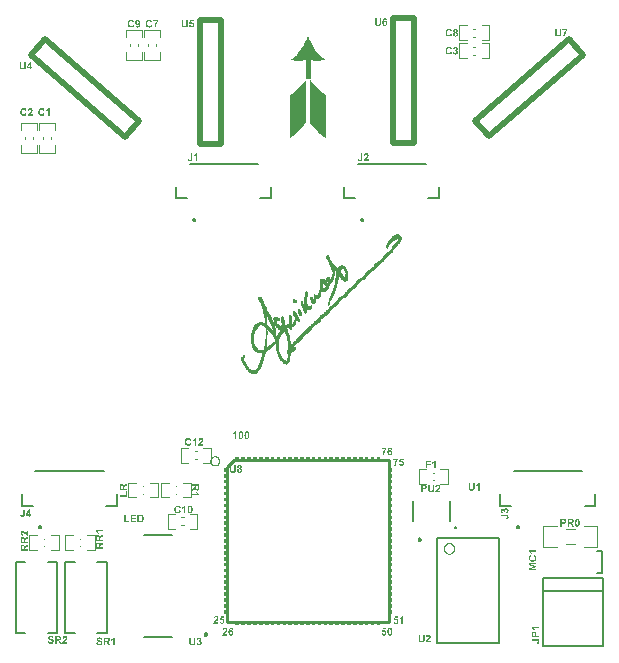
<source format=gto>
%FSTAX23Y23*%
%MOIN*%
%SFA1B1*%

%IPPOS*%
%ADD10C,0.000000*%
%ADD11C,0.007874*%
%ADD12C,0.005512*%
%ADD13C,0.008000*%
%ADD14C,0.005000*%
%ADD15C,0.002756*%
%ADD16C,0.010000*%
%ADD17C,0.003937*%
%ADD18C,0.003000*%
%ADD19C,0.020000*%
%LNhsmm-1*%
%LPD*%
G36*
X00242Y-00494D02*
X0023D01*
Y-00484*
X00242*
Y-00494*
G37*
G36*
X-00033Y-00494D02*
X-00045D01*
Y-00484*
X-00033*
Y-00494*
G37*
G36*
X00025Y-00494D02*
X00013D01*
Y-00484*
X00025*
Y-00494*
G37*
G36*
X-0021Y-00494D02*
X-00222D01*
Y-00484*
X-0021*
Y-00494*
G37*
G36*
X00202Y-00494D02*
X00191D01*
Y-00484*
X00202*
Y-00494*
G37*
G36*
X00006D02*
X-00006D01*
Y-00484*
X00006*
Y-00494*
G37*
G36*
X00222Y-00494D02*
X0021D01*
Y-00484*
X00222*
Y-00494*
G37*
G36*
X-0023Y-00494D02*
X-00242D01*
Y-00484*
X-0023*
Y-00494*
G37*
G36*
X-0019Y-00494D02*
X-00203D01*
Y-00484*
X-0019*
Y-00494*
G37*
G36*
X-00072Y-00494D02*
X-00084D01*
Y-00484*
X-00072*
Y-00494*
G37*
G36*
X00183D02*
X00171D01*
Y-00484*
X00183*
Y-00494*
G37*
G36*
X-00151Y-00494D02*
X-00163D01*
Y-00484*
X-00151*
Y-00494*
G37*
G36*
X00163Y-00494D02*
X00151D01*
Y-00484*
X00163*
Y-00494*
G37*
G36*
X00124Y-00494D02*
X00112D01*
Y-00484*
X00124*
Y-00494*
G37*
G36*
X00104Y-00494D02*
X00092D01*
Y-00484*
X00104*
Y-00494*
G37*
G36*
X-00053Y-00494D02*
X-00065D01*
Y-00484*
X-00053*
Y-00494*
G37*
G36*
X-00092Y-00494D02*
X-00104D01*
Y-00484*
X-00092*
Y-00494*
G37*
G36*
X-00131Y-00494D02*
X-00143D01*
Y-00484*
X-00131*
Y-00494*
G37*
G36*
X00045Y-00494D02*
X00033D01*
Y-00484*
X00045*
Y-00494*
G37*
G36*
X-00013Y-00494D02*
X-00025D01*
Y-00484*
X-00013*
Y-00494*
G37*
G36*
X00084Y-00494D02*
X00072D01*
Y-00484*
X00084*
Y-00494*
G37*
G36*
X-00171Y-00494D02*
X-00183D01*
Y-00484*
X-00171*
Y-00494*
G37*
G36*
X00143Y-00494D02*
X00131D01*
Y-00484*
X00143*
Y-00494*
G37*
G36*
X00065Y-00494D02*
X00053D01*
Y-00484*
X00065*
Y-00494*
G37*
G36*
X-00112Y-00494D02*
X-00124D01*
Y-00484*
X-00112*
Y-00494*
G37*
G36*
X-0027Y-00534D02*
X-0028D01*
Y-00522*
X-0027*
Y-00534*
G37*
G36*
X0028Y-00534D02*
X0027D01*
Y-00522*
X0028*
Y-00534*
G37*
G36*
Y-00554D02*
X0027D01*
Y-00542*
X0028*
Y-00554*
G37*
G36*
X-0027Y-00554D02*
X-0028D01*
Y-00542*
X-0027*
Y-00554*
G37*
G36*
Y-00573D02*
X-0028D01*
Y-00562*
X-0027*
Y-00573*
G37*
G36*
X0028Y-00573D02*
X0027D01*
Y-00562*
X0028*
Y-00573*
G37*
G36*
Y-00593D02*
X0027D01*
Y-00581*
X0028*
Y-00593*
G37*
G36*
X-0027Y-00593D02*
X-0028D01*
Y-00581*
X-0027*
Y-00593*
G37*
G36*
X0028Y-00613D02*
X0027D01*
Y-00601*
X0028*
Y-00613*
G37*
G36*
X-0027Y-00613D02*
X-0028D01*
Y-00601*
X-0027*
Y-00613*
G37*
G36*
X0028Y-00632D02*
X0027D01*
Y-00621*
X0028*
Y-00632*
G37*
G36*
X-0027Y-00633D02*
X-0028D01*
Y-00621*
X-0027*
Y-00633*
G37*
G36*
Y-00652D02*
X-0028D01*
Y-0064*
X-0027*
Y-00652*
G37*
G36*
X0028Y-00652D02*
X0027D01*
Y-0064*
X0028*
Y-00652*
G37*
G36*
Y-00672D02*
X0027D01*
Y-0066*
X0028*
Y-00672*
G37*
G36*
X-0027Y-00672D02*
X-0028D01*
Y-0066*
X-0027*
Y-00672*
G37*
G36*
Y-00692D02*
X-0028D01*
Y-0068*
X-0027*
Y-00692*
G37*
G36*
X0028Y-00692D02*
X0027D01*
Y-0068*
X0028*
Y-00692*
G37*
G36*
Y-00711D02*
X0027D01*
Y-00699*
X0028*
Y-00711*
G37*
G36*
X-0027Y-00711D02*
X-0028D01*
Y-00699*
X-0027*
Y-00711*
G37*
G36*
Y-00731D02*
X-0028D01*
Y-00719*
X-0027*
Y-00731*
G37*
G36*
X0028Y-00731D02*
X0027D01*
Y-00719*
X0028*
Y-00731*
G37*
G36*
X-0027Y-00751D02*
X-0028D01*
Y-00739*
X-0027*
Y-00751*
G37*
G36*
X0028Y-00751D02*
X0027D01*
Y-00739*
X0028*
Y-00751*
G37*
G36*
Y-00771D02*
X0027D01*
Y-00759*
X0028*
Y-00771*
G37*
G36*
X-0027Y-00771D02*
X-0028D01*
Y-00759*
X-0027*
Y-00771*
G37*
G36*
Y-0079D02*
X-0028D01*
Y-00778*
X-0027*
Y-0079*
G37*
G36*
X0028Y-0079D02*
X0027D01*
Y-00778*
X0028*
Y-0079*
G37*
G36*
X-0027Y-0081D02*
X-0028D01*
Y-00798*
X-0027*
Y-0081*
G37*
G36*
X0028Y-0081D02*
X0027D01*
Y-00798*
X0028*
Y-0081*
G37*
G36*
Y-0083D02*
X0027D01*
Y-00818*
X0028*
Y-0083*
G37*
G36*
X-0027Y-0083D02*
X-0028D01*
Y-00818*
X-0027*
Y-0083*
G37*
G36*
X0028Y-00849D02*
X0027D01*
Y-00837*
X0028*
Y-00849*
G37*
G36*
X-0027Y-00849D02*
X-0028D01*
Y-00837*
X-0027*
Y-00849*
G37*
G36*
Y-00869D02*
X-0028D01*
Y-00857*
X-0027*
Y-00869*
G37*
G36*
X0028Y-00869D02*
X0027D01*
Y-00857*
X0028*
Y-00869*
G37*
G36*
Y-00889D02*
X0027D01*
Y-00877*
X0028*
Y-00889*
G37*
G36*
X-0027Y-00889D02*
X-0028D01*
Y-00877*
X-0027*
Y-00889*
G37*
G36*
Y-00908D02*
X-0028D01*
Y-00896*
X-0027*
Y-00908*
G37*
G36*
X0028Y-00909D02*
X0027D01*
Y-00896*
X0028*
Y-00909*
G37*
G36*
X-0027Y-00928D02*
X-0028D01*
Y-00916*
X-0027*
Y-00928*
G37*
G36*
X0028Y-00928D02*
X0027D01*
Y-00916*
X0028*
Y-00928*
G37*
G36*
X-0027Y-00948D02*
X-0028D01*
Y-00936*
X-0027*
Y-00948*
G37*
G36*
X0028Y-00948D02*
X0027D01*
Y-00936*
X0028*
Y-00948*
G37*
G36*
Y-00968D02*
X0027D01*
Y-00955*
X0028*
Y-00968*
G37*
G36*
X-0027Y-00968D02*
X-0028D01*
Y-00955*
X-0027*
Y-00968*
G37*
G36*
Y-00987D02*
X-0028D01*
Y-00975*
X-0027*
Y-00987*
G37*
G36*
X0028Y-00987D02*
X0027D01*
Y-00975*
X0028*
Y-00987*
G37*
G36*
X-0027Y-01007D02*
X-0028D01*
Y-00995*
X-0027*
Y-01007*
G37*
G36*
X0028Y-01007D02*
X0027D01*
Y-00995*
X0028*
Y-01007*
G37*
G36*
X00183Y-01045D02*
X00171D01*
Y-01035*
X00183*
Y-01045*
G37*
G36*
X00242Y-01045D02*
X0023D01*
Y-01035*
X00242*
Y-01045*
G37*
G36*
X-00151Y-01045D02*
X-00163D01*
Y-01035*
X-00151*
Y-01045*
G37*
G36*
X00045Y-01045D02*
X00033D01*
Y-01035*
X00045*
Y-01045*
G37*
G36*
X-00013Y-01045D02*
X-00025D01*
Y-01035*
X-00013*
Y-01045*
G37*
G36*
X-00171Y-01045D02*
X-00183D01*
Y-01035*
X-00171*
Y-01045*
G37*
G36*
X-0023Y-01045D02*
X-00242D01*
Y-01035*
X-0023*
Y-01045*
G37*
G36*
X00222Y-01045D02*
X0021D01*
Y-01035*
X00222*
Y-01045*
G37*
G36*
X-00131Y-01045D02*
X-00143D01*
Y-01035*
X-00131*
Y-01045*
G37*
G36*
X00065Y-01045D02*
X00053D01*
Y-01035*
X00065*
Y-01045*
G37*
G36*
X00006Y-01045D02*
X-00006D01*
Y-01035*
X00006*
Y-01045*
G37*
G36*
X-00033D02*
X-00045D01*
Y-01035*
X-00033*
Y-01045*
G37*
G36*
X00202Y-01045D02*
X00191D01*
Y-01035*
X00202*
Y-01045*
G37*
G36*
X00163Y-01045D02*
X00151D01*
Y-01035*
X00163*
Y-01045*
G37*
G36*
X00025Y-01045D02*
X00013D01*
Y-01035*
X00025*
Y-01045*
G37*
G36*
X00143Y-01045D02*
X00131D01*
Y-01035*
X00143*
Y-01045*
G37*
G36*
X00104Y-01045D02*
X00092D01*
Y-01035*
X00104*
Y-01045*
G37*
G36*
X-00092Y-01045D02*
X-00104D01*
Y-01035*
X-00092*
Y-01045*
G37*
G36*
X-00112D02*
X-00124D01*
Y-01035*
X-00112*
Y-01045*
G37*
G36*
X-0021Y-01045D02*
X-00222D01*
Y-01035*
X-0021*
Y-01045*
G37*
G36*
X-0019Y-01045D02*
X-00203D01*
Y-01035*
X-0019*
Y-01045*
G37*
G36*
X-00053Y-01045D02*
X-00065D01*
Y-01035*
X-00053*
Y-01045*
G37*
G36*
X-00072Y-01045D02*
X-00084D01*
Y-01035*
X-00072*
Y-01045*
G37*
G36*
X00124Y-01045D02*
X00112D01*
Y-01035*
X00124*
Y-01045*
G37*
G36*
X00084Y-01045D02*
X00072D01*
Y-01035*
X00084*
Y-01045*
G37*
G36*
X0Y0092D02*
X00001Y00918D01*
X00003Y00914*
X00004Y0091*
X00007Y00905*
X0001Y00899*
X00013Y00893*
X00017Y00886*
X00025Y00872*
X0003Y00866*
X00035Y00859*
X0004Y00854*
X00045Y00848*
X00051Y00844*
X00057Y00841*
X00056Y0084*
X00055Y0084*
X00053Y00839*
X0005Y00838*
X00046Y00837*
X00041Y00835*
X00036Y00835*
X00031Y00834*
X0003*
X00028*
X00026Y00835*
X00024Y00835*
X0002Y00836*
X00017Y00838*
X00014Y0084*
X00011Y00842*
Y00776*
X-00007*
Y00842*
X-00008Y00842*
X-00009Y00841*
X-0001Y0084*
X-00013Y00838*
X-00015Y00837*
X-00019Y00836*
X-00023Y00835*
X-00028Y00834*
X-00029*
X-00031*
X-00034Y00835*
X-00038Y00835*
X-00042Y00836*
X-00047Y00837*
X-00052Y00839*
X-00056Y00841*
X-00056*
X-00055Y00842*
X-00053Y00843*
X-00051Y00844*
X-00048Y00846*
X-00045Y00849*
X-00041Y00852*
X-00037Y00856*
X-00033Y00861*
X-00028Y00867*
X-00023Y00873*
X-00018Y00881*
X-00014Y00889*
X-00009Y00898*
X-00004Y00909*
X0Y00921*
X0Y0092*
G37*
G36*
X00008Y00772D02*
X00009Y00771D01*
X0001Y00769*
X00012Y00767*
X00014Y00764*
X00017Y00761*
X00023Y00754*
X00031Y00746*
X0004Y00737*
X00049Y00729*
X00059Y00722*
Y00578*
X00058Y00579*
X00057Y00579*
X00056Y00581*
X00054Y00582*
X00052Y00584*
X00049Y00586*
X00042Y00592*
X00034Y00599*
X00026Y00608*
X00017Y00618*
X00008Y00629*
Y00772*
X00008Y00772*
G37*
G36*
X-00007Y00629D02*
X-00008Y00628D01*
X-00009Y00627*
X-0001Y00626*
X-00012Y00624*
X-00014Y00621*
X-00017Y00618*
X-00023Y00611*
X-00031Y00603*
X-00039Y00595*
X-00049Y00586*
X-00058Y00578*
Y00722*
X-00058Y00722*
X-00057Y00723*
X-00056Y00724*
X-00054Y00725*
X-00051Y00727*
X-00049Y00729*
X-00042Y00735*
X-00034Y00742*
X-00026Y00751*
X-00017Y00761*
X-00007Y00772*
Y00629*
G37*
G36*
X00389Y-0109D02*
Y-0109D01*
Y-0109*
Y-0109*
Y-01091*
Y-01091*
X00389Y-01092*
Y-01092*
Y-01093*
X00389Y-01094*
X00389Y-01095*
X00389Y-01095*
X00389Y-01096*
X00389Y-01096*
X00389Y-01096*
Y-01096*
X00389Y-01097*
Y-01097*
X00389Y-01097*
X00389Y-01097*
X00388Y-01098*
X00388Y-01098*
X00388Y-01099*
X00388Y-01099*
X00387Y-011*
X00387Y-011*
X00387Y-011*
X00387Y-011*
X00387Y-011*
X00386Y-01101*
X00386Y-01101*
X00385Y-01101*
X00384Y-01102*
X00384*
X00384Y-01102*
X00384Y-01102*
X00384Y-01102*
X00384Y-01102*
X00384Y-01102*
X00383Y-01102*
X00383Y-01102*
X00382Y-01102*
X00381Y-01102*
X00381Y-01102*
X00379Y-01102*
X00379*
X00379Y-01102*
X00378*
X00378Y-01102*
X00377Y-01102*
X00377Y-01102*
X00376Y-01102*
X00375Y-01102*
X00374Y-01102*
X00374Y-01102*
X00374*
X00374Y-01102*
X00374Y-01101*
X00373Y-01101*
X00373Y-01101*
X00372Y-01101*
X00372Y-011*
X00371Y-011*
X00371Y-01099*
X00371Y-01099*
X00371Y-01099*
X00371Y-01099*
X0037Y-01099*
X0037Y-01098*
X0037Y-01098*
X0037Y-01097*
X0037Y-01097*
Y-01097*
X0037Y-01097*
Y-01096*
X0037Y-01096*
X0037Y-01096*
X00369Y-01096*
X00369Y-01095*
X00369Y-01095*
X00369Y-01095*
X00369Y-01094*
X00369Y-01094*
X00369Y-01093*
X00369Y-01092*
Y-01092*
X00369Y-01091*
Y-0109*
Y-01077*
X00374*
Y-0109*
Y-0109*
Y-01091*
Y-01091*
Y-01091*
Y-01091*
Y-01092*
X00374Y-01092*
Y-01093*
X00374Y-01094*
X00374Y-01094*
Y-01094*
X00374Y-01094*
X00374Y-01095*
Y-01095*
X00375Y-01095*
X00375Y-01095*
X00375Y-01096*
X00375Y-01096*
X00375Y-01096*
X00376Y-01097*
X00376Y-01097*
X00376Y-01097*
X00376Y-01097*
X00376Y-01097*
X00377Y-01098*
X00377Y-01098*
X00378Y-01098*
X00379Y-01098*
X00379Y-01098*
X0038*
X0038Y-01098*
X00381Y-01098*
X00381Y-01098*
X00382Y-01098*
X00382Y-01097*
X00383Y-01097*
X00383Y-01097*
X00383Y-01097*
X00383Y-01097*
X00383Y-01097*
X00383Y-01096*
X00384Y-01096*
X00384Y-01096*
X00384Y-01095*
Y-01095*
X00384Y-01095*
X00384Y-01094*
X00384Y-01094*
Y-01094*
X00384Y-01093*
Y-01093*
X00384Y-01093*
Y-01092*
X00384Y-01092*
Y-01091*
Y-01091*
Y-01077*
X00389*
Y-0109*
G37*
G36*
X00402Y-01077D02*
X00403Y-01077D01*
X00403Y-01077*
X00404Y-01077*
X00404Y-01077*
X00405Y-01077*
X00406Y-01077*
X00406Y-01078*
X00407Y-01078*
X00407Y-01078*
X00408Y-01079*
X00408Y-01079*
X00408Y-01079*
X00408Y-01079*
X00408Y-01079*
X00408Y-01079*
X00408Y-01079*
X00409Y-0108*
X00409Y-0108*
X00409Y-01081*
X0041Y-01082*
X0041Y-01082*
X0041Y-01083*
X0041Y-01083*
X0041Y-01084*
Y-01084*
Y-01084*
X0041Y-01084*
X0041Y-01085*
X0041Y-01085*
X0041Y-01086*
X00409Y-01086*
X00409Y-01087*
X00409Y-01087*
X00409Y-01087*
X00409Y-01087*
X00409Y-01088*
X00409Y-01088*
X00408Y-01089*
X00408Y-01089*
X00407Y-0109*
X00407Y-0109*
X00407Y-0109*
X00407Y-01091*
X00407Y-01091*
X00406Y-01091*
X00406Y-01092*
X00405Y-01093*
X00404Y-01093*
X00404Y-01093*
X00404Y-01093*
X00404Y-01094*
X00404Y-01094*
X00403Y-01094*
X00403Y-01094*
X00402Y-01095*
X00402Y-01095*
X00402Y-01096*
X00401Y-01096*
X00401Y-01096*
X00401Y-01096*
X00401Y-01096*
X00401Y-01096*
X00401Y-01097*
X00401Y-01097*
X004Y-01097*
X0041*
Y-01102*
X00393*
Y-01102*
Y-01102*
X00393Y-01102*
X00393Y-01101*
X00393Y-01101*
X00393Y-01101*
X00393Y-011*
X00393Y-011*
X00394Y-01099*
X00394Y-01098*
X00395Y-01097*
Y-01097*
X00395Y-01097*
X00395Y-01097*
X00395Y-01097*
X00395Y-01096*
X00395Y-01096*
X00395Y-01096*
X00396Y-01096*
X00396Y-01095*
X00396Y-01095*
X00397Y-01094*
X00397Y-01094*
X00398Y-01093*
X00399Y-01092*
X00399Y-01092*
X004Y-01091*
X004Y-01091*
X004Y-01091*
X004Y-01091*
X004Y-01091*
X00401Y-0109*
X00401Y-0109*
X00402Y-01089*
X00402Y-01089*
X00403Y-01088*
X00403Y-01088*
X00404Y-01087*
X00404Y-01087*
X00404Y-01087*
X00404Y-01087*
X00404Y-01087*
X00404Y-01086*
X00404Y-01086*
X00405Y-01086*
X00405Y-01085*
X00405Y-01085*
X00405Y-01084*
Y-01084*
Y-01084*
Y-01084*
X00405Y-01083*
X00405Y-01083*
X00405Y-01083*
X00405Y-01082*
X00404Y-01082*
X00404Y-01081*
X00404Y-01081*
X00404Y-01081*
X00404Y-01081*
X00404Y-01081*
X00403Y-01081*
X00403Y-01081*
X00402Y-01081*
X00402Y-01081*
X00401*
X00401Y-01081*
X00401Y-01081*
X004Y-01081*
X004Y-01081*
X004Y-01081*
X00399Y-01082*
X00399Y-01082*
X00399Y-01082*
X00399Y-01082*
X00399Y-01082*
X00399Y-01083*
X00399Y-01083*
X00398Y-01084*
X00398Y-01085*
X00394Y-01084*
Y-01084*
X00394Y-01084*
Y-01084*
X00394Y-01083*
X00394Y-01083*
X00394Y-01083*
X00394Y-01082*
X00394Y-01082*
X00394Y-01081*
X00395Y-0108*
X00395Y-0108*
X00395Y-01079*
X00396Y-01079*
X00396Y-01078*
X00396Y-01078*
X00396Y-01078*
X00396Y-01078*
X00397Y-01078*
X00397Y-01078*
X00397Y-01078*
X00397Y-01078*
X00398Y-01077*
X00398Y-01077*
X00399Y-01077*
X004Y-01077*
X00401Y-01077*
X00401Y-01077*
X00402Y-01077*
X00402*
X00402Y-01077*
G37*
G36*
X00762Y-00801D02*
X00744D01*
X00744Y-00801*
X00744Y-00801*
X00744Y-00802*
X00744Y-00802*
X00744Y-00802*
X00745Y-00802*
X00745Y-00803*
X00745Y-00803*
X00746Y-00804*
X00746Y-00804*
X00746Y-00805*
X00746Y-00805*
X00747Y-00806*
X00748Y-00808*
X00743*
Y-00807*
X00743Y-00807*
X00743Y-00807*
X00743Y-00807*
X00743Y-00807*
X00743Y-00806*
X00742Y-00806*
X00742Y-00805*
X00741Y-00804*
X00741Y-00803*
X00741Y-00803*
X00741Y-00803*
X00741Y-00803*
X00741Y-00803*
X0074Y-00803*
X0074Y-00802*
X00739Y-00802*
X00738Y-00801*
X00738Y-00801*
X00737Y-008*
Y-00796*
X00762*
Y-00801*
G37*
G36*
X00755Y-00812D02*
X00755Y-00812D01*
X00755Y-00812*
X00755Y-00812*
X00756Y-00813*
X00756Y-00813*
X00757Y-00813*
X00758Y-00814*
X00759Y-00814*
X0076Y-00815*
X0076Y-00815*
X00761Y-00816*
X00761Y-00816*
X00761Y-00816*
X00761Y-00816*
X00761Y-00816*
X00761Y-00817*
X00761Y-00817*
X00761Y-00817*
X00762Y-00818*
X00762Y-00818*
X00762Y-00819*
X00762Y-00819*
X00762Y-0082*
X00762Y-0082*
X00762Y-00821*
X00763Y-00822*
X00763Y-00823*
Y-00823*
X00763Y-00823*
X00762Y-00823*
X00762Y-00824*
X00762Y-00824*
X00762Y-00825*
X00762Y-00826*
X00762Y-00826*
X00762Y-00827*
X00761Y-00827*
X00761Y-00828*
X00761Y-00829*
X0076Y-0083*
X0076Y-0083*
X00759Y-00831*
X00759Y-00831*
X00759Y-00831*
X00759Y-00831*
X00759Y-00831*
X00758Y-00832*
X00758Y-00832*
X00757Y-00832*
X00757Y-00832*
X00756Y-00833*
X00755Y-00833*
X00755Y-00833*
X00754Y-00834*
X00753Y-00834*
X00752Y-00834*
X00751Y-00834*
X0075Y-00834*
X0075*
X0075*
X00749*
X00749Y-00834*
X00749*
X00748Y-00834*
X00748Y-00834*
X00747Y-00834*
X00746Y-00834*
X00745Y-00833*
X00745Y-00833*
X00744Y-00833*
X00743Y-00833*
X00742Y-00832*
X00741Y-00832*
X00741Y-00831*
X0074Y-00831*
X0074Y-00831*
X0074Y-00831*
X0074Y-0083*
X00739Y-0083*
X00739Y-0083*
X00739Y-00829*
X00739Y-00829*
X00738Y-00829*
X00738Y-00828*
X00738Y-00827*
X00737Y-00827*
X00737Y-00826*
X00737Y-00825*
X00737Y-00824*
X00736Y-00823*
X00736Y-00822*
Y-00822*
X00736Y-00822*
X00737Y-00821*
X00737Y-00821*
X00737Y-0082*
X00737Y-0082*
X00737Y-00819*
X00737Y-00818*
X00737Y-00818*
X00738Y-00817*
X00738Y-00817*
X00738Y-00816*
X00739Y-00815*
X00739Y-00815*
Y-00815*
X00739Y-00815*
X00739Y-00815*
X00739Y-00814*
X0074Y-00814*
X0074Y-00814*
X0074Y-00814*
X00741Y-00813*
X00742Y-00813*
X00743Y-00813*
X00744Y-00812*
X00745Y-00817*
X00745*
X00745Y-00817*
X00745*
X00745Y-00817*
X00744Y-00817*
X00744Y-00818*
X00743Y-00818*
X00743Y-00818*
X00742Y-00819*
X00742Y-00819*
X00742Y-00819*
X00742Y-00819*
X00742Y-0082*
X00741Y-0082*
X00741Y-00821*
X00741Y-00821*
X00741Y-00822*
X00741Y-00823*
Y-00823*
X00741Y-00823*
X00741Y-00823*
X00741Y-00824*
X00741Y-00824*
X00741Y-00825*
X00742Y-00826*
X00742Y-00826*
X00742Y-00826*
X00742Y-00827*
X00743Y-00827*
X00743*
X00743Y-00827*
X00743Y-00827*
X00743Y-00827*
X00743Y-00827*
X00744Y-00828*
X00744Y-00828*
X00744Y-00828*
X00745Y-00828*
X00745Y-00828*
X00746Y-00828*
X00746Y-00829*
X00747Y-00829*
X00748Y-00829*
X00749Y-00829*
X00749Y-00829*
X00749*
X0075*
X0075*
X0075Y-00829*
X00751*
X00751Y-00829*
X00751Y-00829*
X00752Y-00829*
X00753Y-00828*
X00754Y-00828*
X00755Y-00828*
X00755Y-00828*
X00756Y-00827*
X00756Y-00827*
X00756Y-00827*
X00756Y-00827*
X00756Y-00827*
X00757Y-00827*
X00757Y-00826*
X00757Y-00826*
X00758Y-00825*
X00758Y-00824*
X00758Y-00824*
X00758Y-00823*
X00758Y-00823*
Y-00822*
X00758Y-00822*
X00758Y-00822*
X00758Y-00821*
X00758Y-00821*
X00758Y-0082*
X00757Y-0082*
X00757Y-00819*
X00757Y-00819*
X00757Y-00819*
X00756Y-00819*
X00756Y-00818*
X00755Y-00818*
X00755Y-00818*
X00754Y-00817*
X00753Y-00817*
X00754Y-00812*
X00754*
X00755Y-00812*
G37*
G36*
X00762Y-00843D02*
X00742Y-00843D01*
X00762Y-00848*
Y-00853*
X00742Y-00858*
X00762*
Y-00863*
X00737*
Y-00855*
X00754Y-0085*
X00737Y-00846*
Y-00838*
X00762*
Y-00843*
G37*
G36*
X00878Y-00692D02*
X00878D01*
X00878Y-00692*
X00879*
X0088Y-00692*
X00881Y-00692*
X00882Y-00692*
X00882Y-00692*
X00882Y-00692*
X00883*
X00883Y-00692*
X00883Y-00693*
X00883Y-00693*
X00884Y-00693*
X00884Y-00693*
X00884Y-00694*
X00885Y-00694*
X00885Y-00695*
Y-00695*
X00885Y-00695*
X00885Y-00695*
X00886Y-00695*
X00886Y-00696*
X00886Y-00696*
X00886Y-00697*
X00886Y-00697*
X00886Y-00698*
X00887Y-00699*
Y-00699*
Y-00699*
Y-00699*
X00886Y-00699*
Y-007*
X00886Y-007*
X00886Y-007*
X00886Y-00701*
X00886Y-00702*
X00885Y-00703*
X00885Y-00703*
X00885Y-00704*
X00885Y-00704*
X00885Y-00704*
X00885Y-00704*
X00885Y-00704*
X00884Y-00704*
X00884Y-00704*
X00884Y-00704*
X00884Y-00704*
X00883Y-00705*
X00883Y-00705*
X00882Y-00705*
X00882Y-00705*
X00882Y-00705*
X00881Y-00706*
X0088Y-00706*
X0088Y-00706*
X0088*
X0088Y-00706*
X0088Y-00706*
X0088Y-00706*
X00881Y-00706*
X00881Y-00707*
X00882Y-00707*
X00882Y-00708*
X00883Y-00708*
X00883Y-00708*
X00883Y-00708*
X00883Y-00708*
X00883Y-00709*
X00884Y-00709*
X00884Y-0071*
X00884Y-0071*
X00885Y-00711*
X00885Y-00711*
X00885Y-00712*
X00885Y-00712*
X00889Y-00717*
X00882*
X00879Y-00711*
X00879Y-00711*
X00879Y-00711*
X00879Y-00711*
X00878Y-00711*
X00878Y-00711*
X00878Y-0071*
X00878Y-0071*
X00877Y-00709*
X00877Y-00709*
X00876Y-00708*
X00876Y-00708*
X00876Y-00708*
X00876Y-00708*
X00876Y-00708*
X00876Y-00708*
X00876Y-00707*
X00875Y-00707*
X00875Y-00707*
X00875Y-00707*
X00875Y-00707*
X00875*
X00874Y-00707*
X00874Y-00707*
X00874Y-00707*
X00874Y-00706*
X00873Y-00706*
X00873Y-00706*
X00871*
Y-00717*
X00866*
Y-00692*
X00877*
X00878Y-00692*
G37*
G36*
X00852D02*
X00853D01*
X00854Y-00692*
X00855Y-00692*
X00856Y-00692*
X00856Y-00692*
X00856Y-00692*
X00857Y-00692*
X00857*
X00857Y-00692*
X00857Y-00692*
X00857Y-00692*
X00857Y-00692*
X00858Y-00693*
X00858Y-00693*
X00859Y-00693*
X0086Y-00694*
X0086Y-00695*
Y-00695*
X0086Y-00695*
X0086Y-00695*
X0086Y-00695*
X00861Y-00695*
X00861Y-00695*
X00861Y-00696*
X00861Y-00696*
X00861Y-00697*
X00862Y-00697*
X00862Y-00698*
X00862Y-00699*
Y-007*
Y-007*
Y-007*
Y-007*
X00862Y-007*
Y-007*
X00862Y-00701*
X00862Y-00701*
X00861Y-00702*
X00861Y-00703*
X00861Y-00703*
X00861Y-00704*
X00861Y-00704*
X00861Y-00704*
X0086Y-00704*
X0086Y-00705*
X0086Y-00705*
X00859Y-00706*
X00859Y-00706*
X00859Y-00706*
X00858Y-00706*
X00858Y-00706*
X00858Y-00706*
X00858Y-00707*
X00857Y-00707*
X00857Y-00707*
X00856Y-00707*
X00856*
X00856Y-00707*
X00856*
X00856Y-00707*
X00855Y-00707*
X00855Y-00707*
X00855*
X00854Y-00707*
X00854Y-00707*
X00854Y-00707*
X00853Y-00707*
X00853*
X00852Y-00707*
X00848*
Y-00717*
X00842*
Y-00692*
X00852*
X00852Y-00692*
G37*
G36*
X00899Y-00692D02*
X00899Y-00692D01*
X009Y-00692*
X009Y-00692*
X009Y-00692*
X00901Y-00692*
X00901Y-00692*
X00902Y-00692*
X00902Y-00693*
X00903Y-00693*
X00903Y-00693*
X00904Y-00694*
X00904Y-00694*
X00904Y-00694*
X00904Y-00694*
X00904Y-00695*
X00904Y-00695*
X00905Y-00695*
X00905Y-00696*
X00905Y-00696*
X00905Y-00697*
X00906Y-00697*
X00906Y-00698*
X00906Y-00699*
X00906Y-007*
X00906Y-00701*
X00906Y-00702*
X00907Y-00703*
X00907Y-00705*
Y-00705*
Y-00705*
Y-00705*
Y-00705*
Y-00705*
X00907Y-00706*
X00906Y-00706*
X00906Y-00707*
X00906Y-00708*
X00906Y-00708*
X00906Y-00709*
X00906Y-0071*
X00906Y-00711*
X00906Y-00712*
X00905Y-00713*
X00905Y-00713*
X00905Y-00714*
X00904Y-00715*
X00904Y-00715*
X00904Y-00715*
X00904Y-00715*
X00904Y-00715*
X00904Y-00715*
X00903Y-00716*
X00903Y-00716*
X00903Y-00716*
X00902Y-00716*
X00902Y-00717*
X00901Y-00717*
X00901Y-00717*
X009Y-00717*
X009Y-00717*
X00899Y-00717*
X00898Y-00717*
X00898*
X00898Y-00717*
X00898*
X00897Y-00717*
X00897Y-00717*
X00897Y-00717*
X00896Y-00717*
X00896Y-00717*
X00895Y-00717*
X00895Y-00716*
X00894Y-00716*
X00894Y-00716*
X00893Y-00716*
X00893Y-00715*
X00892Y-00715*
X00892Y-00715*
X00892Y-00714*
X00892Y-00714*
X00892Y-00714*
X00892Y-00714*
X00892Y-00713*
X00892Y-00713*
X00891Y-00712*
X00891Y-00712*
X00891Y-00711*
X00891Y-0071*
X00891Y-00709*
X0089Y-00708*
X0089Y-00707*
X0089Y-00706*
X0089Y-00704*
Y-00704*
Y-00704*
Y-00704*
Y-00704*
Y-00704*
X0089Y-00703*
X0089Y-00703*
X0089Y-00702*
X0089Y-00701*
X00891Y-00701*
X00891Y-007*
X00891Y-00699*
X00891Y-00698*
X00891Y-00697*
X00892Y-00696*
X00892Y-00696*
X00892Y-00695*
X00893Y-00694*
X00893Y-00694*
X00893Y-00694*
X00893Y-00694*
X00893Y-00694*
X00893Y-00694*
X00894Y-00693*
X00894Y-00693*
X00894Y-00693*
X00895Y-00693*
X00895Y-00692*
X00895Y-00692*
X00896Y-00692*
X00896Y-00692*
X00897Y-00692*
X00898Y-00692*
X00898Y-00692*
X00899*
X00899Y-00692*
G37*
G36*
X00421Y-0059D02*
Y-0059D01*
Y-0059*
Y-0059*
Y-00591*
Y-00591*
X00421Y-00592*
Y-00592*
Y-00593*
X00421Y-00594*
X00421Y-00595*
X00421Y-00595*
X00421Y-00596*
X00421Y-00596*
X00421Y-00596*
Y-00596*
X0042Y-00597*
Y-00597*
X0042Y-00597*
X0042Y-00597*
X0042Y-00598*
X0042Y-00598*
X0042Y-00599*
X00419Y-00599*
X00419Y-006*
X00419Y-006*
X00419Y-006*
X00419Y-006*
X00418Y-006*
X00418Y-00601*
X00417Y-00601*
X00417Y-00601*
X00416Y-00602*
X00416*
X00416Y-00602*
X00416Y-00602*
X00416Y-00602*
X00416Y-00602*
X00415Y-00602*
X00415Y-00602*
X00415Y-00602*
X00414Y-00602*
X00413Y-00602*
X00412Y-00602*
X00411Y-00602*
X00411*
X0041Y-00602*
X0041*
X0041Y-00602*
X00409Y-00602*
X00408Y-00602*
X00407Y-00602*
X00406Y-00602*
X00406Y-00602*
X00406Y-00602*
X00406*
X00406Y-00602*
X00405Y-00601*
X00405Y-00601*
X00405Y-00601*
X00404Y-00601*
X00404Y-006*
X00403Y-006*
X00403Y-00599*
X00403Y-00599*
X00403Y-00599*
X00402Y-00599*
X00402Y-00599*
X00402Y-00598*
X00402Y-00598*
X00402Y-00597*
X00401Y-00597*
Y-00597*
X00401Y-00597*
Y-00596*
X00401Y-00596*
X00401Y-00596*
X00401Y-00596*
X00401Y-00595*
X00401Y-00595*
X00401Y-00595*
X00401Y-00594*
X00401Y-00594*
X00401Y-00593*
X00401Y-00592*
Y-00592*
X00401Y-00591*
Y-0059*
Y-00577*
X00406*
Y-0059*
Y-0059*
Y-00591*
Y-00591*
Y-00591*
Y-00591*
Y-00592*
X00406Y-00592*
Y-00593*
X00406Y-00594*
X00406Y-00594*
Y-00594*
X00406Y-00594*
X00406Y-00595*
Y-00595*
X00406Y-00595*
X00406Y-00595*
X00406Y-00596*
X00407Y-00596*
X00407Y-00596*
X00407Y-00597*
X00408Y-00597*
X00408Y-00597*
X00408Y-00597*
X00408Y-00597*
X00409Y-00598*
X00409Y-00598*
X0041Y-00598*
X0041Y-00598*
X00411Y-00598*
X00411*
X00412Y-00598*
X00412Y-00598*
X00413Y-00598*
X00413Y-00598*
X00414Y-00597*
X00414Y-00597*
X00414Y-00597*
X00414Y-00597*
X00415Y-00597*
X00415Y-00597*
X00415Y-00596*
X00415Y-00596*
X00415Y-00596*
X00416Y-00595*
Y-00595*
X00416Y-00595*
X00416Y-00594*
X00416Y-00594*
Y-00594*
X00416Y-00593*
Y-00593*
X00416Y-00593*
Y-00592*
X00416Y-00592*
Y-00591*
Y-00591*
Y-00577*
X00421*
Y-0059*
G37*
G36*
X00434Y-00577D02*
X00434Y-00577D01*
X00435Y-00577*
X00435Y-00577*
X00436Y-00577*
X00437Y-00577*
X00438Y-00577*
X00438Y-00578*
X00439Y-00578*
X00439Y-00578*
X00439Y-00579*
X00439Y-00579*
X0044Y-00579*
X0044Y-00579*
X0044Y-00579*
X0044Y-00579*
X0044Y-00579*
X0044Y-0058*
X0044Y-0058*
X00441Y-00581*
X00441Y-00582*
X00441Y-00582*
X00441Y-00583*
X00442Y-00583*
X00442Y-00584*
Y-00584*
Y-00584*
X00442Y-00584*
X00441Y-00585*
X00441Y-00585*
X00441Y-00586*
X00441Y-00586*
X00441Y-00587*
X00441Y-00587*
X00441Y-00587*
X00441Y-00587*
X0044Y-00588*
X0044Y-00588*
X0044Y-00589*
X00439Y-00589*
X00439Y-0059*
X00439Y-0059*
X00439Y-0059*
X00439Y-00591*
X00438Y-00591*
X00438Y-00591*
X00437Y-00592*
X00437Y-00593*
X00436Y-00593*
X00436Y-00593*
X00436Y-00593*
X00436Y-00594*
X00435Y-00594*
X00435Y-00594*
X00435Y-00594*
X00434Y-00595*
X00434Y-00595*
X00433Y-00596*
X00433Y-00596*
X00433Y-00596*
X00433Y-00596*
X00433Y-00596*
X00433Y-00596*
X00433Y-00597*
X00432Y-00597*
X00432Y-00597*
X00442*
Y-00602*
X00425*
Y-00602*
Y-00602*
X00425Y-00602*
X00425Y-00601*
X00425Y-00601*
X00425Y-00601*
X00425Y-006*
X00425Y-006*
X00425Y-00599*
X00426Y-00598*
X00426Y-00597*
Y-00597*
X00426Y-00597*
X00426Y-00597*
X00427Y-00597*
X00427Y-00596*
X00427Y-00596*
X00427Y-00596*
X00427Y-00596*
X00428Y-00595*
X00428Y-00595*
X00429Y-00594*
X00429Y-00594*
X0043Y-00593*
X0043Y-00592*
X00431Y-00592*
X00432Y-00591*
X00432Y-00591*
X00432Y-00591*
X00432Y-00591*
X00432Y-00591*
X00432Y-0059*
X00433Y-0059*
X00433Y-00589*
X00434Y-00589*
X00435Y-00588*
X00435Y-00588*
X00435Y-00587*
X00436Y-00587*
X00436Y-00587*
X00436Y-00587*
X00436Y-00587*
X00436Y-00586*
X00436Y-00586*
X00436Y-00586*
X00437Y-00585*
X00437Y-00585*
X00437Y-00584*
Y-00584*
Y-00584*
Y-00584*
X00437Y-00583*
X00437Y-00583*
X00436Y-00583*
X00436Y-00582*
X00436Y-00582*
X00436Y-00581*
X00436Y-00581*
X00436Y-00581*
X00435Y-00581*
X00435Y-00581*
X00435Y-00581*
X00434Y-00581*
X00434Y-00581*
X00433Y-00581*
X00433*
X00433Y-00581*
X00433Y-00581*
X00432Y-00581*
X00432Y-00581*
X00431Y-00581*
X00431Y-00582*
X00431Y-00582*
X00431Y-00582*
X00431Y-00582*
X00431Y-00582*
X0043Y-00583*
X0043Y-00583*
X0043Y-00584*
X0043Y-00585*
X00425Y-00584*
Y-00584*
X00425Y-00584*
Y-00584*
X00425Y-00583*
X00425Y-00583*
X00425Y-00583*
X00426Y-00582*
X00426Y-00582*
X00426Y-00581*
X00426Y-0058*
X00427Y-0058*
X00427Y-00579*
X00427Y-00579*
X00428Y-00578*
X00428Y-00578*
X00428Y-00578*
X00428Y-00578*
X00428Y-00578*
X00428Y-00578*
X00429Y-00578*
X00429Y-00578*
X00429Y-00577*
X0043Y-00577*
X0043Y-00577*
X00431Y-00577*
X00432Y-00577*
X00433Y-00577*
X00434Y-00577*
X00434*
X00434Y-00577*
G37*
G36*
X00387Y-00577D02*
X00388D01*
X00389Y-00577*
X0039Y-00577*
X00391Y-00577*
X00391Y-00577*
X00391Y-00577*
X00392Y-00577*
X00392*
X00392Y-00577*
X00392Y-00577*
X00392Y-00577*
X00392Y-00577*
X00393Y-00578*
X00393Y-00578*
X00394Y-00578*
X00395Y-00579*
X00395Y-0058*
Y-0058*
X00395Y-0058*
X00395Y-0058*
X00395Y-0058*
X00396Y-0058*
X00396Y-0058*
X00396Y-00581*
X00396Y-00581*
X00396Y-00582*
X00397Y-00582*
X00397Y-00583*
X00397Y-00584*
Y-00585*
Y-00585*
Y-00585*
Y-00585*
X00397Y-00585*
Y-00585*
X00397Y-00586*
X00397Y-00586*
X00396Y-00587*
X00396Y-00588*
X00396Y-00588*
X00396Y-00589*
X00396Y-00589*
X00396Y-00589*
X00395Y-00589*
X00395Y-0059*
X00395Y-0059*
X00394Y-00591*
X00394Y-00591*
X00394Y-00591*
X00394Y-00591*
X00393Y-00591*
X00393Y-00591*
X00393Y-00592*
X00392Y-00592*
X00392Y-00592*
X00391Y-00592*
X00391*
X00391Y-00592*
X00391*
X00391Y-00592*
X0039Y-00592*
X0039Y-00592*
X0039*
X00389Y-00592*
X00389Y-00592*
X00389Y-00592*
X00388Y-00592*
X00388*
X00387Y-00592*
X00383*
Y-00602*
X00377*
Y-00577*
X00387*
X00387Y-00577*
G37*
G36*
X-0024Y-00525D02*
Y-00525D01*
Y-00525*
Y-00525*
Y-00526*
Y-00526*
X-0024Y-00527*
Y-00527*
Y-00528*
X-0024Y-00529*
X-0024Y-0053*
X-0024Y-0053*
X-0024Y-00531*
X-0024Y-00531*
X-0024Y-00531*
Y-00531*
X-0024Y-00532*
Y-00532*
X-0024Y-00532*
X-0024Y-00532*
X-00241Y-00533*
X-00241Y-00533*
X-00241Y-00534*
X-00241Y-00534*
X-00242Y-00535*
X-00242Y-00535*
X-00242Y-00535*
X-00242Y-00535*
X-00243Y-00535*
X-00243Y-00536*
X-00244Y-00536*
X-00244Y-00536*
X-00245Y-00537*
X-00245*
X-00245Y-00537*
X-00245Y-00537*
X-00245Y-00537*
X-00245Y-00537*
X-00246Y-00537*
X-00246Y-00537*
X-00246Y-00537*
X-00247Y-00537*
X-00248Y-00537*
X-00249Y-00537*
X-0025Y-00537*
X-0025*
X-00251Y-00537*
X-00251*
X-00251Y-00537*
X-00252Y-00537*
X-00253Y-00537*
X-00253Y-00537*
X-00254Y-00537*
X-00255Y-00537*
X-00255Y-00537*
X-00255*
X-00255Y-00537*
X-00255Y-00536*
X-00256Y-00536*
X-00256Y-00536*
X-00257Y-00536*
X-00257Y-00535*
X-00258Y-00535*
X-00258Y-00534*
X-00258Y-00534*
X-00258Y-00534*
X-00258Y-00534*
X-00259Y-00534*
X-00259Y-00533*
X-00259Y-00533*
X-00259Y-00532*
X-00259Y-00532*
Y-00532*
X-0026Y-00532*
Y-00531*
X-0026Y-00531*
X-0026Y-00531*
X-0026Y-00531*
X-0026Y-0053*
X-0026Y-0053*
X-0026Y-0053*
X-0026Y-00529*
X-0026Y-00529*
X-0026Y-00528*
X-0026Y-00527*
Y-00527*
X-0026Y-00526*
Y-00525*
Y-00512*
X-00255*
Y-00525*
Y-00525*
Y-00526*
Y-00526*
Y-00526*
Y-00526*
Y-00527*
X-00255Y-00527*
Y-00528*
X-00255Y-00529*
X-00255Y-00529*
Y-00529*
X-00255Y-00529*
X-00255Y-0053*
Y-0053*
X-00255Y-0053*
X-00254Y-0053*
X-00254Y-00531*
X-00254Y-00531*
X-00254Y-00531*
X-00254Y-00532*
X-00253Y-00532*
X-00253Y-00532*
X-00253Y-00532*
X-00253Y-00532*
X-00252Y-00533*
X-00252Y-00533*
X-00251Y-00533*
X-00251Y-00533*
X-0025Y-00533*
X-00249*
X-00249Y-00533*
X-00249Y-00533*
X-00248Y-00533*
X-00248Y-00533*
X-00247Y-00532*
X-00247Y-00532*
X-00246Y-00532*
X-00246Y-00532*
X-00246Y-00532*
X-00246Y-00532*
X-00246Y-00531*
X-00246Y-00531*
X-00245Y-00531*
X-00245Y-0053*
Y-0053*
X-00245Y-0053*
X-00245Y-00529*
X-00245Y-00529*
Y-00529*
X-00245Y-00528*
Y-00528*
X-00245Y-00528*
Y-00527*
X-00245Y-00527*
Y-00526*
Y-00526*
Y-00512*
X-0024*
Y-00525*
G37*
G36*
X-00227Y-00512D02*
X-00227Y-00512D01*
X-00226Y-00512*
X-00226Y-00512*
X-00225Y-00512*
X-00225Y-00512*
X-00224Y-00512*
X-00223Y-00513*
X-00223Y-00513*
X-00222Y-00513*
X-00222Y-00513*
X-00222Y-00513*
X-00222Y-00514*
X-00222Y-00514*
X-00222Y-00514*
X-00221Y-00514*
X-00221Y-00514*
X-00221Y-00515*
X-0022Y-00515*
X-0022Y-00516*
X-0022Y-00517*
X-0022Y-00518*
X-0022Y-00518*
Y-00518*
Y-00518*
Y-00518*
X-0022Y-00519*
X-0022Y-00519*
X-0022Y-0052*
X-0022Y-0052*
X-0022Y-00521*
X-00221Y-00521*
X-00221Y-00521*
X-00221Y-00521*
X-00221Y-00522*
X-00221Y-00522*
X-00222Y-00522*
X-00222Y-00523*
X-00223Y-00523*
X-00223Y-00523*
X-00223*
X-00223Y-00523*
X-00223Y-00523*
X-00223Y-00523*
X-00223Y-00524*
X-00222Y-00524*
X-00222Y-00524*
X-00221Y-00525*
X-00221Y-00525*
X-0022Y-00526*
X-0022Y-00526*
X-0022Y-00526*
X-0022Y-00526*
X-0022Y-00527*
X-00219Y-00527*
X-00219Y-00528*
X-00219Y-00529*
X-00219Y-0053*
Y-0053*
Y-0053*
Y-0053*
X-00219Y-0053*
X-00219Y-0053*
X-00219Y-00531*
X-00219Y-00531*
X-00219Y-00532*
X-0022Y-00532*
X-0022Y-00533*
X-0022Y-00533*
X-0022Y-00534*
X-00221Y-00534*
X-00221Y-00535*
X-00221Y-00535*
X-00221Y-00535*
X-00221Y-00535*
X-00222Y-00535*
X-00222Y-00536*
X-00222Y-00536*
X-00222Y-00536*
X-00223Y-00536*
X-00223Y-00536*
X-00223Y-00537*
X-00224Y-00537*
X-00224Y-00537*
X-00225Y-00537*
X-00225Y-00537*
X-00226Y-00537*
X-00227Y-00537*
X-00227Y-00537*
X-00228*
X-00228Y-00537*
X-00228Y-00537*
X-00228Y-00537*
X-00229Y-00537*
X-00229Y-00537*
X-0023Y-00537*
X-00231Y-00537*
X-00232Y-00536*
X-00232Y-00536*
X-00233Y-00536*
X-00233Y-00536*
X-00233Y-00536*
X-00233Y-00536*
X-00233Y-00535*
X-00233Y-00535*
X-00234Y-00535*
X-00234Y-00535*
X-00234Y-00534*
X-00234Y-00534*
X-00235Y-00534*
X-00235Y-00533*
X-00235Y-00533*
X-00235Y-00532*
X-00235Y-00532*
X-00236Y-00531*
X-00236Y-0053*
X-00236Y-0053*
Y-0053*
Y-0053*
Y-0053*
Y-00529*
X-00236Y-00529*
X-00236Y-00529*
X-00235Y-00528*
X-00235Y-00527*
X-00235Y-00527*
X-00235Y-00526*
Y-00526*
X-00235Y-00526*
X-00234Y-00526*
X-00234Y-00525*
X-00234Y-00525*
X-00233Y-00525*
X-00233Y-00524*
X-00232Y-00524*
X-00231Y-00523*
X-00231*
X-00232Y-00523*
X-00232Y-00523*
X-00232Y-00523*
X-00232Y-00523*
X-00233Y-00522*
X-00233Y-00522*
X-00234Y-00522*
X-00234Y-00521*
X-00234Y-00521*
X-00234Y-00521*
X-00234Y-00521*
X-00235Y-0052*
X-00235Y-0052*
X-00235Y-00519*
X-00235Y-00519*
X-00235Y-00518*
Y-00518*
Y-00518*
Y-00518*
X-00235Y-00518*
X-00235Y-00517*
X-00235Y-00517*
X-00235Y-00516*
X-00235Y-00516*
X-00234Y-00515*
X-00234Y-00515*
X-00234Y-00514*
X-00233Y-00514*
X-00233Y-00513*
X-00233Y-00513*
X-00233Y-00513*
X-00233Y-00513*
X-00233Y-00513*
X-00232Y-00513*
X-00232Y-00513*
X-00232Y-00513*
X-00232Y-00513*
X-00231Y-00512*
X-00231Y-00512*
X-0023Y-00512*
X-0023Y-00512*
X-00229Y-00512*
X-00229Y-00512*
X-00228Y-00512*
X-00227Y-00512*
X-00227*
X-00227Y-00512*
G37*
G36*
X-00279Y-0102D02*
X-00288D01*
X-00289Y-01024*
X-00289*
X-00288Y-01024*
X-00288Y-01024*
X-00288Y-01024*
X-00288Y-01024*
X-00287Y-01024*
X-00286Y-01024*
X-00286Y-01023*
X-00285Y-01023*
X-00285*
X-00285Y-01023*
X-00284Y-01024*
X-00284Y-01024*
X-00284Y-01024*
X-00283Y-01024*
X-00282Y-01024*
X-00282Y-01024*
X-00282Y-01024*
X-00281Y-01025*
X-00281Y-01025*
X-0028Y-01025*
X-0028Y-01026*
X-0028Y-01026*
X-0028Y-01026*
X-0028Y-01026*
X-00279Y-01026*
X-00279Y-01026*
X-00279Y-01027*
X-00279Y-01027*
X-00279Y-01027*
X-00278Y-01028*
X-00278Y-01028*
X-00278Y-01029*
X-00278Y-01029*
X-00278Y-0103*
X-00278Y-01031*
X-00278Y-01031*
X-00278Y-01032*
Y-01032*
Y-01032*
Y-01032*
X-00278Y-01032*
Y-01033*
X-00278Y-01033*
X-00278Y-01033*
X-00278Y-01034*
X-00278Y-01035*
X-00278Y-01036*
X-00278Y-01036*
X-00279Y-01037*
X-00279Y-01037*
X-00279Y-01038*
X-00279Y-01038*
X-00279Y-01038*
X-0028Y-01038*
X-0028Y-01038*
X-0028Y-01038*
X-0028Y-01039*
X-00281Y-01039*
X-00281Y-01039*
X-00282Y-01039*
X-00282Y-0104*
X-00283Y-0104*
X-00283Y-0104*
X-00284Y-01041*
X-00285Y-01041*
X-00285Y-01041*
X-00286Y-01041*
X-00286*
X-00287Y-01041*
X-00287Y-01041*
X-00287Y-01041*
X-00288Y-01041*
X-00288Y-01041*
X-00289Y-0104*
X-0029Y-0104*
X-00291Y-0104*
X-00291Y-0104*
X-00291Y-01039*
X-00292Y-01039*
X-00292Y-01039*
X-00292Y-01039*
X-00292Y-01039*
X-00292Y-01039*
X-00292Y-01038*
X-00293Y-01038*
X-00293Y-01038*
X-00293Y-01038*
X-00293Y-01037*
X-00293Y-01037*
X-00294Y-01036*
X-00294Y-01035*
X-00294Y-01035*
X-00294Y-01034*
X-0029Y-01033*
Y-01033*
X-0029Y-01034*
X-0029Y-01034*
X-00289Y-01034*
X-00289Y-01035*
X-00289Y-01035*
X-00289Y-01036*
X-00288Y-01036*
X-00288Y-01036*
X-00288Y-01036*
X-00288Y-01036*
X-00288Y-01036*
X-00287Y-01037*
X-00287Y-01037*
X-00287Y-01037*
X-00286Y-01037*
X-00286*
X-00286Y-01037*
X-00286Y-01037*
X-00285Y-01037*
X-00285Y-01037*
X-00284Y-01036*
X-00284Y-01036*
X-00284Y-01036*
X-00283Y-01036*
X-00283Y-01035*
X-00283Y-01035*
X-00283Y-01035*
X-00283Y-01034*
X-00283Y-01034*
X-00282Y-01033*
X-00282Y-01032*
Y-01032*
Y-01032*
Y-01032*
Y-01032*
X-00282Y-01031*
X-00283Y-01031*
X-00283Y-0103*
X-00283Y-0103*
X-00283Y-01029*
X-00284Y-01029*
X-00284Y-01028*
X-00284Y-01028*
X-00284Y-01028*
X-00284Y-01028*
X-00285Y-01028*
X-00285Y-01027*
X-00286Y-01027*
X-00286Y-01027*
X-00286*
X-00287Y-01027*
X-00287Y-01027*
X-00287Y-01028*
X-00288Y-01028*
X-00289Y-01028*
X-00289Y-01028*
X-00289Y-01029*
X-0029Y-01029*
X-0029Y-01029*
X-00294Y-01029*
X-00291Y-01015*
X-00279*
Y-0102*
G37*
G36*
X-00305Y-01015D02*
X-00305Y-01015D01*
X-00305Y-01015*
X-00304Y-01015*
X-00304Y-01015*
X-00303Y-01016*
X-00302Y-01016*
X-00301Y-01016*
X-00301Y-01016*
X-003Y-01017*
X-003Y-01017*
X-003Y-01017*
X-003Y-01017*
X-003Y-01017*
X-003Y-01017*
X-00299Y-01018*
X-00299Y-01018*
X-00299Y-01018*
X-00299Y-01018*
X-00299Y-01019*
X-00298Y-0102*
X-00298Y-0102*
X-00298Y-01021*
X-00298Y-01022*
X-00298Y-01022*
Y-01022*
Y-01022*
X-00298Y-01023*
X-00298Y-01023*
X-00298Y-01024*
X-00298Y-01024*
X-00298Y-01025*
X-00298Y-01025*
X-00298Y-01025*
X-00299Y-01026*
X-00299Y-01026*
X-00299Y-01026*
X-00299Y-01027*
X-00299Y-01027*
X-003Y-01028*
X-003Y-01029*
X-003Y-01029*
X-00301Y-01029*
X-00301Y-01029*
X-00301Y-01029*
X-00302Y-0103*
X-00302Y-0103*
X-00303Y-01031*
X-00304Y-01032*
X-00304Y-01032*
X-00304Y-01032*
X-00304Y-01032*
X-00304Y-01032*
X-00304Y-01032*
X-00305Y-01033*
X-00305Y-01033*
X-00306Y-01034*
X-00306Y-01034*
X-00306Y-01034*
X-00306Y-01035*
X-00306Y-01035*
X-00307Y-01035*
X-00307Y-01035*
X-00307Y-01035*
X-00307Y-01035*
X-00307Y-01036*
X-00298*
Y-0104*
X-00315*
Y-0104*
Y-0104*
X-00315Y-0104*
X-00315Y-0104*
X-00315Y-0104*
X-00315Y-01039*
X-00314Y-01039*
X-00314Y-01038*
X-00314Y-01037*
X-00314Y-01036*
X-00313Y-01036*
Y-01035*
X-00313Y-01035*
X-00313Y-01035*
X-00313Y-01035*
X-00313Y-01035*
X-00312Y-01035*
X-00312Y-01034*
X-00312Y-01034*
X-00312Y-01033*
X-00311Y-01033*
X-00311Y-01033*
X-0031Y-01032*
X-0031Y-01031*
X-00309Y-01031*
X-00308Y-0103*
X-00308Y-01029*
X-00308Y-01029*
X-00308Y-01029*
X-00307Y-01029*
X-00307Y-01029*
X-00307Y-01029*
X-00307Y-01028*
X-00306Y-01028*
X-00305Y-01027*
X-00305Y-01026*
X-00304Y-01026*
X-00304Y-01026*
X-00304Y-01026*
X-00304Y-01025*
X-00304Y-01025*
X-00304Y-01025*
X-00303Y-01025*
X-00303Y-01024*
X-00303Y-01024*
X-00303Y-01023*
X-00303Y-01023*
X-00303Y-01022*
Y-01022*
Y-01022*
Y-01022*
X-00303Y-01022*
X-00303Y-01021*
X-00303Y-01021*
X-00303Y-01021*
X-00303Y-0102*
X-00304Y-0102*
X-00304Y-0102*
X-00304Y-0102*
X-00304Y-0102*
X-00304Y-01019*
X-00305Y-01019*
X-00305Y-01019*
X-00305Y-01019*
X-00306Y-01019*
X-00306*
X-00306Y-01019*
X-00307Y-01019*
X-00307Y-01019*
X-00308Y-01019*
X-00308Y-0102*
X-00308Y-0102*
X-00308Y-0102*
X-00309Y-0102*
X-00309Y-0102*
X-00309Y-01021*
X-00309Y-01021*
X-00309Y-01022*
X-00309Y-01022*
X-00309Y-01023*
X-00314Y-01022*
Y-01022*
X-00314Y-01022*
Y-01022*
X-00314Y-01022*
X-00314Y-01021*
X-00314Y-01021*
X-00314Y-01021*
X-00314Y-0102*
X-00313Y-01019*
X-00313Y-01018*
X-00313Y-01018*
X-00312Y-01017*
X-00312Y-01017*
X-00312Y-01017*
X-00311Y-01017*
X-00311Y-01017*
X-00311Y-01017*
X-00311Y-01016*
X-00311Y-01016*
X-00311Y-01016*
X-0031Y-01016*
X-0031Y-01016*
X-0031Y-01016*
X-00309Y-01016*
X-00308Y-01015*
X-00307Y-01015*
X-00306Y-01015*
X-00306Y-01015*
X-00305*
X-00305Y-01015*
G37*
G36*
X-00255Y-01054D02*
X-00255D01*
X-00255Y-01054*
X-00254Y-01055*
X-00253Y-01055*
X-00253Y-01055*
X-00252Y-01055*
X-00251Y-01056*
X-00251Y-01056*
X-00251*
X-00251Y-01056*
X-00251Y-01056*
X-00251Y-01056*
X-00251Y-01056*
X-0025Y-01057*
X-0025Y-01057*
X-0025Y-01058*
X-00249Y-01059*
X-00249Y-0106*
X-00249Y-01061*
X-00253Y-01061*
Y-01061*
X-00253Y-01061*
X-00253Y-01061*
X-00253Y-0106*
X-00253Y-0106*
X-00254Y-0106*
X-00254Y-01059*
X-00254Y-01059*
X-00254Y-01059*
X-00254Y-01059*
X-00254Y-01059*
X-00255Y-01059*
X-00255Y-01059*
X-00255Y-01058*
X-00256Y-01058*
X-00256Y-01058*
X-00256*
X-00256Y-01058*
X-00257Y-01058*
X-00257Y-01059*
X-00257Y-01059*
X-00258Y-01059*
X-00258Y-01059*
X-00259Y-0106*
X-00259Y-0106*
X-00259Y-0106*
X-00259Y-0106*
X-00259Y-0106*
X-00259Y-0106*
X-00259Y-01061*
X-00259Y-01061*
X-00259Y-01061*
X-00259Y-01062*
X-0026Y-01062*
X-0026Y-01063*
X-0026Y-01063*
X-0026Y-01064*
X-0026Y-01065*
X-0026Y-01065*
X-0026Y-01065*
X-0026Y-01065*
X-0026Y-01065*
X-0026Y-01065*
X-00259Y-01065*
X-00259Y-01065*
X-00259Y-01064*
X-00258Y-01064*
X-00257Y-01064*
X-00257Y-01063*
X-00256Y-01063*
X-00256Y-01063*
X-00255Y-01063*
X-00255*
X-00255Y-01063*
X-00255Y-01063*
X-00254Y-01063*
X-00254Y-01063*
X-00254Y-01064*
X-00253Y-01064*
X-00252Y-01064*
X-00252Y-01064*
X-00252Y-01065*
X-00251Y-01065*
X-00251Y-01065*
X-0025Y-01066*
X-0025Y-01066*
X-0025Y-01066*
X-0025Y-01066*
X-0025Y-01066*
X-0025Y-01066*
X-0025Y-01067*
X-00249Y-01067*
X-00249Y-01067*
X-00249Y-01068*
X-00249Y-01068*
X-00249Y-01069*
X-00248Y-01069*
X-00248Y-0107*
X-00248Y-0107*
X-00248Y-01071*
X-00248Y-01072*
Y-01072*
Y-01072*
Y-01072*
X-00248Y-01072*
X-00248Y-01073*
X-00248Y-01073*
X-00248Y-01073*
X-00248Y-01074*
X-00249Y-01075*
X-00249Y-01075*
X-00249Y-01076*
X-00249Y-01076*
X-0025Y-01077*
X-0025Y-01077*
X-0025Y-01078*
X-0025Y-01078*
X-0025Y-01078*
X-00251Y-01078*
X-00251Y-01078*
X-00251Y-01078*
X-00251Y-01079*
X-00252Y-01079*
X-00252Y-01079*
X-00252Y-01079*
X-00253Y-01079*
X-00253Y-0108*
X-00254Y-0108*
X-00254Y-0108*
X-00255Y-0108*
X-00256Y-0108*
X-00256Y-0108*
X-00256*
X-00257Y-0108*
X-00257*
X-00257Y-0108*
X-00258Y-0108*
X-00258Y-0108*
X-00258Y-0108*
X-00259Y-0108*
X-00259Y-01079*
X-0026Y-01079*
X-0026Y-01079*
X-00261Y-01079*
X-00262Y-01078*
X-00262Y-01078*
X-00262Y-01077*
X-00263Y-01077*
X-00263Y-01077*
X-00263Y-01077*
X-00263Y-01077*
X-00263Y-01076*
X-00263Y-01076*
X-00263Y-01075*
X-00264Y-01075*
X-00264Y-01074*
X-00264Y-01074*
X-00264Y-01073*
X-00265Y-01072*
X-00265Y-01071*
X-00265Y-0107*
X-00265Y-01069*
X-00265Y-01067*
Y-01067*
Y-01067*
Y-01067*
Y-01067*
Y-01067*
X-00265Y-01066*
X-00265Y-01066*
X-00265Y-01065*
X-00265Y-01064*
X-00265Y-01064*
X-00264Y-01063*
X-00264Y-01062*
X-00264Y-01061*
X-00264Y-0106*
X-00264Y-0106*
X-00263Y-01059*
X-00263Y-01058*
X-00262Y-01057*
X-00262Y-01057*
X-00262Y-01057*
X-00262Y-01057*
X-00262Y-01057*
X-00262Y-01057*
X-00261Y-01056*
X-00261Y-01056*
X-00261Y-01056*
X-0026Y-01056*
X-0026Y-01055*
X-00259Y-01055*
X-00258Y-01055*
X-00258Y-01055*
X-00257Y-01054*
X-00256Y-01054*
X-00256Y-01054*
X-00255*
X-00255Y-01054*
G37*
G36*
X-00276D02*
X-00275Y-01054D01*
X-00275Y-01054*
X-00274Y-01055*
X-00274Y-01055*
X-00273Y-01055*
X-00272Y-01055*
X-00272Y-01055*
X-00271Y-01056*
X-00271Y-01056*
X-0027Y-01056*
X-0027Y-01056*
X-0027Y-01056*
X-0027Y-01057*
X-0027Y-01057*
X-0027Y-01057*
X-0027Y-01057*
X-00269Y-01057*
X-00269Y-01058*
X-00269Y-01058*
X-00269Y-01059*
X-00268Y-0106*
X-00268Y-0106*
X-00268Y-01061*
X-00268Y-01061*
Y-01061*
Y-01062*
X-00268Y-01062*
X-00268Y-01062*
X-00268Y-01063*
X-00268Y-01063*
X-00269Y-01064*
X-00269Y-01065*
X-00269Y-01065*
X-00269Y-01065*
X-00269Y-01065*
X-00269Y-01066*
X-0027Y-01066*
X-0027Y-01067*
X-0027Y-01067*
X-00271Y-01068*
X-00271Y-01068*
X-00271Y-01068*
X-00271Y-01068*
X-00271Y-01069*
X-00272Y-01069*
X-00272Y-0107*
X-00273Y-0107*
X-00274Y-01071*
X-00274Y-01071*
X-00274Y-01071*
X-00274Y-01071*
X-00274Y-01071*
X-00275Y-01072*
X-00275Y-01072*
X-00276Y-01073*
X-00276Y-01073*
X-00277Y-01074*
X-00277Y-01074*
X-00277Y-01074*
X-00277Y-01074*
X-00277Y-01074*
X-00277Y-01074*
X-00277Y-01074*
X-00278Y-01075*
X-00278Y-01075*
X-00268*
Y-0108*
X-00285*
Y-0108*
Y-0108*
X-00285Y-01079*
X-00285Y-01079*
X-00285Y-01079*
X-00285Y-01079*
X-00285Y-01078*
X-00285Y-01077*
X-00284Y-01077*
X-00284Y-01076*
X-00283Y-01075*
Y-01075*
X-00283Y-01075*
X-00283Y-01075*
X-00283Y-01074*
X-00283Y-01074*
X-00283Y-01074*
X-00283Y-01074*
X-00282Y-01073*
X-00282Y-01073*
X-00282Y-01072*
X-00281Y-01072*
X-00281Y-01071*
X-0028Y-01071*
X-00279Y-0107*
X-00279Y-0107*
X-00278Y-01069*
X-00278Y-01069*
X-00278Y-01069*
X-00278Y-01069*
X-00278Y-01068*
X-00277Y-01068*
X-00277Y-01068*
X-00276Y-01067*
X-00276Y-01066*
X-00275Y-01066*
X-00275Y-01065*
X-00274Y-01065*
X-00274Y-01065*
X-00274Y-01065*
X-00274Y-01065*
X-00274Y-01064*
X-00274Y-01064*
X-00274Y-01064*
X-00273Y-01063*
X-00273Y-01063*
X-00273Y-01062*
X-00273Y-01062*
Y-01062*
Y-01062*
Y-01061*
X-00273Y-01061*
X-00273Y-01061*
X-00273Y-0106*
X-00273Y-0106*
X-00274Y-0106*
X-00274Y-01059*
X-00274Y-01059*
X-00274Y-01059*
X-00274Y-01059*
X-00275Y-01059*
X-00275Y-01059*
X-00275Y-01058*
X-00276Y-01058*
X-00276Y-01058*
X-00277*
X-00277Y-01058*
X-00277Y-01058*
X-00278Y-01059*
X-00278Y-01059*
X-00278Y-01059*
X-00279Y-01059*
X-00279Y-01059*
X-00279Y-01059*
X-00279Y-0106*
X-00279Y-0106*
X-00279Y-0106*
X-0028Y-01061*
X-0028Y-01062*
X-0028Y-01062*
X-00285Y-01062*
Y-01062*
X-00285Y-01062*
Y-01061*
X-00284Y-01061*
X-00284Y-01061*
X-00284Y-0106*
X-00284Y-0106*
X-00284Y-0106*
X-00284Y-01059*
X-00283Y-01058*
X-00283Y-01057*
X-00283Y-01057*
X-00282Y-01056*
X-00282Y-01056*
X-00282Y-01056*
X-00282Y-01056*
X-00282Y-01056*
X-00281Y-01056*
X-00281Y-01056*
X-00281Y-01056*
X-00281Y-01055*
X-0028Y-01055*
X-0028Y-01055*
X-00279Y-01055*
X-00279Y-01055*
X-00277Y-01054*
X-00277Y-01054*
X-00276Y-01054*
X-00276*
X-00276Y-01054*
G37*
G36*
X00261Y-01059D02*
X00252D01*
X00252Y-01064*
X00252*
X00252Y-01063*
X00252Y-01063*
X00252Y-01063*
X00253Y-01063*
X00253Y-01063*
X00254Y-01063*
X00254Y-01063*
X00255Y-01063*
X00255*
X00255Y-01063*
X00256Y-01063*
X00256Y-01063*
X00256Y-01063*
X00257Y-01063*
X00258Y-01063*
X00258Y-01063*
X00259Y-01064*
X00259Y-01064*
X00259Y-01064*
X0026Y-01065*
X0026Y-01065*
X0026Y-01065*
X0026Y-01065*
X00261Y-01065*
X00261Y-01065*
X00261Y-01066*
X00261Y-01066*
X00261Y-01066*
X00261Y-01067*
X00262Y-01067*
X00262Y-01068*
X00262Y-01068*
X00262Y-01069*
X00262Y-01069*
X00262Y-0107*
X00263Y-0107*
X00263Y-01071*
Y-01071*
Y-01071*
Y-01071*
X00263Y-01072*
Y-01072*
X00262Y-01072*
X00262Y-01073*
X00262Y-01073*
X00262Y-01074*
X00262Y-01075*
X00262Y-01075*
X00261Y-01076*
X00261Y-01076*
X00261Y-01077*
X00261Y-01077*
X00261Y-01077*
X00261Y-01077*
X0026Y-01077*
X0026Y-01077*
X0026Y-01078*
X00259Y-01078*
X00259Y-01078*
X00259Y-01079*
X00258Y-01079*
X00257Y-01079*
X00257Y-0108*
X00256Y-0108*
X00256Y-0108*
X00255Y-0108*
X00254Y-0108*
X00254*
X00253Y-0108*
X00253Y-0108*
X00253Y-0108*
X00252Y-0108*
X00252Y-0108*
X00251Y-0108*
X0025Y-01079*
X0025Y-01079*
X00249Y-01079*
X00249Y-01078*
X00248Y-01078*
X00248Y-01078*
X00248Y-01078*
X00248Y-01078*
X00248Y-01078*
X00248Y-01078*
X00247Y-01077*
X00247Y-01077*
X00247Y-01077*
X00247Y-01076*
X00247Y-01076*
X00246Y-01075*
X00246Y-01074*
X00246Y-01074*
X00246Y-01073*
X0025Y-01073*
Y-01073*
X0025Y-01073*
X00251Y-01073*
X00251Y-01074*
X00251Y-01074*
X00251Y-01074*
X00251Y-01075*
X00252Y-01075*
X00252Y-01075*
X00252Y-01075*
X00252Y-01076*
X00252Y-01076*
X00253Y-01076*
X00253Y-01076*
X00254Y-01076*
X00254Y-01076*
X00254*
X00254Y-01076*
X00255Y-01076*
X00255Y-01076*
X00255Y-01076*
X00256Y-01076*
X00256Y-01075*
X00257Y-01075*
X00257Y-01075*
X00257Y-01075*
X00257Y-01074*
X00257Y-01074*
X00257Y-01073*
X00258Y-01073*
X00258Y-01072*
X00258Y-01071*
Y-01071*
Y-01071*
Y-01071*
Y-01071*
X00258Y-0107*
X00258Y-0107*
X00257Y-01069*
X00257Y-01069*
X00257Y-01068*
X00257Y-01068*
X00257Y-01068*
X00256Y-01068*
X00256Y-01067*
X00256Y-01067*
X00255Y-01067*
X00255Y-01067*
X00254Y-01067*
X00254Y-01067*
X00254*
X00253Y-01067*
X00253Y-01067*
X00253Y-01067*
X00252Y-01067*
X00251Y-01067*
X00251Y-01068*
X00251Y-01068*
X0025Y-01068*
X0025Y-01068*
X00246Y-01068*
X00249Y-01055*
X00261*
Y-01059*
G37*
G36*
X00274Y-01054D02*
X00274Y-01054D01*
X00275Y-01054*
X00275Y-01054*
X00275Y-01055*
X00276Y-01055*
X00276Y-01055*
X00277Y-01055*
X00277Y-01055*
X00278Y-01056*
X00278Y-01056*
X00279Y-01056*
X00279Y-01057*
X00279Y-01057*
X00279Y-01057*
X00279Y-01057*
X00279Y-01057*
X0028Y-01058*
X0028Y-01058*
X0028Y-01059*
X0028Y-01059*
X0028Y-0106*
X00281Y-01061*
X00281Y-01062*
X00281Y-01063*
X00281Y-01064*
X00281Y-01065*
X00281Y-01066*
X00281Y-01067*
Y-01067*
Y-01067*
Y-01067*
Y-01067*
Y-01068*
X00281Y-01068*
X00281Y-01069*
X00281Y-0107*
X00281Y-0107*
X00281Y-01071*
X00281Y-01072*
X00281Y-01073*
X00281Y-01074*
X0028Y-01074*
X0028Y-01075*
X0028Y-01076*
X00279Y-01077*
X00279Y-01077*
X00279Y-01077*
X00279Y-01078*
X00279Y-01078*
X00279Y-01078*
X00278Y-01078*
X00278Y-01078*
X00278Y-01078*
X00278Y-01079*
X00277Y-01079*
X00277Y-01079*
X00276Y-01079*
X00276Y-0108*
X00275Y-0108*
X00275Y-0108*
X00274Y-0108*
X00273Y-0108*
X00273*
X00273Y-0108*
X00273*
X00272Y-0108*
X00272Y-0108*
X00272Y-0108*
X00271Y-0108*
X00271Y-0108*
X0027Y-01079*
X0027Y-01079*
X00269Y-01079*
X00269Y-01079*
X00268Y-01078*
X00268Y-01078*
X00267Y-01077*
X00267Y-01077*
X00267Y-01077*
X00267Y-01077*
X00267Y-01077*
X00267Y-01076*
X00267Y-01076*
X00266Y-01075*
X00266Y-01075*
X00266Y-01074*
X00266Y-01074*
X00266Y-01073*
X00266Y-01072*
X00265Y-01071*
X00265Y-0107*
X00265Y-01068*
X00265Y-01067*
Y-01067*
Y-01067*
Y-01067*
Y-01067*
Y-01066*
X00265Y-01066*
X00265Y-01065*
X00265Y-01065*
X00265Y-01064*
X00265Y-01063*
X00266Y-01062*
X00266Y-01061*
X00266Y-01061*
X00266Y-0106*
X00266Y-01059*
X00267Y-01058*
X00267Y-01057*
X00268Y-01057*
X00268Y-01057*
X00268Y-01057*
X00268Y-01057*
X00268Y-01056*
X00268Y-01056*
X00268Y-01056*
X00269Y-01056*
X00269Y-01056*
X00269Y-01055*
X0027Y-01055*
X0027Y-01055*
X00271Y-01055*
X00271Y-01054*
X00272Y-01054*
X00273Y-01054*
X00273Y-01054*
X00274*
X00274Y-01054*
G37*
G36*
X00301Y-0102D02*
X00292D01*
X00291Y-01025*
X00291*
X00291Y-01025*
X00292Y-01024*
X00292Y-01024*
X00292Y-01024*
X00293Y-01024*
X00293Y-01024*
X00294Y-01024*
X00295Y-01024*
X00295*
X00295Y-01024*
X00296Y-01024*
X00296Y-01024*
X00296Y-01024*
X00297Y-01024*
X00297Y-01024*
X00298Y-01024*
X00298Y-01025*
X00299Y-01025*
X00299Y-01025*
X003Y-01026*
X003Y-01026*
X003Y-01026*
X003Y-01026*
X003Y-01026*
X00301Y-01027*
X00301Y-01027*
X00301Y-01027*
X00301Y-01027*
X00301Y-01028*
X00302Y-01028*
X00302Y-01029*
X00302Y-01029*
X00302Y-0103*
X00302Y-0103*
X00302Y-01031*
X00302Y-01031*
X00302Y-01032*
Y-01032*
Y-01032*
Y-01032*
X00302Y-01033*
Y-01033*
X00302Y-01033*
X00302Y-01034*
X00302Y-01034*
X00302Y-01035*
X00302Y-01036*
X00301Y-01036*
X00301Y-01037*
X00301Y-01037*
X00301Y-01038*
X00301Y-01038*
X00301Y-01038*
X003Y-01038*
X003Y-01038*
X003Y-01039*
X003Y-01039*
X00299Y-01039*
X00299Y-01039*
X00298Y-0104*
X00298Y-0104*
X00297Y-0104*
X00297Y-01041*
X00296Y-01041*
X00295Y-01041*
X00295Y-01041*
X00294Y-01041*
X00293*
X00293Y-01041*
X00293Y-01041*
X00293Y-01041*
X00292Y-01041*
X00292Y-01041*
X00291Y-01041*
X0029Y-0104*
X00289Y-0104*
X00289Y-0104*
X00288Y-0104*
X00288Y-01039*
X00288Y-01039*
X00288Y-01039*
X00288Y-01039*
X00288Y-01039*
X00288Y-01039*
X00287Y-01038*
X00287Y-01038*
X00287Y-01038*
X00287Y-01038*
X00286Y-01037*
X00286Y-01036*
X00286Y-01035*
X00286Y-01035*
X00285Y-01034*
X0029Y-01034*
Y-01034*
X0029Y-01034*
X0029Y-01034*
X0029Y-01035*
X00291Y-01035*
X00291Y-01035*
X00291Y-01036*
X00291Y-01036*
X00292Y-01036*
X00292Y-01036*
X00292Y-01037*
X00292Y-01037*
X00292Y-01037*
X00293Y-01037*
X00293Y-01037*
X00294Y-01037*
X00294*
X00294Y-01037*
X00294Y-01037*
X00295Y-01037*
X00295Y-01037*
X00296Y-01037*
X00296Y-01036*
X00296Y-01036*
X00296Y-01036*
X00297Y-01036*
X00297Y-01035*
X00297Y-01035*
X00297Y-01035*
X00297Y-01034*
X00297Y-01033*
X00297Y-01032*
Y-01032*
Y-01032*
Y-01032*
Y-01032*
X00297Y-01031*
X00297Y-01031*
X00297Y-0103*
X00297Y-0103*
X00297Y-01029*
X00296Y-01029*
X00296Y-01029*
X00296Y-01029*
X00296Y-01028*
X00296Y-01028*
X00295Y-01028*
X00295Y-01028*
X00294Y-01028*
X00294Y-01028*
X00293*
X00293Y-01028*
X00293Y-01028*
X00292Y-01028*
X00292Y-01028*
X00291Y-01028*
X00291Y-01029*
X00291Y-01029*
X0029Y-01029*
X0029Y-01029*
X00286Y-01029*
X00289Y-01016*
X00301*
Y-0102*
G37*
G36*
X00317Y-01041D02*
X00312D01*
Y-01022*
X00312Y-01022*
X00312Y-01022*
X00312Y-01023*
X00312Y-01023*
X00312Y-01023*
X00311Y-01023*
X00311Y-01023*
X00311Y-01024*
X0031Y-01024*
X0031Y-01024*
X00309Y-01025*
X00309Y-01025*
X00308Y-01026*
X00306Y-01026*
Y-01022*
X00306*
X00306Y-01022*
X00306Y-01022*
X00307Y-01022*
X00307Y-01021*
X00307Y-01021*
X00308Y-01021*
X00309Y-0102*
X0031Y-0102*
X0031Y-01019*
X0031Y-01019*
X0031Y-01019*
X00311Y-01019*
X00311Y-01019*
X00311Y-01019*
X00312Y-01018*
X00312Y-01018*
X00313Y-01017*
X00313Y-01016*
X00313Y-01015*
X00317*
Y-01041*
G37*
G36*
X0032Y-00494D02*
X00311D01*
X0031Y-00498*
X0031*
X0031Y-00498*
X0031Y-00498*
X00311Y-00498*
X00311Y-00498*
X00312Y-00498*
X00312Y-00498*
X00313Y-00498*
X00313Y-00498*
X00314*
X00314Y-00498*
X00314Y-00498*
X00315Y-00498*
X00315Y-00498*
X00315Y-00498*
X00316Y-00498*
X00317Y-00498*
X00317Y-00499*
X00318Y-00499*
X00318Y-00499*
X00318Y-005*
X00319Y-005*
X00319Y-005*
X00319Y-005*
X00319Y-005*
X00319Y-005*
X00319Y-00501*
X0032Y-00501*
X0032Y-00501*
X0032Y-00502*
X0032Y-00502*
X0032Y-00502*
X00321Y-00503*
X00321Y-00504*
X00321Y-00504*
X00321Y-00505*
X00321Y-00505*
X00321Y-00506*
Y-00506*
Y-00506*
Y-00506*
X00321Y-00507*
Y-00507*
X00321Y-00507*
X00321Y-00508*
X00321Y-00508*
X00321Y-00509*
X0032Y-0051*
X0032Y-0051*
X0032Y-00511*
X0032Y-00511*
X00319Y-00512*
X00319Y-00512*
X00319Y-00512*
X00319Y-00512*
X00319Y-00512*
X00319Y-00512*
X00318Y-00513*
X00318Y-00513*
X00318Y-00513*
X00317Y-00514*
X00317Y-00514*
X00316Y-00514*
X00315Y-00514*
X00315Y-00515*
X00314Y-00515*
X00313Y-00515*
X00312Y-00515*
X00312*
X00312Y-00515*
X00312Y-00515*
X00311Y-00515*
X00311Y-00515*
X0031Y-00515*
X0031Y-00515*
X00309Y-00514*
X00308Y-00514*
X00308Y-00514*
X00307Y-00513*
X00307Y-00513*
X00307Y-00513*
X00307Y-00513*
X00307Y-00513*
X00306Y-00513*
X00306Y-00513*
X00306Y-00512*
X00306Y-00512*
X00306Y-00512*
X00305Y-00511*
X00305Y-00511*
X00305Y-0051*
X00304Y-00509*
X00304Y-00509*
X00304Y-00508*
X00309Y-00508*
Y-00508*
X00309Y-00508*
X00309Y-00508*
X00309Y-00509*
X00309Y-00509*
X0031Y-00509*
X0031Y-0051*
X0031Y-0051*
X0031Y-0051*
X0031Y-0051*
X00311Y-0051*
X00311Y-00511*
X00311Y-00511*
X00312Y-00511*
X00312Y-00511*
X00313Y-00511*
X00313*
X00313Y-00511*
X00313Y-00511*
X00313Y-00511*
X00314Y-00511*
X00314Y-00511*
X00315Y-0051*
X00315Y-0051*
X00315Y-0051*
X00315Y-0051*
X00315Y-00509*
X00316Y-00509*
X00316Y-00508*
X00316Y-00508*
X00316Y-00507*
X00316Y-00506*
Y-00506*
Y-00506*
Y-00506*
Y-00506*
X00316Y-00505*
X00316Y-00505*
X00316Y-00504*
X00316Y-00504*
X00315Y-00503*
X00315Y-00503*
X00315Y-00503*
X00315Y-00502*
X00315Y-00502*
X00314Y-00502*
X00314Y-00502*
X00314Y-00502*
X00313Y-00502*
X00312Y-00501*
X00312*
X00312Y-00502*
X00312Y-00502*
X00311Y-00502*
X00311Y-00502*
X0031Y-00502*
X0031Y-00502*
X00309Y-00503*
X00309Y-00503*
X00309Y-00503*
X00305Y-00503*
X00307Y-0049*
X0032*
Y-00494*
G37*
G36*
X00301Y-00493D02*
X00301Y-00493D01*
X00301Y-00493*
X00301Y-00493*
X00301Y-00493*
X003Y-00494*
X003Y-00494*
X003Y-00494*
X003Y-00495*
X00299Y-00495*
X00299Y-00495*
X00299Y-00496*
X00298Y-00496*
X00298Y-00497*
X00298Y-00498*
X00297Y-00498*
X00297Y-00499*
X00297Y-00499*
X00297Y-00499*
X00297Y-00499*
X00296Y-005*
X00296Y-005*
X00296Y-005*
X00296Y-00501*
X00296Y-00501*
X00295Y-00502*
X00295Y-00503*
X00295Y-00503*
X00295Y-00504*
X00294Y-00505*
X00294Y-00507*
Y-00507*
X00294Y-00507*
X00293Y-00507*
X00293Y-00508*
X00293Y-00508*
X00293Y-00508*
X00293Y-00509*
X00293Y-00509*
X00293Y-0051*
X00293Y-00511*
X00293Y-00512*
X00293Y-00513*
X00293Y-00515*
X00288*
Y-00514*
Y-00514*
X00288Y-00514*
Y-00514*
X00288Y-00513*
X00288Y-00513*
X00288Y-00512*
X00288Y-00511*
X00288Y-0051*
X00288Y-0051*
X00289Y-00509*
X00289Y-00508*
X00289Y-00507*
X00289Y-00506*
X0029Y-00505*
X0029Y-00504*
X0029Y-00504*
X0029Y-00504*
X0029Y-00503*
X0029Y-00503*
X00291Y-00502*
X00291Y-00502*
X00291Y-00501*
X00291Y-00501*
X00292Y-005*
X00292Y-00499*
X00293Y-00498*
X00293Y-00497*
X00294Y-00496*
X00295Y-00494*
X00285*
Y-0049*
X00301*
Y-00493*
G37*
G36*
X00275Y-00454D02*
X00275D01*
X00276Y-00454*
X00276Y-00454*
X00277Y-00454*
X00278Y-00454*
X00279Y-00455*
X00279Y-00455*
X00279Y-00455*
X00279*
X00279Y-00455*
X00279Y-00455*
X0028Y-00455*
X0028Y-00456*
X0028Y-00456*
X0028Y-00456*
X00281Y-00457*
X00281Y-00458*
X00281Y-00459*
X00282Y-0046*
X00277Y-0046*
Y-0046*
X00277Y-0046*
X00277Y-0046*
X00277Y-0046*
X00277Y-00459*
X00277Y-00459*
X00276Y-00459*
X00276Y-00458*
X00276Y-00458*
X00276Y-00458*
X00276Y-00458*
X00276Y-00458*
X00275Y-00458*
X00275Y-00458*
X00275Y-00458*
X00274Y-00458*
X00274*
X00274Y-00458*
X00274Y-00458*
X00273Y-00458*
X00273Y-00458*
X00272Y-00458*
X00272Y-00458*
X00272Y-00459*
X00272Y-00459*
X00272Y-00459*
X00271Y-00459*
X00271Y-00459*
X00271Y-0046*
X00271Y-0046*
X00271Y-0046*
X00271Y-00461*
X00271Y-00461*
X00271Y-00461*
X00271Y-00462*
X00271Y-00462*
X0027Y-00463*
X0027Y-00464*
X0027Y-00465*
X0027Y-00465*
X0027Y-00465*
X0027Y-00464*
X00271Y-00464*
X00271Y-00464*
X00271Y-00464*
X00272Y-00464*
X00272Y-00463*
X00273Y-00463*
X00273Y-00463*
X00274Y-00463*
X00274Y-00463*
X00275Y-00462*
X00275*
X00275Y-00463*
X00276Y-00463*
X00276Y-00463*
X00276Y-00463*
X00277Y-00463*
X00277Y-00463*
X00278Y-00463*
X00278Y-00463*
X00279Y-00464*
X00279Y-00464*
X0028Y-00464*
X0028Y-00465*
X0028Y-00465*
X0028Y-00465*
X0028Y-00465*
X0028Y-00465*
X0028Y-00465*
X00281Y-00466*
X00281Y-00466*
X00281Y-00466*
X00281Y-00467*
X00281Y-00467*
X00282Y-00468*
X00282Y-00468*
X00282Y-00469*
X00282Y-00469*
X00282Y-0047*
X00282Y-00471*
Y-00471*
Y-00471*
Y-00471*
X00282Y-00471*
X00282Y-00472*
X00282Y-00472*
X00282Y-00473*
X00282Y-00473*
X00282Y-00474*
X00281Y-00475*
X00281Y-00475*
X00281Y-00476*
X00281Y-00476*
X0028Y-00477*
X0028Y-00477*
X0028Y-00477*
X0028Y-00477*
X0028Y-00477*
X00279Y-00477*
X00279Y-00478*
X00279Y-00478*
X00279Y-00478*
X00278Y-00478*
X00278Y-00478*
X00277Y-00479*
X00277Y-00479*
X00276Y-00479*
X00276Y-00479*
X00275Y-00479*
X00275Y-00479*
X00274Y-00479*
X00274*
X00274Y-00479*
X00273*
X00273Y-00479*
X00273Y-00479*
X00272Y-00479*
X00272Y-00479*
X00271Y-00479*
X00271Y-00479*
X0027Y-00478*
X0027Y-00478*
X00269Y-00478*
X00269Y-00477*
X00268Y-00477*
X00268Y-00476*
X00268Y-00476*
X00268Y-00476*
X00268Y-00476*
X00267Y-00476*
X00267Y-00475*
X00267Y-00475*
X00267Y-00475*
X00267Y-00474*
X00266Y-00473*
X00266Y-00473*
X00266Y-00472*
X00266Y-00471*
X00266Y-0047*
X00265Y-00469*
X00265Y-00468*
X00265Y-00467*
Y-00467*
Y-00467*
Y-00466*
Y-00466*
Y-00466*
X00265Y-00466*
X00265Y-00465*
X00265Y-00464*
X00266Y-00464*
X00266Y-00463*
X00266Y-00462*
X00266Y-00461*
X00266Y-0046*
X00266Y-00459*
X00267Y-00459*
X00267Y-00458*
X00267Y-00457*
X00268Y-00457*
X00268Y-00457*
X00268Y-00456*
X00268Y-00456*
X00268Y-00456*
X00269Y-00456*
X00269Y-00456*
X00269Y-00455*
X0027Y-00455*
X0027Y-00455*
X00271Y-00455*
X00271Y-00454*
X00272Y-00454*
X00272Y-00454*
X00273Y-00454*
X00274Y-00454*
X00275Y-00454*
X00275*
X00275Y-00454*
G37*
G36*
X00262Y-00458D02*
X00262Y-00458D01*
X00262Y-00458*
X00262Y-00458*
X00262Y-00458*
X00262Y-00458*
X00261Y-00458*
X00261Y-00459*
X00261Y-00459*
X00261Y-00459*
X0026Y-0046*
X0026Y-0046*
X0026Y-00461*
X00259Y-00461*
X00259Y-00462*
X00258Y-00463*
X00258Y-00463*
X00258Y-00463*
X00258Y-00464*
X00258Y-00464*
X00258Y-00464*
X00258Y-00464*
X00257Y-00465*
X00257Y-00465*
X00257Y-00466*
X00257Y-00466*
X00256Y-00467*
X00256Y-00468*
X00256Y-00468*
X00255Y-0047*
X00255Y-00471*
Y-00471*
X00255Y-00472*
X00255Y-00472*
X00255Y-00472*
X00255Y-00472*
X00255Y-00473*
X00254Y-00473*
X00254Y-00474*
X00254Y-00474*
X00254Y-00475*
X00254Y-00476*
X00254Y-00478*
X00254Y-00479*
X00249*
Y-00479*
Y-00479*
X00249Y-00478*
Y-00478*
X00249Y-00477*
X00249Y-00477*
X00249Y-00476*
X00249Y-00476*
X0025Y-00475*
X0025Y-00474*
X0025Y-00473*
X0025Y-00472*
X0025Y-00471*
X00251Y-0047*
X00251Y-00469*
X00251Y-00468*
X00251Y-00468*
X00251Y-00468*
X00251Y-00468*
X00252Y-00467*
X00252Y-00467*
X00252Y-00466*
X00252Y-00466*
X00253Y-00465*
X00253Y-00464*
X00253Y-00463*
X00254Y-00463*
X00254Y-00462*
X00255Y-0046*
X00257Y-00458*
X00246*
Y-00454*
X00262*
Y-00458*
G37*
G36*
X-00238Y-00425D02*
X-00243D01*
Y-00406*
X-00243Y-00406*
X-00243Y-00406*
X-00244Y-00406*
X-00244Y-00407*
X-00244Y-00407*
X-00244Y-00407*
X-00245Y-00407*
X-00245Y-00408*
X-00245Y-00408*
X-00246Y-00408*
X-00246Y-00409*
X-00247Y-00409*
X-00248Y-00409*
X-0025Y-0041*
Y-00406*
X-00249*
X-00249Y-00406*
X-00249Y-00405*
X-00249Y-00405*
X-00249Y-00405*
X-00248Y-00405*
X-00248Y-00405*
X-00247Y-00404*
X-00246Y-00404*
X-00245Y-00403*
X-00245Y-00403*
X-00245Y-00403*
X-00245Y-00403*
X-00245Y-00403*
X-00245Y-00403*
X-00244Y-00402*
X-00244Y-00401*
X-00243Y-00401*
X-00243Y-004*
X-00242Y-00399*
X-00238*
Y-00425*
G37*
G36*
X-00203Y-00399D02*
X-00203Y-00399D01*
X-00202Y-00399*
X-00202Y-00399*
X-00201Y-00399*
X-00201Y-004*
X-002Y-004*
X-002Y-004*
X-002Y-004*
X-00199Y-00401*
X-00199Y-00401*
X-00198Y-00401*
X-00198Y-00402*
X-00198Y-00402*
X-00198Y-00402*
X-00198Y-00402*
X-00197Y-00402*
X-00197Y-00403*
X-00197Y-00403*
X-00197Y-00404*
X-00197Y-00404*
X-00196Y-00405*
X-00196Y-00406*
X-00196Y-00407*
X-00196Y-00407*
X-00195Y-00408*
X-00195Y-0041*
X-00195Y-00411*
X-00195Y-00412*
Y-00412*
Y-00412*
Y-00412*
Y-00412*
Y-00413*
X-00195Y-00413*
X-00195Y-00414*
X-00195Y-00415*
X-00195Y-00415*
X-00196Y-00416*
X-00196Y-00417*
X-00196Y-00418*
X-00196Y-00419*
X-00196Y-00419*
X-00197Y-0042*
X-00197Y-00421*
X-00197Y-00422*
X-00198Y-00422*
X-00198Y-00422*
X-00198Y-00423*
X-00198Y-00423*
X-00198Y-00423*
X-00198Y-00423*
X-00199Y-00423*
X-00199Y-00423*
X-00199Y-00424*
X-002Y-00424*
X-002Y-00424*
X-00201Y-00424*
X-00201Y-00425*
X-00202Y-00425*
X-00202Y-00425*
X-00203Y-00425*
X-00203Y-00425*
X-00204*
X-00204Y-00425*
X-00204*
X-00204Y-00425*
X-00205Y-00425*
X-00205Y-00425*
X-00206Y-00425*
X-00206Y-00424*
X-00207Y-00424*
X-00207Y-00424*
X-00207Y-00424*
X-00208Y-00423*
X-00208Y-00423*
X-00209Y-00423*
X-00209Y-00422*
X-00209Y-00422*
X-00209Y-00422*
X-0021Y-00422*
X-0021Y-00422*
X-0021Y-00421*
X-0021Y-00421*
X-0021Y-0042*
X-0021Y-0042*
X-00211Y-00419*
X-00211Y-00418*
X-00211Y-00418*
X-00211Y-00417*
X-00211Y-00416*
X-00212Y-00415*
X-00212Y-00413*
X-00212Y-00412*
Y-00412*
Y-00412*
Y-00412*
Y-00412*
Y-00411*
X-00212Y-00411*
X-00212Y-0041*
X-00211Y-0041*
X-00211Y-00409*
X-00211Y-00408*
X-00211Y-00407*
X-00211Y-00406*
X-00211Y-00406*
X-00211Y-00405*
X-0021Y-00404*
X-0021Y-00403*
X-0021Y-00402*
X-00209Y-00402*
X-00209Y-00402*
X-00209Y-00402*
X-00209Y-00402*
X-00209Y-00401*
X-00209Y-00401*
X-00208Y-00401*
X-00208Y-00401*
X-00208Y-004*
X-00207Y-004*
X-00207Y-004*
X-00206Y-004*
X-00206Y-004*
X-00205Y-00399*
X-00205Y-00399*
X-00204Y-00399*
X-00203Y-00399*
X-00203*
X-00203Y-00399*
G37*
G36*
X-00222D02*
X-00222Y-00399D01*
X-00222Y-00399*
X-00221Y-00399*
X-00221Y-00399*
X-0022Y-004*
X-0022Y-004*
X-0022Y-004*
X-00219Y-004*
X-00219Y-00401*
X-00218Y-00401*
X-00218Y-00401*
X-00217Y-00402*
X-00217Y-00402*
X-00217Y-00402*
X-00217Y-00402*
X-00217Y-00402*
X-00217Y-00403*
X-00217Y-00403*
X-00216Y-00404*
X-00216Y-00404*
X-00216Y-00405*
X-00216Y-00406*
X-00215Y-00407*
X-00215Y-00407*
X-00215Y-00408*
X-00215Y-0041*
X-00215Y-00411*
X-00215Y-00412*
Y-00412*
Y-00412*
Y-00412*
Y-00412*
Y-00413*
X-00215Y-00413*
X-00215Y-00414*
X-00215Y-00415*
X-00215Y-00415*
X-00215Y-00416*
X-00215Y-00417*
X-00215Y-00418*
X-00216Y-00419*
X-00216Y-00419*
X-00216Y-0042*
X-00217Y-00421*
X-00217Y-00422*
X-00217Y-00422*
X-00217Y-00422*
X-00217Y-00423*
X-00218Y-00423*
X-00218Y-00423*
X-00218Y-00423*
X-00218Y-00423*
X-00218Y-00423*
X-00219Y-00424*
X-00219Y-00424*
X-0022Y-00424*
X-0022Y-00424*
X-00221Y-00425*
X-00221Y-00425*
X-00222Y-00425*
X-00222Y-00425*
X-00223Y-00425*
X-00223*
X-00223Y-00425*
X-00224*
X-00224Y-00425*
X-00224Y-00425*
X-00225Y-00425*
X-00225Y-00425*
X-00226Y-00424*
X-00226Y-00424*
X-00227Y-00424*
X-00227Y-00424*
X-00228Y-00423*
X-00228Y-00423*
X-00229Y-00423*
X-00229Y-00422*
X-00229Y-00422*
X-00229Y-00422*
X-00229Y-00422*
X-00229Y-00422*
X-00229Y-00421*
X-0023Y-00421*
X-0023Y-0042*
X-0023Y-0042*
X-0023Y-00419*
X-00231Y-00418*
X-00231Y-00418*
X-00231Y-00417*
X-00231Y-00416*
X-00231Y-00415*
X-00231Y-00413*
X-00231Y-00412*
Y-00412*
Y-00412*
Y-00412*
Y-00412*
Y-00411*
X-00231Y-00411*
X-00231Y-0041*
X-00231Y-0041*
X-00231Y-00409*
X-00231Y-00408*
X-00231Y-00407*
X-00231Y-00406*
X-0023Y-00406*
X-0023Y-00405*
X-0023Y-00404*
X-0023Y-00403*
X-00229Y-00402*
X-00229Y-00402*
X-00229Y-00402*
X-00229Y-00402*
X-00229Y-00402*
X-00228Y-00401*
X-00228Y-00401*
X-00228Y-00401*
X-00228Y-00401*
X-00227Y-004*
X-00227Y-004*
X-00226Y-004*
X-00226Y-004*
X-00225Y-004*
X-00225Y-00399*
X-00224Y-00399*
X-00224Y-00399*
X-00223Y-00399*
X-00223*
X-00222Y-00399*
G37*
G36*
X-00602Y-00579D02*
X-00607Y-00582D01*
X-00607Y-00582*
X-00608Y-00582*
X-00608Y-00582*
X-00608Y-00583*
X-00608Y-00583*
X-00608Y-00583*
X-00609Y-00583*
X-0061Y-00584*
X-0061Y-00584*
X-00611Y-00585*
X-00611Y-00585*
X-00611Y-00585*
X-00611Y-00585*
X-00611Y-00585*
X-00611Y-00585*
X-00612Y-00585*
X-00612Y-00586*
X-00612Y-00586*
X-00612Y-00586*
X-00612Y-00586*
Y-00586*
X-00612Y-00587*
X-00612Y-00587*
X-00612Y-00587*
X-00612Y-00587*
X-00612Y-00588*
X-00612Y-00588*
Y-0059*
X-00602*
Y-00595*
X-00627*
Y-00584*
X-00627Y-00583*
Y-00583*
X-00627Y-00583*
Y-00582*
X-00627Y-00581*
X-00627Y-0058*
X-00627Y-00579*
X-00627Y-00579*
X-00626Y-00579*
Y-00579*
X-00626Y-00578*
X-00626Y-00578*
X-00626Y-00578*
X-00626Y-00578*
X-00625Y-00577*
X-00625Y-00577*
X-00625Y-00576*
X-00624Y-00576*
X-00624*
X-00624Y-00576*
X-00624Y-00576*
X-00624Y-00575*
X-00623Y-00575*
X-00623Y-00575*
X-00622Y-00575*
X-00622Y-00575*
X-00621Y-00575*
X-0062Y-00575*
X-0062*
X-0062*
X-0062*
X-0062Y-00575*
X-00619*
X-00619Y-00575*
X-00618Y-00575*
X-00618Y-00575*
X-00617Y-00575*
X-00616Y-00576*
X-00616Y-00576*
X-00615Y-00576*
X-00615Y-00576*
X-00615Y-00576*
X-00615Y-00576*
X-00615Y-00577*
X-00615Y-00577*
X-00615Y-00577*
X-00615Y-00577*
X-00614Y-00577*
X-00614Y-00578*
X-00614Y-00578*
X-00614Y-00579*
X-00614Y-00579*
X-00613Y-0058*
X-00613Y-0058*
X-00613Y-00581*
X-00613Y-00581*
Y-00581*
X-00613Y-00581*
X-00613Y-00581*
X-00613Y-00581*
X-00612Y-0058*
X-00612Y-0058*
X-00612Y-00579*
X-00611Y-00579*
X-00611Y-00578*
X-00611Y-00578*
X-00611Y-00578*
X-0061Y-00578*
X-0061Y-00578*
X-00609Y-00577*
X-00609Y-00577*
X-00609Y-00577*
X-00608Y-00577*
X-00608Y-00576*
X-00607Y-00576*
X-00607Y-00576*
X-00602Y-00572*
Y-00579*
G37*
G36*
Y-00617D02*
X-00627D01*
Y-00611*
X-00606*
Y-00599*
X-00602*
Y-00617*
G37*
G36*
X-00694Y-01086D02*
X-00694Y-01087D01*
X-00693Y-01087*
X-00693Y-01087*
X-00692Y-01087*
X-00691Y-01087*
X-00691Y-01087*
X-0069Y-01087*
X-0069Y-01088*
X-00689Y-01088*
X-00688Y-01088*
X-00688Y-01089*
X-00688Y-01089*
X-00688Y-01089*
X-00688Y-01089*
X-00688Y-01089*
X-00687Y-01089*
X-00687Y-01089*
X-00687Y-0109*
X-00687Y-0109*
X-00687Y-0109*
X-00686Y-01091*
X-00686Y-01091*
X-00686Y-01092*
X-00686Y-01092*
X-00686Y-01093*
X-00686Y-01093*
X-00685Y-01094*
X-00691Y-01094*
Y-01094*
Y-01094*
X-00691Y-01094*
X-00691Y-01094*
X-00691Y-01093*
X-00691Y-01093*
X-00691Y-01092*
X-00692Y-01092*
X-00692Y-01092*
X-00692Y-01091*
X-00692Y-01091*
X-00692Y-01091*
X-00693Y-01091*
X-00693Y-01091*
X-00694Y-01091*
X-00694Y-01091*
X-00695Y-01091*
X-00696*
X-00696Y-01091*
X-00696Y-01091*
X-00697Y-01091*
X-00698Y-01091*
X-00698Y-01091*
X-00699Y-01092*
X-00699Y-01092*
X-00699Y-01092*
X-00699Y-01092*
X-00699Y-01092*
X-00699Y-01092*
X-00699Y-01093*
X-00699Y-01093*
X-00699Y-01093*
Y-01093*
Y-01093*
X-00699Y-01093*
X-00699Y-01094*
X-00699Y-01094*
X-00699Y-01094*
X-00699Y-01094*
X-00699Y-01095*
X-00699Y-01095*
X-00698Y-01095*
X-00698Y-01095*
X-00698Y-01095*
X-00698Y-01095*
X-00698Y-01095*
X-00697Y-01095*
X-00697Y-01095*
X-00697Y-01096*
X-00696Y-01096*
X-00696Y-01096*
X-00695Y-01096*
X-00695Y-01096*
X-00694Y-01096*
X-00694*
X-00694Y-01096*
X-00694Y-01096*
X-00693Y-01097*
X-00693Y-01097*
X-00693Y-01097*
X-00692Y-01097*
X-00692Y-01097*
X-00691Y-01097*
X-0069Y-01098*
X-00689Y-01098*
X-00689Y-01098*
X-00689Y-01098*
X-00689*
X-00688Y-01098*
X-00688Y-01098*
X-00688Y-01099*
X-00688Y-01099*
X-00687Y-01099*
X-00687Y-011*
X-00686Y-011*
X-00686Y-01101*
X-00686Y-01101*
X-00686Y-01101*
X-00685Y-01101*
X-00685Y-01102*
X-00685Y-01102*
X-00685Y-01103*
X-00685Y-01104*
X-00685Y-01105*
Y-01105*
Y-01105*
Y-01105*
Y-01105*
X-00685Y-01105*
X-00685Y-01106*
X-00685Y-01106*
X-00685Y-01107*
X-00685Y-01107*
X-00686Y-01108*
X-00686Y-01109*
Y-01109*
X-00686Y-01109*
X-00686Y-01109*
X-00686Y-0111*
X-00687Y-0111*
X-00687Y-0111*
X-00688Y-01111*
X-00689Y-01111*
X-00689Y-01112*
X-00689*
X-0069Y-01112*
X-0069Y-01112*
X-0069Y-01112*
X-0069Y-01112*
X-0069Y-01112*
X-00691Y-01112*
X-00691Y-01112*
X-00691Y-01112*
X-00692Y-01112*
X-00693Y-01112*
X-00694Y-01113*
X-00695Y-01113*
X-00695*
X-00696Y-01113*
X-00696Y-01112*
X-00697Y-01112*
X-00697Y-01112*
X-00698Y-01112*
X-00699Y-01112*
X-00699Y-01112*
X-007Y-01112*
X-00701Y-01111*
X-00701Y-01111*
X-00702Y-01111*
X-00702Y-0111*
X-00702Y-0111*
X-00702Y-0111*
X-00702Y-0111*
X-00703Y-0111*
X-00703Y-0111*
X-00703Y-01109*
X-00703Y-01109*
X-00704Y-01109*
X-00704Y-01108*
X-00704Y-01108*
X-00704Y-01107*
X-00705Y-01107*
X-00705Y-01106*
X-00705Y-01105*
X-00705Y-01105*
X-00705Y-01104*
X-007Y-01103*
Y-01103*
X-007Y-01104*
Y-01104*
X-007Y-01104*
X-007Y-01104*
X-007Y-01105*
X-007Y-01105*
X-00699Y-01106*
X-00699Y-01107*
X-00699Y-01107*
X-00698Y-01107*
X-00698Y-01107*
X-00698Y-01107*
X-00698Y-01108*
X-00697Y-01108*
X-00696Y-01108*
X-00696Y-01108*
X-00695Y-01108*
X-00694*
X-00694Y-01108*
X-00693Y-01108*
X-00693Y-01108*
X-00692Y-01108*
X-00692Y-01108*
X-00691Y-01107*
X-00691Y-01107*
X-00691Y-01107*
X-00691Y-01107*
X-0069Y-01107*
X-0069Y-01106*
X-0069Y-01106*
X-0069Y-01105*
X-0069Y-01105*
Y-01105*
Y-01105*
X-0069Y-01104*
X-0069Y-01104*
X-0069Y-01104*
X-0069Y-01104*
X-0069Y-01104*
X-0069Y-01103*
X-0069Y-01103*
X-0069Y-01103*
X-00691Y-01103*
X-00691Y-01103*
X-00691Y-01103*
X-00691Y-01103*
X-00692Y-01102*
X-00692Y-01102*
X-00692*
X-00692Y-01102*
X-00693Y-01102*
X-00693Y-01102*
X-00693Y-01102*
X-00693Y-01102*
X-00694Y-01102*
X-00694Y-01102*
X-00694Y-01102*
X-00695Y-01101*
X-00695Y-01101*
X-00696Y-01101*
X-00696Y-01101*
X-00696*
X-00696Y-01101*
X-00697Y-01101*
X-00697Y-01101*
X-00697Y-01101*
X-00698Y-01101*
X-00698Y-01101*
X-00699Y-011*
X-00699Y-011*
X-007Y-011*
X-00701Y-01099*
X-00701Y-01099*
X-00702Y-01099*
X-00702Y-01099*
X-00702Y-01099*
X-00702Y-01098*
X-00702Y-01098*
X-00702Y-01098*
X-00703Y-01098*
X-00703Y-01098*
X-00703Y-01098*
X-00703Y-01097*
X-00704Y-01096*
X-00704Y-01096*
X-00704Y-01095*
X-00704Y-01095*
X-00704Y-01094*
X-00704Y-01093*
Y-01093*
Y-01093*
Y-01093*
Y-01093*
X-00704Y-01093*
X-00704Y-01092*
X-00704Y-01092*
X-00704Y-01091*
X-00704Y-01091*
X-00703Y-0109*
Y-0109*
X-00703Y-0109*
X-00703Y-0109*
X-00703Y-01089*
X-00702Y-01089*
X-00702Y-01089*
X-00701Y-01088*
X-00701Y-01088*
X-007Y-01087*
X-007*
X-007Y-01087*
X-007Y-01087*
X-007Y-01087*
X-007Y-01087*
X-00699Y-01087*
X-00699Y-01087*
X-00699Y-01087*
X-00698Y-01087*
X-00697Y-01087*
X-00696Y-01086*
X-00695Y-01086*
X-00695*
X-00694Y-01086*
G37*
G36*
X-00644Y-01112D02*
X-00649D01*
Y-01094*
X-00649Y-01094*
X-00649Y-01094*
X-00649Y-01094*
X-00649Y-01094*
X-00649Y-01094*
X-0065Y-01095*
X-0065Y-01095*
X-0065Y-01095*
X-00651Y-01096*
X-00651Y-01096*
X-00652Y-01096*
X-00652Y-01096*
X-00654Y-01097*
X-00655Y-01098*
Y-01093*
X-00655*
X-00655Y-01093*
X-00655Y-01093*
X-00654Y-01093*
X-00654Y-01093*
X-00654Y-01093*
X-00653Y-01092*
X-00652Y-01092*
X-00652Y-01091*
X-00651Y-01091*
X-00651Y-01091*
X-00651Y-01091*
X-00651Y-01091*
X-0065Y-01091*
X-0065Y-0109*
X-0065Y-0109*
X-00649Y-01089*
X-00649Y-01088*
X-00648Y-01088*
X-00648Y-01087*
X-00644*
Y-01112*
G37*
G36*
X-00669Y-01087D02*
X-00668D01*
X-00668Y-01087*
X-00667*
X-00667Y-01087*
X-00666Y-01087*
X-00665Y-01087*
X-00664Y-01087*
X-00664Y-01088*
X-00664*
X-00664Y-01088*
X-00664Y-01088*
X-00663Y-01088*
X-00663Y-01088*
X-00662Y-01089*
X-00662Y-01089*
X-00661Y-01089*
X-00661Y-0109*
Y-0109*
X-00661Y-0109*
X-00661Y-0109*
X-00661Y-0109*
X-00661Y-01091*
X-0066Y-01091*
X-0066Y-01092*
X-0066Y-01092*
X-0066Y-01093*
X-0066Y-01094*
Y-01094*
Y-01094*
Y-01094*
X-0066Y-01094*
Y-01095*
X-0066Y-01095*
X-0066Y-01096*
X-0066Y-01096*
X-00661Y-01097*
X-00661Y-01098*
X-00661Y-01098*
X-00661Y-01099*
X-00662Y-01099*
X-00662Y-01099*
X-00662Y-01099*
X-00662Y-01099*
X-00662Y-01099*
X-00662Y-01099*
X-00662Y-01099*
X-00663Y-011*
X-00663Y-011*
X-00663Y-011*
X-00664Y-011*
X-00664Y-011*
X-00665Y-01101*
X-00665Y-01101*
X-00666Y-01101*
X-00666Y-01101*
X-00666*
X-00666Y-01101*
X-00666Y-01101*
X-00666Y-01101*
X-00666Y-01102*
X-00665Y-01102*
X-00665Y-01102*
X-00664Y-01103*
X-00664Y-01103*
X-00664Y-01103*
X-00664Y-01103*
X-00663Y-01104*
X-00663Y-01104*
X-00663Y-01105*
X-00662Y-01105*
X-00662Y-01105*
X-00662Y-01106*
X-00662Y-01106*
X-00661Y-01107*
X-00661Y-01107*
X-00658Y-01112*
X-00664*
X-00668Y-01107*
X-00668Y-01107*
X-00668Y-01106*
X-00668Y-01106*
X-00668Y-01106*
X-00668Y-01106*
X-00668Y-01106*
X-00669Y-01105*
X-00669Y-01104*
X-00669Y-01104*
X-0067Y-01103*
X-0067Y-01103*
X-0067Y-01103*
X-0067Y-01103*
X-0067Y-01103*
X-0067Y-01103*
X-00671Y-01102*
X-00671Y-01102*
X-00671Y-01102*
X-00671Y-01102*
X-00672Y-01102*
X-00672*
X-00672Y-01102*
X-00672Y-01102*
X-00672Y-01102*
X-00673Y-01102*
X-00673Y-01102*
X-00674Y-01102*
X-00675*
Y-01112*
X-0068*
Y-01087*
X-00669*
X-00669Y-01087*
G37*
G36*
X-00398Y-00421D02*
X-00397Y-00422D01*
X-00397Y-00422*
X-00396Y-00422*
X-00396Y-00422*
X-00395Y-00422*
X-00394Y-00422*
X-00394Y-00422*
X-00393Y-00423*
X-00393Y-00423*
X-00392Y-00423*
X-00391Y-00424*
X-00391Y-00424*
X-00391*
X-00391Y-00424*
X-00391Y-00424*
X-00391Y-00424*
X-0039Y-00425*
X-0039Y-00425*
X-0039Y-00425*
X-00389Y-00426*
X-00389Y-00427*
X-00389Y-00428*
X-00388Y-00429*
X-00393Y-0043*
Y-0043*
X-00393Y-0043*
Y-0043*
X-00393Y-0043*
X-00393Y-00429*
X-00394Y-00429*
X-00394Y-00428*
X-00394Y-00428*
X-00395Y-00427*
X-00395Y-00427*
X-00395Y-00427*
X-00395Y-00427*
X-00396Y-00427*
X-00396Y-00426*
X-00397Y-00426*
X-00397Y-00426*
X-00398Y-00426*
X-00399Y-00426*
X-00399*
X-00399Y-00426*
X-00399Y-00426*
X-004Y-00426*
X-004Y-00426*
X-00401Y-00426*
X-00402Y-00427*
X-00402Y-00427*
X-00402Y-00427*
X-00403Y-00427*
X-00403Y-00428*
Y-00428*
X-00403Y-00428*
X-00403Y-00428*
X-00403Y-00428*
X-00404Y-00428*
X-00404Y-00429*
X-00404Y-00429*
X-00404Y-00429*
X-00404Y-0043*
X-00404Y-0043*
X-00404Y-00431*
X-00405Y-00431*
X-00405Y-00432*
X-00405Y-00433*
X-00405Y-00434*
X-00405Y-00434*
Y-00434*
Y-00435*
Y-00435*
X-00405Y-00435*
Y-00436*
X-00405Y-00436*
X-00405Y-00436*
X-00405Y-00437*
X-00404Y-00438*
X-00404Y-00439*
X-00404Y-0044*
X-00404Y-0044*
X-00403Y-00441*
X-00403Y-00441*
X-00403Y-00441*
X-00403Y-00441*
X-00403Y-00441*
X-00403Y-00442*
X-00402Y-00442*
X-00402Y-00442*
X-00401Y-00443*
X-00401Y-00443*
X-004Y-00443*
X-00399Y-00443*
X-00399Y-00443*
X-00398*
X-00398Y-00443*
X-00398Y-00443*
X-00397Y-00443*
X-00397Y-00443*
X-00396Y-00443*
X-00396Y-00442*
X-00395Y-00442*
X-00395Y-00442*
X-00395Y-00442*
X-00395Y-00441*
X-00394Y-00441*
X-00394Y-0044*
X-00394Y-0044*
X-00393Y-00439*
X-00393Y-00438*
X-00388Y-00439*
Y-00439*
X-00388Y-0044*
X-00388Y-0044*
X-00388Y-0044*
X-00389Y-0044*
X-00389Y-00441*
X-00389Y-00441*
X-00389Y-00442*
X-0039Y-00443*
X-0039Y-00444*
X-00391Y-00445*
X-00391Y-00445*
X-00392Y-00446*
X-00392Y-00446*
X-00392Y-00446*
X-00392Y-00446*
X-00392Y-00446*
X-00393Y-00446*
X-00393Y-00446*
X-00393Y-00446*
X-00394Y-00447*
X-00394Y-00447*
X-00395Y-00447*
X-00395Y-00447*
X-00396Y-00447*
X-00396Y-00447*
X-00397Y-00447*
X-00398Y-00448*
X-00399Y-00448*
X-00399*
X-00399Y-00448*
X-00399Y-00447*
X-004Y-00447*
X-004Y-00447*
X-00401Y-00447*
X-00402Y-00447*
X-00402Y-00447*
X-00403Y-00447*
X-00404Y-00446*
X-00404Y-00446*
X-00405Y-00446*
X-00406Y-00445*
X-00406Y-00445*
X-00407Y-00444*
X-00407Y-00444*
X-00407Y-00444*
X-00407Y-00444*
X-00407Y-00444*
X-00408Y-00443*
X-00408Y-00443*
X-00408Y-00442*
X-00408Y-00442*
X-00409Y-00441*
X-00409Y-0044*
X-00409Y-0044*
X-0041Y-00439*
X-0041Y-00438*
X-0041Y-00437*
X-0041Y-00436*
X-0041Y-00435*
Y-00435*
Y-00435*
Y-00434*
X-0041Y-00434*
Y-00434*
X-0041Y-00433*
X-0041Y-00433*
X-0041Y-00432*
X-0041Y-00431*
X-00409Y-0043*
X-00409Y-0043*
X-00409Y-00429*
X-00409Y-00428*
X-00408Y-00427*
X-00408Y-00426*
X-00407Y-00426*
X-00407Y-00425*
X-00407Y-00425*
X-00407Y-00425*
X-00406Y-00425*
X-00406Y-00424*
X-00406Y-00424*
X-00406Y-00424*
X-00405Y-00424*
X-00405Y-00423*
X-00404Y-00423*
X-00403Y-00423*
X-00403Y-00422*
X-00402Y-00422*
X-00401Y-00422*
X-004Y-00422*
X-00399Y-00421*
X-00398Y-00421*
X-00398*
X-00398Y-00421*
G37*
G36*
X-00356Y-00422D02*
X-00356Y-00422D01*
X-00356Y-00422*
X-00355Y-00422*
X-00355Y-00422*
X-00354Y-00422*
X-00353Y-00423*
X-00352Y-00423*
X-00352Y-00423*
X-00351Y-00423*
X-00351Y-00424*
X-00351Y-00424*
X-00351Y-00424*
X-00351Y-00424*
X-00351Y-00424*
X-00351Y-00424*
X-0035Y-00425*
X-0035Y-00425*
X-0035Y-00425*
X-0035Y-00426*
X-00349Y-00427*
X-00349Y-00427*
X-00349Y-00428*
X-00349Y-00428*
X-00349Y-00429*
Y-00429*
Y-00429*
X-00349Y-00429*
X-00349Y-0043*
X-00349Y-0043*
X-00349Y-00431*
X-00349Y-00431*
X-0035Y-00432*
X-0035Y-00432*
X-0035Y-00432*
X-0035Y-00433*
X-0035Y-00433*
X-0035Y-00434*
X-00351Y-00434*
X-00351Y-00435*
X-00351Y-00435*
X-00352Y-00435*
X-00352Y-00436*
X-00352Y-00436*
X-00352Y-00436*
X-00353Y-00437*
X-00353Y-00437*
X-00354Y-00438*
X-00355Y-00439*
X-00355Y-00439*
X-00355Y-00439*
X-00355Y-00439*
X-00355Y-00439*
X-00355Y-00439*
X-00356Y-0044*
X-00356Y-0044*
X-00357Y-00441*
X-00357Y-00441*
X-00357Y-00441*
X-00358Y-00441*
X-00358Y-00441*
X-00358Y-00441*
X-00358Y-00442*
X-00358Y-00442*
X-00358Y-00442*
X-00359Y-00443*
X-00349*
Y-00447*
X-00366*
Y-00447*
Y-00447*
X-00366Y-00447*
X-00366Y-00447*
X-00366Y-00446*
X-00366Y-00446*
X-00366Y-00446*
X-00365Y-00445*
X-00365Y-00444*
X-00365Y-00443*
X-00364Y-00442*
Y-00442*
X-00364Y-00442*
X-00364Y-00442*
X-00364Y-00442*
X-00364Y-00442*
X-00364Y-00441*
X-00363Y-00441*
X-00363Y-00441*
X-00363Y-0044*
X-00362Y-0044*
X-00362Y-00439*
X-00361Y-00439*
X-00361Y-00438*
X-0036Y-00438*
X-0036Y-00437*
X-00359Y-00436*
X-00359Y-00436*
X-00359Y-00436*
X-00359Y-00436*
X-00358Y-00436*
X-00358Y-00436*
X-00358Y-00435*
X-00357Y-00435*
X-00356Y-00434*
X-00356Y-00433*
X-00355Y-00433*
X-00355Y-00433*
X-00355Y-00432*
X-00355Y-00432*
X-00355Y-00432*
X-00355Y-00432*
X-00354Y-00432*
X-00354Y-00431*
X-00354Y-00431*
X-00354Y-0043*
X-00354Y-0043*
X-00354Y-00429*
Y-00429*
Y-00429*
Y-00429*
X-00354Y-00429*
X-00354Y-00428*
X-00354Y-00428*
X-00354Y-00427*
X-00354Y-00427*
X-00355Y-00427*
X-00355Y-00427*
X-00355Y-00427*
X-00355Y-00426*
X-00355Y-00426*
X-00356Y-00426*
X-00356Y-00426*
X-00357Y-00426*
X-00357Y-00426*
X-00357*
X-00358Y-00426*
X-00358Y-00426*
X-00358Y-00426*
X-00359Y-00426*
X-00359Y-00426*
X-0036Y-00427*
X-0036Y-00427*
X-0036Y-00427*
X-0036Y-00427*
X-0036Y-00427*
X-0036Y-00428*
X-0036Y-00428*
X-0036Y-00429*
X-0036Y-0043*
X-00365Y-00429*
Y-00429*
X-00365Y-00429*
Y-00429*
X-00365Y-00429*
X-00365Y-00428*
X-00365Y-00428*
X-00365Y-00427*
X-00365Y-00427*
X-00364Y-00426*
X-00364Y-00425*
X-00364Y-00425*
X-00363Y-00424*
X-00363Y-00424*
X-00363Y-00424*
X-00363Y-00423*
X-00363Y-00423*
X-00362Y-00423*
X-00362Y-00423*
X-00362Y-00423*
X-00362Y-00423*
X-00361Y-00423*
X-00361Y-00423*
X-00361Y-00422*
X-0036Y-00422*
X-00359Y-00422*
X-00358Y-00422*
X-00358Y-00422*
X-00357Y-00422*
X-00357*
X-00356Y-00422*
G37*
G36*
X-00372Y-00447D02*
X-00377D01*
Y-00429*
X-00377Y-00429*
X-00377Y-00429*
X-00378Y-00429*
X-00378Y-00429*
X-00378Y-00429*
X-00378Y-0043*
X-00379Y-0043*
X-00379Y-0043*
X-0038Y-00431*
X-0038Y-00431*
X-00381Y-00431*
X-00381Y-00431*
X-00382Y-00432*
X-00384Y-00433*
Y-00428*
X-00384*
X-00383Y-00428*
X-00383Y-00428*
X-00383Y-00428*
X-00383Y-00428*
X-00382Y-00428*
X-00382Y-00427*
X-00381Y-00427*
X-0038Y-00426*
X-00379Y-00426*
X-00379Y-00426*
X-00379Y-00426*
X-00379Y-00426*
X-00379Y-00426*
X-00379Y-00425*
X-00378Y-00425*
X-00378Y-00424*
X-00377Y-00423*
X-00377Y-00423*
X-00376Y-00422*
X-00372*
Y-00447*
G37*
G36*
X-00375Y-011D02*
Y-011D01*
Y-011*
Y-011*
Y-01101*
Y-01101*
X-00375Y-01102*
Y-01102*
Y-01103*
X-00375Y-01104*
X-00375Y-01105*
X-00375Y-01105*
X-00375Y-01106*
X-00375Y-01106*
X-00375Y-01106*
Y-01106*
X-00375Y-01107*
Y-01107*
X-00375Y-01107*
X-00376Y-01107*
X-00376Y-01108*
X-00376Y-01108*
X-00376Y-01109*
X-00376Y-01109*
X-00377Y-0111*
X-00377Y-0111*
X-00377Y-0111*
X-00377Y-0111*
X-00378Y-0111*
X-00378Y-01111*
X-00379Y-01111*
X-00379Y-01111*
X-0038Y-01112*
X-0038*
X-0038Y-01112*
X-0038Y-01112*
X-0038Y-01112*
X-0038Y-01112*
X-00381Y-01112*
X-00381Y-01112*
X-00381Y-01112*
X-00382Y-01112*
X-00383Y-01112*
X-00384Y-01112*
X-00385Y-01112*
X-00385*
X-00386Y-01112*
X-00386*
X-00386Y-01112*
X-00387Y-01112*
X-00388Y-01112*
X-00388Y-01112*
X-00389Y-01112*
X-0039Y-01112*
X-0039Y-01112*
X-0039*
X-0039Y-01112*
X-0039Y-01111*
X-00391Y-01111*
X-00391Y-01111*
X-00392Y-01111*
X-00392Y-0111*
X-00393Y-0111*
X-00393Y-01109*
X-00393Y-01109*
X-00393Y-01109*
X-00393Y-01109*
X-00394Y-01109*
X-00394Y-01108*
X-00394Y-01108*
X-00394Y-01107*
X-00395Y-01107*
Y-01107*
X-00395Y-01107*
Y-01106*
X-00395Y-01106*
X-00395Y-01106*
X-00395Y-01106*
X-00395Y-01105*
X-00395Y-01105*
X-00395Y-01105*
X-00395Y-01104*
X-00395Y-01104*
X-00395Y-01103*
X-00395Y-01102*
Y-01102*
X-00395Y-01101*
Y-011*
Y-01087*
X-0039*
Y-011*
Y-011*
Y-01101*
Y-01101*
Y-01101*
Y-01101*
Y-01102*
X-0039Y-01102*
Y-01103*
X-0039Y-01104*
X-0039Y-01104*
Y-01104*
X-0039Y-01104*
X-0039Y-01105*
Y-01105*
X-0039Y-01105*
X-0039Y-01105*
X-00389Y-01106*
X-00389Y-01106*
X-00389Y-01106*
X-00389Y-01107*
X-00388Y-01107*
X-00388Y-01107*
X-00388Y-01107*
X-00388Y-01107*
X-00387Y-01108*
X-00387Y-01108*
X-00386Y-01108*
X-00386Y-01108*
X-00385Y-01108*
X-00384*
X-00384Y-01108*
X-00384Y-01108*
X-00383Y-01108*
X-00383Y-01108*
X-00382Y-01107*
X-00382Y-01107*
X-00382Y-01107*
X-00381Y-01107*
X-00381Y-01107*
X-00381Y-01107*
X-00381Y-01106*
X-00381Y-01106*
X-0038Y-01106*
X-0038Y-01105*
Y-01105*
X-0038Y-01105*
X-0038Y-01104*
X-0038Y-01104*
Y-01104*
X-0038Y-01103*
Y-01103*
X-0038Y-01103*
Y-01102*
X-0038Y-01102*
Y-01101*
Y-01101*
Y-01087*
X-00375*
Y-011*
G37*
G36*
X-00362Y-01087D02*
X-00362Y-01087D01*
X-00361Y-01087*
X-00361Y-01087*
X-00361Y-01087*
X-0036Y-01087*
X-00359Y-01087*
X-00359Y-01088*
X-00358Y-01088*
X-00358Y-01088*
X-00357Y-01088*
X-00357Y-01089*
X-00357Y-01089*
X-00357Y-01089*
X-00357Y-01089*
X-00357Y-01089*
X-00356Y-0109*
X-00356Y-0109*
X-00356Y-01091*
X-00355Y-01091*
X-00355Y-01092*
X-00355Y-01093*
X-00355Y-01093*
Y-01093*
Y-01093*
X-00355Y-01093*
X-00355Y-01094*
X-00355Y-01094*
X-00355Y-01094*
X-00355Y-01095*
X-00356Y-01095*
X-00356Y-01095*
X-00356Y-01096*
X-00356Y-01096*
X-00357Y-01097*
X-00357Y-01097*
X-00358Y-01098*
X-00358Y-01098*
X-00359Y-01098*
X-00359*
X-00359Y-01098*
X-00359*
X-00358Y-01099*
X-00358Y-01099*
X-00358Y-01099*
X-00357Y-01099*
X-00356Y-01099*
X-00356Y-011*
X-00355Y-01101*
X-00355Y-01101*
X-00355Y-01101*
X-00355Y-01101*
X-00355Y-01102*
X-00354Y-01102*
X-00354Y-01103*
X-00354Y-01104*
X-00354Y-01104*
Y-01104*
Y-01105*
Y-01105*
X-00354Y-01105*
X-00354Y-01105*
X-00354Y-01106*
X-00354Y-01106*
X-00354Y-01106*
X-00355Y-01107*
X-00355Y-01108*
X-00355Y-01108*
X-00355Y-01109*
X-00356Y-01109*
X-00356Y-0111*
X-00356Y-0111*
X-00357Y-0111*
X-00357Y-0111*
X-00357Y-0111*
X-00357Y-0111*
X-00357Y-01111*
X-00357Y-01111*
X-00358Y-01111*
X-00358Y-01111*
X-00359Y-01111*
X-00359Y-01112*
X-0036Y-01112*
X-0036Y-01112*
X-00361Y-01112*
X-00361Y-01112*
X-00362Y-01112*
X-00363Y-01112*
X-00363*
X-00363Y-01112*
X-00363Y-01112*
X-00364Y-01112*
X-00364Y-01112*
X-00365Y-01112*
X-00365Y-01112*
X-00366Y-01112*
X-00367Y-01111*
X-00367Y-01111*
X-00368Y-01111*
X-00368Y-0111*
X-00368Y-0111*
X-00368Y-0111*
X-00368Y-0111*
X-00369Y-0111*
X-00369Y-0111*
X-00369Y-0111*
X-00369Y-01109*
X-00369Y-01109*
X-0037Y-01109*
X-0037Y-01108*
X-0037Y-01107*
X-00371Y-01106*
X-00371Y-01106*
X-00371Y-01105*
X-00366Y-01105*
Y-01105*
Y-01105*
X-00366Y-01105*
X-00366Y-01105*
X-00366Y-01106*
X-00366Y-01106*
X-00366Y-01107*
X-00365Y-01107*
X-00365Y-01107*
X-00365Y-01108*
X-00365Y-01108*
X-00365Y-01108*
X-00364Y-01108*
X-00364Y-01108*
X-00363Y-01108*
X-00363Y-01108*
X-00363Y-01108*
X-00362*
X-00362Y-01108*
X-00362Y-01108*
X-00362Y-01108*
X-00361Y-01108*
X-00361Y-01108*
X-0036Y-01108*
X-0036Y-01107*
X-0036Y-01107*
X-0036Y-01107*
X-0036Y-01107*
X-00359Y-01106*
X-00359Y-01106*
X-00359Y-01105*
X-00359Y-01105*
X-00359Y-01104*
Y-01104*
Y-01104*
Y-01104*
X-00359Y-01104*
X-00359Y-01103*
X-00359Y-01103*
X-00359Y-01102*
X-0036Y-01102*
X-0036Y-01101*
X-0036Y-01101*
X-0036Y-01101*
X-0036Y-01101*
X-00361Y-01101*
X-00361Y-01101*
X-00361Y-011*
X-00362Y-011*
X-00362Y-011*
X-00363*
X-00363Y-011*
X-00363Y-011*
X-00364Y-011*
X-00364Y-011*
X-00365Y-01101*
X-00364Y-01097*
X-00364*
X-00363Y-01097*
X-00363Y-01097*
X-00362Y-01096*
X-00362Y-01096*
X-00361Y-01096*
X-00361Y-01096*
X-00361Y-01096*
X-00361Y-01096*
X-00361Y-01095*
X-00361Y-01095*
X-0036Y-01095*
X-0036Y-01094*
X-0036Y-01094*
X-0036Y-01093*
Y-01093*
Y-01093*
X-0036Y-01093*
X-0036Y-01093*
X-0036Y-01092*
X-0036Y-01092*
X-00361Y-01092*
X-00361Y-01091*
X-00361Y-01091*
X-00361Y-01091*
X-00361Y-01091*
X-00361Y-01091*
X-00362Y-01091*
X-00362Y-01091*
X-00362Y-01091*
X-00363Y-01091*
X-00363*
X-00363Y-01091*
X-00364Y-01091*
X-00364Y-01091*
X-00364Y-01091*
X-00365Y-01091*
X-00365Y-01091*
X-00365Y-01092*
X-00365Y-01092*
X-00365Y-01092*
X-00365Y-01092*
X-00366Y-01092*
X-00366Y-01093*
X-00366Y-01093*
X-00366Y-01094*
X-0037Y-01093*
Y-01093*
X-0037Y-01093*
Y-01093*
X-0037Y-01093*
X-0037Y-01092*
X-0037Y-01092*
X-0037Y-01091*
X-0037Y-01091*
X-00369Y-0109*
X-00369Y-0109*
X-00369Y-0109*
X-00369Y-01089*
X-00369Y-01089*
X-00368Y-01089*
X-00368Y-01088*
X-00368Y-01088*
X-00367Y-01088*
X-00366Y-01087*
X-00366*
X-00366Y-01087*
X-00366Y-01087*
X-00366Y-01087*
X-00365Y-01087*
X-00365Y-01087*
X-00364Y-01087*
X-00363Y-01087*
X-00363Y-01087*
X-00362*
X-00362Y-01087*
G37*
G36*
X-00433Y-00646D02*
X-00432Y-00647D01*
X-00432Y-00647*
X-00431Y-00647*
X-00431Y-00647*
X-0043Y-00647*
X-00429Y-00647*
X-00429Y-00647*
X-00428Y-00648*
X-00428Y-00648*
X-00427Y-00648*
X-00426Y-00649*
X-00426Y-00649*
X-00426*
X-00426Y-00649*
X-00426Y-00649*
X-00426Y-00649*
X-00425Y-0065*
X-00425Y-0065*
X-00425Y-0065*
X-00424Y-00651*
X-00424Y-00652*
X-00424Y-00653*
X-00423Y-00654*
X-00428Y-00655*
Y-00655*
X-00428Y-00655*
Y-00655*
X-00428Y-00655*
X-00428Y-00654*
X-00429Y-00654*
X-00429Y-00653*
X-00429Y-00653*
X-0043Y-00652*
X-0043Y-00652*
X-0043Y-00652*
X-0043Y-00652*
X-00431Y-00652*
X-00431Y-00651*
X-00432Y-00651*
X-00432Y-00651*
X-00433Y-00651*
X-00434Y-00651*
X-00434*
X-00434Y-00651*
X-00434Y-00651*
X-00435Y-00651*
X-00435Y-00651*
X-00436Y-00651*
X-00437Y-00652*
X-00437Y-00652*
X-00437Y-00652*
X-00438Y-00652*
X-00438Y-00653*
Y-00653*
X-00438Y-00653*
X-00438Y-00653*
X-00438Y-00653*
X-00439Y-00653*
X-00439Y-00654*
X-00439Y-00654*
X-00439Y-00654*
X-00439Y-00655*
X-00439Y-00655*
X-00439Y-00656*
X-0044Y-00656*
X-0044Y-00657*
X-0044Y-00658*
X-0044Y-00659*
X-0044Y-00659*
Y-00659*
Y-0066*
Y-0066*
X-0044Y-0066*
Y-00661*
X-0044Y-00661*
X-0044Y-00661*
X-0044Y-00662*
X-00439Y-00663*
X-00439Y-00664*
X-00439Y-00665*
X-00439Y-00665*
X-00438Y-00666*
X-00438Y-00666*
X-00438Y-00666*
X-00438Y-00666*
X-00438Y-00666*
X-00438Y-00667*
X-00437Y-00667*
X-00437Y-00667*
X-00436Y-00668*
X-00436Y-00668*
X-00435Y-00668*
X-00434Y-00668*
X-00434Y-00668*
X-00434*
X-00433Y-00668*
X-00433Y-00668*
X-00432Y-00668*
X-00432Y-00668*
X-00431Y-00668*
X-00431Y-00667*
X-0043Y-00667*
X-0043Y-00667*
X-0043Y-00667*
X-0043Y-00666*
X-00429Y-00666*
X-00429Y-00665*
X-00429Y-00665*
X-00428Y-00664*
X-00428Y-00663*
X-00423Y-00664*
Y-00664*
X-00423Y-00665*
X-00423Y-00665*
X-00423Y-00665*
X-00424Y-00665*
X-00424Y-00666*
X-00424Y-00666*
X-00424Y-00667*
X-00425Y-00668*
X-00425Y-00669*
X-00426Y-0067*
X-00426Y-0067*
X-00427Y-00671*
X-00427Y-00671*
X-00427Y-00671*
X-00427Y-00671*
X-00427Y-00671*
X-00428Y-00671*
X-00428Y-00671*
X-00428Y-00671*
X-00429Y-00672*
X-00429Y-00672*
X-0043Y-00672*
X-0043Y-00672*
X-00431Y-00672*
X-00432Y-00672*
X-00432Y-00672*
X-00433Y-00672*
X-00434Y-00673*
X-00434*
X-00434Y-00672*
X-00434Y-00672*
X-00435Y-00672*
X-00435Y-00672*
X-00436Y-00672*
X-00437Y-00672*
X-00437Y-00672*
X-00438Y-00672*
X-00439Y-00671*
X-00439Y-00671*
X-0044Y-00671*
X-00441Y-0067*
X-00441Y-0067*
X-00442Y-00669*
X-00442Y-00669*
X-00442Y-00669*
X-00442Y-00669*
X-00442Y-00668*
X-00443Y-00668*
X-00443Y-00668*
X-00443Y-00667*
X-00443Y-00667*
X-00444Y-00666*
X-00444Y-00665*
X-00444Y-00665*
X-00445Y-00664*
X-00445Y-00663*
X-00445Y-00662*
X-00445Y-00661*
X-00445Y-0066*
Y-0066*
Y-0066*
Y-00659*
X-00445Y-00659*
Y-00659*
X-00445Y-00658*
X-00445Y-00658*
X-00445Y-00657*
X-00445Y-00656*
X-00444Y-00655*
X-00444Y-00655*
X-00444Y-00654*
X-00444Y-00653*
X-00443Y-00652*
X-00443Y-00651*
X-00442Y-00651*
X-00442Y-0065*
X-00442Y-0065*
X-00442Y-0065*
X-00442Y-0065*
X-00441Y-00649*
X-00441Y-00649*
X-00441Y-00649*
X-0044Y-00649*
X-0044Y-00648*
X-00439Y-00648*
X-00438Y-00648*
X-00438Y-00647*
X-00437Y-00647*
X-00436Y-00647*
X-00435Y-00647*
X-00434Y-00646*
X-00433Y-00646*
X-00433*
X-00433Y-00646*
G37*
G36*
X-00408Y-00672D02*
X-00412D01*
Y-00654*
X-00412Y-00654*
X-00412Y-00654*
X-00413Y-00654*
X-00413Y-00654*
X-00413Y-00654*
X-00413Y-00655*
X-00414Y-00655*
X-00414Y-00655*
X-00415Y-00656*
X-00415Y-00656*
X-00416Y-00656*
X-00416Y-00656*
X-00417Y-00657*
X-00419Y-00658*
Y-00653*
X-00419*
X-00419Y-00653*
X-00418Y-00653*
X-00418Y-00653*
X-00418Y-00653*
X-00417Y-00653*
X-00417Y-00652*
X-00416Y-00652*
X-00415Y-00651*
X-00415Y-00651*
X-00414Y-00651*
X-00414Y-00651*
X-00414Y-00651*
X-00414Y-00651*
X-00414Y-0065*
X-00413Y-0065*
X-00413Y-00649*
X-00412Y-00648*
X-00412Y-00648*
X-00411Y-00647*
X-00408*
Y-00672*
G37*
G36*
X-00391Y-00647D02*
X-00391Y-00647D01*
X-00391Y-00647*
X-0039Y-00647*
X-0039Y-00647*
X-0039Y-00647*
X-00389Y-00647*
X-00389Y-00648*
X-00388Y-00648*
X-00388Y-00648*
X-00387Y-00649*
X-00387Y-00649*
X-00386Y-00649*
X-00386Y-00649*
X-00386Y-0065*
X-00386Y-0065*
X-00386Y-0065*
X-00386Y-0065*
X-00386Y-00651*
X-00385Y-00651*
X-00385Y-00652*
X-00385Y-00653*
X-00385Y-00653*
X-00385Y-00654*
X-00384Y-00655*
X-00384Y-00656*
X-00384Y-00657*
X-00384Y-00658*
X-00384Y-0066*
Y-0066*
Y-0066*
Y-0066*
Y-0066*
Y-0066*
X-00384Y-00661*
X-00384Y-00661*
X-00384Y-00662*
X-00384Y-00663*
X-00384Y-00664*
X-00384Y-00664*
X-00385Y-00665*
X-00385Y-00666*
X-00385Y-00667*
X-00385Y-00668*
X-00386Y-00669*
X-00386Y-00669*
X-00386Y-0067*
X-00386Y-0067*
X-00387Y-0067*
X-00387Y-0067*
X-00387Y-0067*
X-00387Y-00671*
X-00387Y-00671*
X-00388Y-00671*
X-00388Y-00671*
X-00388Y-00672*
X-00389Y-00672*
X-00389Y-00672*
X-0039Y-00672*
X-0039Y-00672*
X-00391Y-00672*
X-00391Y-00673*
X-00392Y-00673*
X-00392*
X-00392Y-00673*
X-00393*
X-00393Y-00672*
X-00393Y-00672*
X-00394Y-00672*
X-00394Y-00672*
X-00395Y-00672*
X-00395Y-00672*
X-00396Y-00672*
X-00396Y-00671*
X-00397Y-00671*
X-00397Y-00671*
X-00398Y-0067*
X-00398Y-0067*
X-00398Y-0067*
X-00398Y-0067*
X-00398Y-00669*
X-00398Y-00669*
X-00399Y-00669*
X-00399Y-00668*
X-00399Y-00668*
X-00399Y-00667*
X-00399Y-00667*
X-004Y-00666*
X-004Y-00665*
X-004Y-00664*
X-004Y-00663*
X-004Y-00662*
X-004Y-00661*
X-004Y-0066*
Y-0066*
Y-0066*
Y-00659*
Y-00659*
Y-00659*
X-004Y-00658*
X-004Y-00658*
X-004Y-00657*
X-004Y-00656*
X-004Y-00656*
X-004Y-00655*
X-004Y-00654*
X-00399Y-00653*
X-00399Y-00652*
X-00399Y-00651*
X-00399Y-00651*
X-00398Y-0065*
X-00398Y-00649*
X-00398Y-00649*
X-00398Y-00649*
X-00398Y-00649*
X-00397Y-00649*
X-00397Y-00649*
X-00397Y-00649*
X-00397Y-00648*
X-00396Y-00648*
X-00396Y-00648*
X-00396Y-00648*
X-00395Y-00647*
X-00395Y-00647*
X-00394Y-00647*
X-00393Y-00647*
X-00393Y-00647*
X-00392Y-00647*
X-00392*
X-00391Y-00647*
G37*
G36*
X00556Y-00585D02*
Y-00585D01*
Y-00585*
Y-00585*
Y-00586*
Y-00586*
X00556Y-00587*
Y-00587*
Y-00588*
X00556Y-00589*
X00556Y-0059*
X00556Y-0059*
X00556Y-00591*
X00556Y-00591*
X00556Y-00591*
Y-00591*
X00556Y-00592*
Y-00592*
X00556Y-00592*
X00556Y-00592*
X00555Y-00593*
X00555Y-00593*
X00555Y-00594*
X00555Y-00594*
X00554Y-00595*
X00554Y-00595*
X00554Y-00595*
X00554Y-00595*
X00554Y-00595*
X00553Y-00596*
X00553Y-00596*
X00552Y-00596*
X00551Y-00597*
X00551*
X00551Y-00597*
X00551Y-00597*
X00551Y-00597*
X00551Y-00597*
X00551Y-00597*
X0055Y-00597*
X0055Y-00597*
X00549Y-00597*
X00548Y-00597*
X00548Y-00597*
X00546Y-00597*
X00546*
X00546Y-00597*
X00545*
X00545Y-00597*
X00544Y-00597*
X00544Y-00597*
X00543Y-00597*
X00542Y-00597*
X00541Y-00597*
X00541Y-00597*
X00541*
X00541Y-00597*
X00541Y-00596*
X0054Y-00596*
X0054Y-00596*
X00539Y-00596*
X00539Y-00595*
X00538Y-00595*
X00538Y-00594*
X00538Y-00594*
X00538Y-00594*
X00538Y-00594*
X00537Y-00594*
X00537Y-00593*
X00537Y-00593*
X00537Y-00592*
X00537Y-00592*
Y-00592*
X00537Y-00592*
Y-00591*
X00537Y-00591*
X00537Y-00591*
X00536Y-00591*
X00536Y-0059*
X00536Y-0059*
X00536Y-0059*
X00536Y-00589*
X00536Y-00589*
X00536Y-00588*
X00536Y-00587*
Y-00587*
X00536Y-00586*
Y-00585*
Y-00572*
X00541*
Y-00585*
Y-00585*
Y-00586*
Y-00586*
Y-00586*
Y-00586*
Y-00587*
X00541Y-00587*
Y-00588*
X00541Y-00589*
X00541Y-00589*
Y-00589*
X00541Y-00589*
X00541Y-0059*
Y-0059*
X00541Y-0059*
X00542Y-0059*
X00542Y-00591*
X00542Y-00591*
X00542Y-00591*
X00543Y-00592*
X00543Y-00592*
X00543Y-00592*
X00543Y-00592*
X00543Y-00592*
X00544Y-00593*
X00544Y-00593*
X00545Y-00593*
X00546Y-00593*
X00546Y-00593*
X00547*
X00547Y-00593*
X00548Y-00593*
X00548Y-00593*
X00549Y-00593*
X00549Y-00592*
X0055Y-00592*
X0055Y-00592*
X0055Y-00592*
X0055Y-00592*
X0055Y-00592*
X0055Y-00591*
X00551Y-00591*
X00551Y-00591*
X00551Y-0059*
Y-0059*
X00551Y-0059*
X00551Y-00589*
X00551Y-00589*
Y-00589*
X00551Y-00588*
Y-00588*
X00551Y-00588*
Y-00587*
X00551Y-00587*
Y-00586*
Y-00586*
Y-00572*
X00556*
Y-00585*
G37*
G36*
X00573Y-00597D02*
X00568D01*
Y-00579*
X00568Y-00579*
X00568Y-00579*
X00568Y-00579*
X00568Y-00579*
X00567Y-00579*
X00567Y-0058*
X00567Y-0058*
X00566Y-0058*
X00566Y-0058*
X00565Y-00581*
X00565Y-00581*
X00564Y-00581*
X00563Y-00582*
X00562Y-00582*
Y-00578*
X00562*
X00562Y-00578*
X00562Y-00578*
X00562Y-00578*
X00562Y-00578*
X00563Y-00577*
X00564Y-00577*
X00564Y-00577*
X00565Y-00576*
X00566Y-00576*
X00566Y-00576*
X00566Y-00576*
X00566Y-00575*
X00566Y-00575*
X00567Y-00575*
X00567Y-00575*
X00568Y-00574*
X00568Y-00573*
X00569Y-00572*
X00569Y-00572*
X00573*
Y-00597*
G37*
G36*
X-00856Y-01081D02*
X-00856Y-01082D01*
X-00855Y-01082*
X-00855Y-01082*
X-00854Y-01082*
X-00853Y-01082*
X-00853Y-01082*
X-00852Y-01082*
X-00852Y-01083*
X-00851Y-01083*
X-0085Y-01083*
X-0085Y-01084*
X-0085Y-01084*
X-0085Y-01084*
X-0085Y-01084*
X-0085Y-01084*
X-00849Y-01084*
X-00849Y-01084*
X-00849Y-01085*
X-00849Y-01085*
X-00849Y-01085*
X-00848Y-01086*
X-00848Y-01086*
X-00848Y-01087*
X-00848Y-01087*
X-00848Y-01088*
X-00847Y-01088*
X-00847Y-01089*
X-00853Y-01089*
Y-01089*
Y-01089*
X-00853Y-01089*
X-00853Y-01089*
X-00853Y-01088*
X-00853Y-01088*
X-00853Y-01087*
X-00854Y-01087*
X-00854Y-01087*
X-00854Y-01086*
X-00854Y-01086*
X-00854Y-01086*
X-00855Y-01086*
X-00855Y-01086*
X-00856Y-01086*
X-00856Y-01086*
X-00857Y-01086*
X-00858*
X-00858Y-01086*
X-00858Y-01086*
X-00859Y-01086*
X-0086Y-01086*
X-0086Y-01086*
X-00861Y-01087*
X-00861Y-01087*
X-00861Y-01087*
X-00861Y-01087*
X-00861Y-01087*
X-00861Y-01087*
X-00861Y-01088*
X-00861Y-01088*
X-00861Y-01088*
Y-01088*
Y-01088*
X-00861Y-01088*
X-00861Y-01089*
X-00861Y-01089*
X-00861Y-01089*
X-00861Y-01089*
X-00861Y-0109*
X-00861Y-0109*
X-0086Y-0109*
X-0086Y-0109*
X-0086Y-0109*
X-0086Y-0109*
X-0086Y-0109*
X-00859Y-0109*
X-00859Y-0109*
X-00859Y-01091*
X-00858Y-01091*
X-00858Y-01091*
X-00857Y-01091*
X-00857Y-01091*
X-00856Y-01091*
X-00856*
X-00856Y-01091*
X-00856Y-01091*
X-00855Y-01092*
X-00855Y-01092*
X-00855Y-01092*
X-00854Y-01092*
X-00854Y-01092*
X-00853Y-01092*
X-00852Y-01092*
X-00851Y-01093*
X-00851Y-01093*
X-00851Y-01093*
X-00851*
X-0085Y-01093*
X-0085Y-01093*
X-0085Y-01094*
X-0085Y-01094*
X-00849Y-01094*
X-00849Y-01095*
X-00848Y-01095*
X-00848Y-01096*
X-00848Y-01096*
X-00848Y-01096*
X-00847Y-01096*
X-00847Y-01097*
X-00847Y-01097*
X-00847Y-01098*
X-00847Y-01099*
X-00847Y-011*
Y-011*
Y-011*
Y-011*
Y-011*
X-00847Y-011*
X-00847Y-01101*
X-00847Y-01101*
X-00847Y-01102*
X-00847Y-01102*
X-00848Y-01103*
X-00848Y-01104*
Y-01104*
X-00848Y-01104*
X-00848Y-01104*
X-00848Y-01105*
X-00849Y-01105*
X-00849Y-01105*
X-0085Y-01106*
X-00851Y-01106*
X-00851Y-01107*
X-00851*
X-00852Y-01107*
X-00852Y-01107*
X-00852Y-01107*
X-00852Y-01107*
X-00852Y-01107*
X-00853Y-01107*
X-00853Y-01107*
X-00853Y-01107*
X-00854Y-01107*
X-00855Y-01107*
X-00856Y-01108*
X-00857Y-01108*
X-00857*
X-00858Y-01108*
X-00858Y-01107*
X-00858Y-01107*
X-00859Y-01107*
X-0086Y-01107*
X-00861Y-01107*
X-00861Y-01107*
X-00862Y-01107*
X-00863Y-01106*
X-00863Y-01106*
X-00864Y-01106*
X-00864Y-01105*
X-00864Y-01105*
X-00864Y-01105*
X-00864Y-01105*
X-00865Y-01105*
X-00865Y-01105*
X-00865Y-01104*
X-00865Y-01104*
X-00866Y-01104*
X-00866Y-01103*
X-00866Y-01103*
X-00866Y-01102*
X-00867Y-01102*
X-00867Y-01101*
X-00867Y-011*
X-00867Y-011*
X-00867Y-01099*
X-00862Y-01098*
Y-01098*
X-00862Y-01099*
Y-01099*
X-00862Y-01099*
X-00862Y-01099*
X-00862Y-011*
X-00862Y-011*
X-00861Y-01101*
X-00861Y-01102*
X-0086Y-01102*
X-0086Y-01102*
X-0086Y-01102*
X-0086Y-01102*
X-0086Y-01103*
X-00859Y-01103*
X-00858Y-01103*
X-00858Y-01103*
X-00857Y-01103*
X-00856*
X-00856Y-01103*
X-00855Y-01103*
X-00855Y-01103*
X-00854Y-01103*
X-00854Y-01103*
X-00853Y-01102*
X-00853Y-01102*
X-00853Y-01102*
X-00853Y-01102*
X-00852Y-01102*
X-00852Y-01101*
X-00852Y-01101*
X-00852Y-011*
X-00852Y-011*
Y-011*
Y-011*
X-00852Y-01099*
X-00852Y-01099*
X-00852Y-01099*
X-00852Y-01099*
X-00852Y-01099*
X-00852Y-01098*
X-00852Y-01098*
X-00852Y-01098*
X-00853Y-01098*
X-00853Y-01098*
X-00853Y-01098*
X-00853Y-01098*
X-00854Y-01097*
X-00854Y-01097*
X-00854*
X-00854Y-01097*
X-00855Y-01097*
X-00855Y-01097*
X-00855Y-01097*
X-00855Y-01097*
X-00856Y-01097*
X-00856Y-01097*
X-00856Y-01097*
X-00857Y-01096*
X-00857Y-01096*
X-00858Y-01096*
X-00858Y-01096*
X-00858*
X-00858Y-01096*
X-00859Y-01096*
X-00859Y-01096*
X-00859Y-01096*
X-0086Y-01096*
X-0086Y-01096*
X-00861Y-01095*
X-00861Y-01095*
X-00862Y-01095*
X-00863Y-01094*
X-00863Y-01094*
X-00864Y-01094*
X-00864Y-01094*
X-00864Y-01094*
X-00864Y-01093*
X-00864Y-01093*
X-00864Y-01093*
X-00865Y-01093*
X-00865Y-01093*
X-00865Y-01092*
X-00865Y-01092*
X-00866Y-01091*
X-00866Y-01091*
X-00866Y-0109*
X-00866Y-0109*
X-00866Y-01089*
X-00866Y-01088*
Y-01088*
Y-01088*
Y-01088*
Y-01088*
X-00866Y-01088*
X-00866Y-01087*
X-00866Y-01087*
X-00866Y-01086*
X-00866Y-01086*
X-00865Y-01085*
Y-01085*
X-00865Y-01085*
X-00865Y-01085*
X-00865Y-01084*
X-00864Y-01084*
X-00864Y-01084*
X-00863Y-01083*
X-00863Y-01083*
X-00862Y-01082*
X-00862*
X-00862Y-01082*
X-00862Y-01082*
X-00862Y-01082*
X-00862Y-01082*
X-00861Y-01082*
X-00861Y-01082*
X-00861Y-01082*
X-0086Y-01082*
X-00859Y-01082*
X-00858Y-01081*
X-00857Y-01081*
X-00857*
X-00856Y-01081*
G37*
G36*
X-00809Y-01082D02*
X-00809Y-01082D01*
X-00808Y-01082*
X-00808Y-01082*
X-00808Y-01082*
X-00807Y-01082*
X-00806Y-01083*
X-00805Y-01083*
X-00805Y-01083*
X-00804Y-01083*
X-00804Y-01084*
X-00804Y-01084*
X-00804Y-01084*
X-00804Y-01084*
X-00804Y-01084*
X-00803Y-01084*
X-00803Y-01085*
X-00803Y-01085*
X-00803Y-01085*
X-00802Y-01086*
X-00802Y-01087*
X-00802Y-01087*
X-00802Y-01088*
X-00802Y-01088*
X-00802Y-01089*
Y-01089*
Y-01089*
X-00802Y-01089*
X-00802Y-0109*
X-00802Y-0109*
X-00802Y-01091*
X-00802Y-01091*
X-00802Y-01092*
X-00802Y-01092*
X-00803Y-01092*
X-00803Y-01093*
X-00803Y-01093*
X-00803Y-01094*
X-00803Y-01094*
X-00804Y-01095*
X-00804Y-01095*
X-00804Y-01095*
X-00805Y-01095*
X-00805Y-01096*
X-00805Y-01096*
X-00805Y-01097*
X-00806Y-01097*
X-00807Y-01098*
X-00807Y-01099*
X-00808Y-01099*
X-00808Y-01099*
X-00808Y-01099*
X-00808Y-01099*
X-00808Y-01099*
X-00809Y-011*
X-00809Y-011*
X-0081Y-01101*
X-0081Y-01101*
X-0081Y-01101*
X-0081Y-01101*
X-0081Y-01101*
X-00811Y-01101*
X-00811Y-01102*
X-00811Y-01102*
X-00811Y-01102*
X-00811Y-01103*
X-00802*
Y-01107*
X-00819*
Y-01107*
Y-01107*
X-00819Y-01107*
X-00819Y-01107*
X-00819Y-01106*
X-00819Y-01106*
X-00818Y-01106*
X-00818Y-01105*
X-00818Y-01104*
X-00818Y-01103*
X-00817Y-01102*
Y-01102*
X-00817Y-01102*
X-00817Y-01102*
X-00817Y-01102*
X-00817Y-01102*
X-00816Y-01101*
X-00816Y-01101*
X-00816Y-01101*
X-00816Y-011*
X-00815Y-011*
X-00815Y-01099*
X-00814Y-01099*
X-00814Y-01098*
X-00813Y-01098*
X-00812Y-01097*
X-00812Y-01096*
X-00812Y-01096*
X-00811Y-01096*
X-00811Y-01096*
X-00811Y-01096*
X-00811Y-01096*
X-00811Y-01095*
X-0081Y-01095*
X-00809Y-01094*
X-00809Y-01093*
X-00808Y-01093*
X-00808Y-01093*
X-00808Y-01092*
X-00808Y-01092*
X-00808Y-01092*
X-00807Y-01092*
X-00807Y-01092*
X-00807Y-01091*
X-00807Y-01091*
X-00807Y-0109*
X-00807Y-0109*
X-00807Y-01089*
Y-01089*
Y-01089*
Y-01089*
X-00807Y-01089*
X-00807Y-01088*
X-00807Y-01088*
X-00807Y-01087*
X-00807Y-01087*
X-00807Y-01087*
X-00808Y-01087*
X-00808Y-01086*
X-00808Y-01086*
X-00808Y-01086*
X-00808Y-01086*
X-00809Y-01086*
X-00809Y-01086*
X-0081Y-01086*
X-0081*
X-0081Y-01086*
X-00811Y-01086*
X-00811Y-01086*
X-00812Y-01086*
X-00812Y-01086*
X-00812Y-01087*
X-00812Y-01087*
X-00812Y-01087*
X-00813Y-01087*
X-00813Y-01087*
X-00813Y-01088*
X-00813Y-01088*
X-00813Y-01089*
X-00813Y-0109*
X-00818Y-01089*
Y-01089*
X-00818Y-01089*
Y-01089*
X-00818Y-01089*
X-00818Y-01088*
X-00818Y-01088*
X-00818Y-01087*
X-00818Y-01087*
X-00817Y-01086*
X-00817Y-01085*
X-00817Y-01085*
X-00816Y-01084*
X-00816Y-01084*
X-00815Y-01084*
X-00815Y-01083*
X-00815Y-01083*
X-00815Y-01083*
X-00815Y-01083*
X-00815Y-01083*
X-00815Y-01083*
X-00814Y-01083*
X-00814Y-01083*
X-00813Y-01082*
X-00813Y-01082*
X-00812Y-01082*
X-00811Y-01082*
X-0081Y-01082*
X-0081Y-01082*
X-00809*
X-00809Y-01082*
G37*
G36*
X-00831Y-01082D02*
X-0083D01*
X-0083Y-01082*
X-00829*
X-00828Y-01082*
X-00828Y-01082*
X-00827Y-01082*
X-00826Y-01082*
X-00826Y-01083*
X-00826*
X-00826Y-01083*
X-00826Y-01083*
X-00825Y-01083*
X-00825Y-01083*
X-00824Y-01084*
X-00824Y-01084*
X-00823Y-01084*
X-00823Y-01085*
Y-01085*
X-00823Y-01085*
X-00823Y-01085*
X-00823Y-01085*
X-00823Y-01086*
X-00822Y-01086*
X-00822Y-01087*
X-00822Y-01087*
X-00822Y-01088*
X-00822Y-01089*
Y-01089*
Y-01089*
Y-01089*
X-00822Y-01089*
Y-0109*
X-00822Y-0109*
X-00822Y-01091*
X-00822Y-01091*
X-00822Y-01092*
X-00823Y-01093*
X-00823Y-01093*
X-00823Y-01094*
X-00824Y-01094*
X-00824Y-01094*
X-00824Y-01094*
X-00824Y-01094*
X-00824Y-01094*
X-00824Y-01094*
X-00824Y-01094*
X-00825Y-01095*
X-00825Y-01095*
X-00825Y-01095*
X-00826Y-01095*
X-00826Y-01095*
X-00827Y-01096*
X-00827Y-01096*
X-00828Y-01096*
X-00828Y-01096*
X-00828*
X-00828Y-01096*
X-00828Y-01096*
X-00828Y-01096*
X-00828Y-01097*
X-00827Y-01097*
X-00827Y-01097*
X-00826Y-01098*
X-00826Y-01098*
X-00826Y-01098*
X-00826Y-01098*
X-00825Y-01099*
X-00825Y-01099*
X-00825Y-011*
X-00824Y-011*
X-00824Y-011*
X-00824Y-01101*
X-00824Y-01101*
X-00823Y-01102*
X-00823Y-01102*
X-0082Y-01107*
X-00826*
X-0083Y-01102*
X-0083Y-01102*
X-0083Y-01101*
X-0083Y-01101*
X-0083Y-01101*
X-0083Y-01101*
X-0083Y-01101*
X-00831Y-011*
X-00831Y-01099*
X-00831Y-01099*
X-00832Y-01098*
X-00832Y-01098*
X-00832Y-01098*
X-00832Y-01098*
X-00832Y-01098*
X-00832Y-01098*
X-00833Y-01097*
X-00833Y-01097*
X-00833Y-01097*
X-00833Y-01097*
X-00834Y-01097*
X-00834*
X-00834Y-01097*
X-00834Y-01097*
X-00834Y-01097*
X-00835Y-01097*
X-00835Y-01097*
X-00836Y-01097*
X-00837*
Y-01107*
X-00842*
Y-01082*
X-00831*
X-00831Y-01082*
G37*
G36*
X-00943Y-00676D02*
Y-00676D01*
Y-00676*
Y-00676*
Y-00676*
Y-00676*
X-00943Y-00677*
X-00943Y-00677*
X-00943Y-00678*
X-00944Y-00679*
X-00944Y-0068*
X-00944Y-0068*
Y-0068*
X-00944Y-0068*
X-00944Y-00681*
X-00944Y-00681*
X-00944Y-00681*
X-00945Y-00682*
X-00945Y-00682*
X-00945Y-00683*
X-00946Y-00683*
X-00947Y-00684*
X-00947*
X-00947Y-00684*
X-00947Y-00684*
X-00947Y-00684*
X-00947Y-00684*
X-00947Y-00684*
X-00948Y-00684*
X-00948Y-00685*
X-00948Y-00685*
X-00949Y-00685*
X-0095Y-00685*
X-00951Y-00685*
X-00952Y-00685*
X-00952*
X-00952Y-00685*
X-00953Y-00685*
X-00953Y-00685*
X-00953Y-00685*
X-00954Y-00685*
X-00955Y-00685*
X-00955Y-00685*
X-00956Y-00684*
X-00956Y-00684*
X-00957Y-00684*
X-00957Y-00684*
X-00957Y-00683*
X-00957Y-00683*
X-00958Y-00683*
X-00958Y-00683*
X-00958Y-00683*
X-00958Y-00683*
X-00958Y-00682*
X-00958Y-00682*
X-00958Y-00682*
X-00959Y-00681*
X-00959Y-00681*
X-00959Y-0068*
X-00959Y-0068*
X-00959Y-00679*
X-00959Y-00678*
X-00959Y-00678*
X-00959Y-00677*
X-00955Y-00676*
Y-00677*
Y-00677*
Y-00677*
X-00955Y-00677*
Y-00677*
X-00954Y-00678*
X-00954Y-00678*
X-00954Y-00679*
X-00954Y-00679*
X-00954Y-0068*
X-00954Y-0068*
X-00954Y-0068*
X-00954Y-0068*
X-00953Y-0068*
X-00953Y-0068*
X-00953Y-00681*
X-00952Y-00681*
X-00952Y-00681*
X-00951*
X-00951Y-00681*
X-00951Y-00681*
X-0095Y-00681*
X-0095Y-0068*
X-00949Y-0068*
X-00949Y-0068*
X-00949Y-0068*
X-00949Y-0068*
X-00949Y-00679*
X-00949Y-00679*
X-00949Y-00679*
X-00949Y-00679*
X-00949Y-00678*
X-00949Y-00678*
X-00948Y-00677*
X-00948Y-00677*
X-00948Y-00676*
Y-00676*
Y-0066*
X-00943*
Y-00676*
G37*
G36*
X-00925Y-00675D02*
X-00922D01*
Y-0068*
X-00925*
Y-00685*
X-00929*
Y-0068*
X-0094*
Y-00676*
X-00929Y-00659*
X-00925*
Y-00675*
G37*
G36*
X00661Y-00656D02*
X00661Y-00656D01*
X00662Y-00656*
X00662Y-00656*
X00663Y-00656*
X00663Y-00657*
X00664Y-00657*
X00664Y-00657*
X00665Y-00657*
X00665Y-00658*
X00666Y-00658*
X00666Y-00658*
X00666Y-00658*
X00666Y-00659*
X00667Y-00659*
X00667Y-00659*
X00667Y-00659*
X00667Y-00659*
X00667Y-0066*
X00668Y-0066*
X00668Y-00661*
X00668Y-00661*
X00668Y-00661*
X00668Y-00662*
X00668Y-00663*
X00669Y-00663*
X00669Y-00664*
X00669Y-00664*
Y-00665*
X00669Y-00665*
X00669Y-00665*
X00669Y-00666*
X00668Y-00666*
X00668Y-00666*
X00668Y-00667*
X00668Y-00668*
X00668Y-00669*
X00667Y-00669*
X00667Y-0067*
X00667Y-0067*
X00667Y-0067*
X00667Y-0067*
X00666Y-0067*
X00666Y-00671*
X00666Y-00671*
X00666Y-00671*
X00666Y-00671*
X00665Y-00671*
X00665Y-00672*
X00665Y-00672*
X00664Y-00672*
X00663Y-00673*
X00662Y-00673*
X00662Y-00673*
X00661Y-00668*
X00661*
X00661*
X00661Y-00668*
X00662Y-00668*
X00662Y-00668*
X00662Y-00668*
X00663Y-00667*
X00663Y-00667*
X00664Y-00667*
X00664Y-00667*
X00664Y-00667*
X00664Y-00666*
X00664Y-00666*
X00664Y-00666*
X00665Y-00665*
X00665Y-00665*
X00665Y-00665*
Y-00664*
X00665Y-00664*
X00665Y-00664*
X00665Y-00664*
X00664Y-00663*
X00664Y-00663*
X00664Y-00662*
X00664Y-00662*
X00663Y-00662*
X00663Y-00662*
X00663Y-00662*
X00663Y-00661*
X00662Y-00661*
X00662Y-00661*
X00661Y-00661*
X0066Y-00661*
X0066*
X0066*
X0066*
X0066Y-00661*
X00659Y-00661*
X00659Y-00661*
X00658Y-00661*
X00658Y-00662*
X00658Y-00662*
X00657Y-00662*
X00657Y-00662*
X00657Y-00662*
X00657Y-00663*
X00657Y-00663*
X00657Y-00663*
X00656Y-00664*
X00656Y-00664*
Y-00665*
X00656Y-00665*
X00657Y-00665*
X00657Y-00666*
X00657Y-00666*
X00657Y-00667*
X00653Y-00666*
Y-00666*
X00653Y-00665*
X00653Y-00665*
X00653Y-00664*
X00653Y-00664*
X00652Y-00663*
X00652Y-00663*
X00652Y-00663*
X00652Y-00663*
X00652Y-00663*
X00651Y-00662*
X00651Y-00662*
X00651Y-00662*
X0065Y-00662*
X0065Y-00662*
X0065*
X00649*
X00649Y-00662*
X00649Y-00662*
X00649Y-00662*
X00648Y-00662*
X00648Y-00662*
X00648Y-00663*
X00648Y-00663*
X00648Y-00663*
X00647Y-00663*
X00647Y-00663*
X00647Y-00664*
X00647Y-00664*
X00647Y-00664*
X00647Y-00665*
Y-00665*
X00647Y-00665*
X00647Y-00665*
X00647Y-00666*
X00647Y-00666*
X00647Y-00667*
X00648Y-00667*
X00648Y-00667*
X00648Y-00667*
X00648Y-00667*
X00648Y-00667*
X00649Y-00668*
X00649Y-00668*
X0065Y-00668*
X0065Y-00668*
X0065Y-00672*
X00649*
X00649Y-00672*
X00649*
X00649Y-00672*
X00649Y-00672*
X00648Y-00672*
X00648Y-00672*
X00647Y-00672*
X00646Y-00671*
X00646Y-00671*
X00646Y-00671*
X00646Y-00671*
X00645Y-00671*
X00645Y-0067*
X00645Y-0067*
X00644Y-00669*
X00644Y-00669*
X00644Y-00668*
Y-00668*
X00644Y-00668*
X00644Y-00668*
X00643Y-00668*
X00643Y-00667*
X00643Y-00667*
X00643Y-00666*
X00643Y-00665*
X00643Y-00665*
Y-00664*
X00643Y-00664*
X00643Y-00664*
X00643Y-00663*
X00643Y-00663*
X00643Y-00663*
X00643Y-00662*
X00644Y-00661*
X00644Y-00661*
X00644Y-0066*
X00644Y-0066*
X00645Y-00659*
X00645Y-00659*
X00645Y-00659*
X00645Y-00659*
X00645Y-00659*
X00645Y-00659*
X00646Y-00658*
X00646Y-00658*
X00647Y-00658*
X00648Y-00657*
X00649Y-00657*
X00649Y-00657*
X00649Y-00657*
X00649*
X00649*
X0065Y-00657*
X0065Y-00657*
X0065Y-00657*
X00651Y-00657*
X00651Y-00657*
X00651Y-00658*
X00652Y-00658*
X00652Y-00658*
X00653Y-00658*
X00653Y-00659*
X00653Y-00659*
X00654Y-0066*
X00654Y-0066*
X00655Y-00661*
Y-00661*
X00655Y-00661*
Y-00661*
X00655Y-0066*
X00655Y-0066*
X00655Y-0066*
X00655Y-00659*
X00656Y-00658*
X00656Y-00658*
X00657Y-00657*
X00657Y-00657*
X00657Y-00657*
X00657Y-00657*
X00658Y-00657*
X00658Y-00656*
X00659Y-00656*
X0066Y-00656*
X00661Y-00656*
X00661*
X00661*
X00661*
X00661Y-00656*
G37*
G36*
X0066Y-00677D02*
X00661Y-00677D01*
X00662Y-00677*
X00662Y-00677*
X00663Y-00677*
X00664Y-00677*
X00664*
X00664Y-00678*
X00664Y-00678*
X00664Y-00678*
X00665Y-00678*
X00665Y-00678*
X00666Y-00678*
X00666Y-00679*
X00667Y-00679*
X00667Y-0068*
Y-0068*
X00667Y-0068*
X00667Y-0068*
X00668Y-00681*
X00668Y-00681*
X00668Y-00681*
X00668Y-00681*
X00668Y-00682*
X00668Y-00682*
X00668Y-00682*
X00668Y-00683*
X00669Y-00684*
X00669Y-00685*
Y-00686*
X00669Y-00686*
X00669Y-00686*
X00669Y-00687*
X00668Y-00687*
X00668Y-00687*
X00668Y-00688*
X00668Y-00689*
X00668Y-00689*
X00668Y-0069*
X00667Y-0069*
X00667Y-00691*
X00667Y-00691*
X00667Y-00691*
X00666Y-00691*
X00666Y-00691*
X00666Y-00691*
X00666Y-00691*
X00666Y-00692*
X00665Y-00692*
X00665Y-00692*
X00665Y-00692*
X00664Y-00692*
X00664Y-00693*
X00663Y-00693*
X00663Y-00693*
X00662Y-00693*
X00661Y-00693*
X0066Y-00693*
X0066Y-00688*
X0066*
X0066*
X0066*
X0066Y-00688*
X00661*
X00661Y-00688*
X00662Y-00688*
X00662Y-00688*
X00663Y-00688*
X00663Y-00688*
X00663Y-00688*
X00663Y-00687*
X00663Y-00687*
X00664Y-00687*
X00664Y-00687*
X00664Y-00686*
X00664Y-00686*
X00664Y-00685*
Y-00685*
X00664Y-00684*
X00664Y-00684*
X00664Y-00684*
X00664Y-00683*
X00664Y-00683*
X00663Y-00683*
X00663Y-00683*
X00663Y-00683*
X00663Y-00682*
X00663Y-00682*
X00662Y-00682*
X00662Y-00682*
X00662Y-00682*
X00661Y-00682*
X00661Y-00682*
X0066Y-00682*
X0066Y-00682*
X00659*
X00643*
Y-00677*
X00659*
X00659*
X00659*
X00659*
X00659*
X0066*
X0066Y-00677*
G37*
G36*
X-00932Y-00748D02*
X-00932D01*
X-00932*
X-00932Y-00748*
X-00932Y-00748*
X-00932Y-00748*
X-00933Y-00748*
X-00933Y-00748*
X-00934Y-00748*
X-00935Y-00748*
X-00936Y-00747*
X-00937Y-00747*
X-00937*
X-00937Y-00747*
X-00937Y-00747*
X-00937Y-00746*
X-00937Y-00746*
X-00938Y-00746*
X-00938Y-00746*
X-00938Y-00746*
X-00939Y-00745*
X-00939Y-00745*
X-0094Y-00744*
X-0094Y-00744*
X-00941Y-00743*
X-00941Y-00743*
X-00942Y-00742*
X-00943Y-00741*
X-00943Y-00741*
X-00943Y-00741*
X-00943Y-00741*
X-00943Y-00741*
X-00943Y-00741*
X-00944Y-0074*
X-00944Y-0074*
X-00945Y-00739*
X-00946Y-00738*
X-00946Y-00738*
X-00946Y-00738*
X-00947Y-00737*
X-00947Y-00737*
X-00947Y-00737*
X-00947Y-00737*
X-00947Y-00737*
X-00948Y-00737*
X-00948Y-00737*
X-00949Y-00736*
X-00949Y-00736*
X-0095Y-00736*
X-0095*
X-0095*
X-0095*
X-0095Y-00736*
X-00951Y-00736*
X-00951Y-00737*
X-00952Y-00737*
X-00952Y-00737*
X-00952Y-00737*
X-00952Y-00737*
X-00952Y-00737*
X-00953Y-00738*
X-00953Y-00738*
X-00953Y-00738*
X-00953Y-00739*
X-00953Y-00739*
X-00953Y-0074*
Y-0074*
X-00953Y-0074*
X-00953Y-0074*
X-00953Y-00741*
X-00953Y-00741*
X-00953Y-00742*
X-00952Y-00742*
X-00952Y-00742*
X-00952Y-00742*
X-00952Y-00742*
X-00952Y-00742*
X-00951Y-00743*
X-00951Y-00743*
X-0095Y-00743*
X-00949Y-00743*
X-0095Y-00748*
X-0095*
X-0095Y-00748*
X-0095*
X-0095Y-00748*
X-00951Y-00748*
X-00951Y-00748*
X-00951Y-00747*
X-00952Y-00747*
X-00953Y-00747*
X-00954Y-00747*
X-00954Y-00746*
X-00955Y-00746*
X-00955Y-00746*
X-00955Y-00745*
X-00955Y-00745*
X-00955Y-00745*
X-00956Y-00745*
X-00956Y-00745*
X-00956Y-00745*
X-00956Y-00744*
X-00956Y-00744*
X-00956Y-00744*
X-00956Y-00743*
X-00957Y-00743*
X-00957Y-00742*
X-00957Y-00741*
X-00957Y-0074*
X-00957Y-00739*
Y-00739*
X-00957Y-00739*
X-00957Y-00739*
X-00957Y-00738*
X-00957Y-00738*
X-00957Y-00737*
X-00957Y-00736*
X-00956Y-00735*
X-00956Y-00735*
X-00956Y-00735*
X-00955Y-00734*
X-00955Y-00734*
X-00955Y-00734*
X-00955Y-00734*
X-00955Y-00733*
X-00955Y-00733*
X-00955Y-00733*
X-00954Y-00733*
X-00954Y-00733*
X-00954Y-00733*
X-00953Y-00732*
X-00952Y-00732*
X-00952Y-00732*
X-00951Y-00732*
X-00951Y-00732*
X-0095Y-00731*
X-0095*
X-0095*
X-00949Y-00732*
X-00949Y-00732*
X-00949Y-00732*
X-00948Y-00732*
X-00947Y-00732*
X-00947Y-00732*
X-00947Y-00732*
X-00947Y-00732*
X-00946Y-00732*
X-00946Y-00733*
X-00945Y-00733*
X-00945Y-00733*
X-00944Y-00734*
X-00944Y-00734*
X-00944Y-00734*
X-00943Y-00734*
X-00943Y-00734*
X-00943Y-00735*
X-00942Y-00735*
X-00942Y-00736*
X-00941Y-00736*
X-0094Y-00737*
X-0094Y-00737*
X-0094Y-00737*
X-0094Y-00737*
X-0094Y-00738*
X-0094Y-00738*
X-00939Y-00738*
X-00939Y-00739*
X-00938Y-00739*
X-00938Y-0074*
X-00938Y-0074*
X-00938Y-0074*
X-00938Y-0074*
X-00938Y-0074*
X-00937Y-0074*
X-00937Y-0074*
X-00937Y-00741*
X-00936Y-00741*
Y-00731*
X-00932*
Y-00748*
G37*
G36*
Y-00756D02*
X-00937Y-00759D01*
X-00937Y-00759*
X-00937Y-00759*
X-00938Y-00759*
X-00938Y-0076*
X-00938Y-0076*
X-00938Y-0076*
X-00939Y-0076*
X-0094Y-00761*
X-0094Y-00761*
X-00941Y-00762*
X-00941Y-00762*
X-00941Y-00762*
X-00941Y-00762*
X-00941Y-00762*
X-00941Y-00762*
X-00941Y-00762*
X-00942Y-00763*
X-00942Y-00763*
X-00942Y-00763*
X-00942Y-00763*
Y-00763*
X-00942Y-00764*
X-00942Y-00764*
X-00942Y-00764*
X-00942Y-00764*
X-00942Y-00765*
X-00942Y-00765*
Y-00767*
X-00932*
Y-00772*
X-00957*
Y-00761*
X-00957Y-0076*
Y-0076*
X-00957Y-0076*
Y-00759*
X-00957Y-00758*
X-00957Y-00757*
X-00957Y-00756*
X-00956Y-00756*
X-00956Y-00756*
Y-00756*
X-00956Y-00755*
X-00956Y-00755*
X-00956Y-00755*
X-00956Y-00754*
X-00955Y-00754*
X-00955Y-00754*
X-00955Y-00753*
X-00954Y-00753*
X-00954*
X-00954Y-00753*
X-00954Y-00753*
X-00954Y-00752*
X-00953Y-00752*
X-00953Y-00752*
X-00952Y-00752*
X-00952Y-00752*
X-00951Y-00752*
X-0095Y-00752*
X-0095*
X-0095*
X-0095*
X-00949Y-00752*
X-00949*
X-00949Y-00752*
X-00948Y-00752*
X-00948Y-00752*
X-00947Y-00752*
X-00946Y-00753*
X-00946Y-00753*
X-00945Y-00753*
X-00945Y-00753*
X-00945Y-00753*
X-00945Y-00753*
X-00945Y-00754*
X-00945Y-00754*
X-00945Y-00754*
X-00944Y-00754*
X-00944Y-00754*
X-00944Y-00755*
X-00944Y-00755*
X-00944Y-00756*
X-00944Y-00756*
X-00943Y-00756*
X-00943Y-00757*
X-00943Y-00758*
X-00943Y-00758*
Y-00758*
X-00943Y-00758*
X-00943Y-00758*
X-00943Y-00758*
X-00942Y-00757*
X-00942Y-00757*
X-00942Y-00756*
X-00941Y-00756*
X-00941Y-00755*
X-00941Y-00755*
X-00941Y-00755*
X-0094Y-00755*
X-0094Y-00755*
X-00939Y-00754*
X-00939Y-00754*
X-00939Y-00754*
X-00938Y-00754*
X-00938Y-00753*
X-00937Y-00753*
X-00937Y-00753*
X-00932Y-00749*
Y-00756*
G37*
G36*
Y-00781D02*
X-00937Y-00785D01*
X-00937Y-00785*
X-00937Y-00785*
X-00938Y-00785*
X-00938Y-00785*
X-00938Y-00785*
X-00938Y-00785*
X-00939Y-00786*
X-0094Y-00786*
X-0094Y-00787*
X-00941Y-00787*
X-00941Y-00787*
X-00941Y-00787*
X-00941Y-00787*
X-00941Y-00787*
X-00941Y-00788*
X-00941Y-00788*
X-00942Y-00788*
X-00942Y-00788*
X-00942Y-00789*
X-00942Y-00789*
Y-00789*
X-00942Y-00789*
X-00942Y-00789*
X-00942Y-00789*
X-00942Y-0079*
X-00942Y-0079*
X-00942Y-00791*
Y-00792*
X-00932*
Y-00798*
X-00957*
Y-00786*
X-00957Y-00786*
Y-00785*
X-00957Y-00785*
Y-00785*
X-00957Y-00784*
X-00957Y-00783*
X-00957Y-00782*
X-00956Y-00781*
X-00956Y-00781*
Y-00781*
X-00956Y-00781*
X-00956Y-00781*
X-00956Y-0078*
X-00956Y-0078*
X-00955Y-00779*
X-00955Y-00779*
X-00955Y-00778*
X-00954Y-00778*
X-00954*
X-00954Y-00778*
X-00954Y-00778*
X-00954Y-00778*
X-00953Y-00778*
X-00953Y-00777*
X-00952Y-00777*
X-00952Y-00777*
X-00951Y-00777*
X-0095Y-00777*
X-0095*
X-0095*
X-0095*
X-00949Y-00777*
X-00949*
X-00949Y-00777*
X-00948Y-00777*
X-00948Y-00777*
X-00947Y-00778*
X-00946Y-00778*
X-00946Y-00778*
X-00945Y-00779*
X-00945Y-00779*
X-00945Y-00779*
X-00945Y-00779*
X-00945Y-00779*
X-00945Y-00779*
X-00945Y-00779*
X-00944Y-0078*
X-00944Y-0078*
X-00944Y-0078*
X-00944Y-00781*
X-00944Y-00781*
X-00944Y-00781*
X-00943Y-00782*
X-00943Y-00782*
X-00943Y-00783*
X-00943Y-00784*
Y-00784*
X-00943Y-00784*
X-00943Y-00783*
X-00943Y-00783*
X-00942Y-00783*
X-00942Y-00782*
X-00942Y-00782*
X-00941Y-00781*
X-00941Y-00781*
X-00941Y-00781*
X-00941Y-00781*
X-0094Y-0078*
X-0094Y-0078*
X-00939Y-0078*
X-00939Y-00779*
X-00939Y-00779*
X-00938Y-00779*
X-00938Y-00779*
X-00937Y-00778*
X-00937Y-00778*
X-00932Y-00775*
Y-00781*
G37*
G36*
X-00682Y-00733D02*
X-007D01*
X-007Y-00733*
X-007Y-00733*
X-007Y-00734*
X-007Y-00734*
X-00699Y-00734*
X-00699Y-00734*
X-00699Y-00735*
X-00699Y-00735*
X-00698Y-00736*
X-00698Y-00736*
X-00698Y-00737*
X-00697Y-00737*
X-00697Y-00738*
X-00696Y-0074*
X-00701*
Y-00739*
X-00701Y-00739*
X-00701Y-00739*
X-00701Y-00739*
X-00701Y-00739*
X-00701Y-00738*
X-00702Y-00738*
X-00702Y-00737*
X-00703Y-00736*
X-00703Y-00735*
X-00703Y-00735*
X-00703Y-00735*
X-00703Y-00735*
X-00703Y-00735*
X-00704Y-00735*
X-00704Y-00734*
X-00705Y-00734*
X-00706Y-00733*
X-00706Y-00733*
X-00707Y-00732*
Y-00728*
X-00682*
Y-00733*
G37*
G36*
Y-00749D02*
X-00687Y-00752D01*
X-00687Y-00752*
X-00687Y-00752*
X-00688Y-00752*
X-00688Y-00753*
X-00688Y-00753*
X-00688Y-00753*
X-00689Y-00753*
X-0069Y-00754*
X-0069Y-00754*
X-00691Y-00755*
X-00691Y-00755*
X-00691Y-00755*
X-00691Y-00755*
X-00691Y-00755*
X-00691Y-00755*
X-00691Y-00755*
X-00692Y-00756*
X-00692Y-00756*
X-00692Y-00756*
X-00692Y-00756*
Y-00756*
X-00692Y-00757*
X-00692Y-00757*
X-00692Y-00757*
X-00692Y-00757*
X-00692Y-00758*
X-00692Y-00758*
Y-0076*
X-00682*
Y-00765*
X-00707*
Y-00754*
X-00707Y-00753*
Y-00753*
X-00707Y-00753*
Y-00752*
X-00707Y-00751*
X-00707Y-0075*
X-00707Y-00749*
X-00706Y-00749*
X-00706Y-00749*
Y-00749*
X-00706Y-00748*
X-00706Y-00748*
X-00706Y-00748*
X-00706Y-00748*
X-00705Y-00747*
X-00705Y-00747*
X-00705Y-00746*
X-00704Y-00746*
X-00704*
X-00704Y-00746*
X-00704Y-00746*
X-00704Y-00745*
X-00703Y-00745*
X-00703Y-00745*
X-00702Y-00745*
X-00702Y-00745*
X-00701Y-00745*
X-007Y-00745*
X-007*
X-007*
X-007*
X-00699Y-00745*
X-00699*
X-00699Y-00745*
X-00698Y-00745*
X-00698Y-00745*
X-00697Y-00745*
X-00696Y-00746*
X-00696Y-00746*
X-00695Y-00746*
X-00695Y-00746*
X-00695Y-00746*
X-00695Y-00746*
X-00695Y-00747*
X-00695Y-00747*
X-00695Y-00747*
X-00694Y-00747*
X-00694Y-00747*
X-00694Y-00748*
X-00694Y-00748*
X-00694Y-00749*
X-00694Y-00749*
X-00693Y-0075*
X-00693Y-0075*
X-00693Y-00751*
X-00693Y-00751*
Y-00751*
X-00693Y-00751*
X-00693Y-00751*
X-00693Y-00751*
X-00692Y-0075*
X-00692Y-0075*
X-00692Y-00749*
X-00691Y-00749*
X-00691Y-00748*
X-00691Y-00748*
X-00691Y-00748*
X-0069Y-00748*
X-0069Y-00748*
X-00689Y-00747*
X-00689Y-00747*
X-00689Y-00747*
X-00688Y-00747*
X-00688Y-00746*
X-00687Y-00746*
X-00687Y-00746*
X-00682Y-00742*
Y-00749*
G37*
G36*
Y-00774D02*
X-00687Y-00778D01*
X-00687Y-00778*
X-00687Y-00778*
X-00688Y-00778*
X-00688Y-00778*
X-00688Y-00778*
X-00688Y-00778*
X-00689Y-00779*
X-0069Y-00779*
X-0069Y-0078*
X-00691Y-0078*
X-00691Y-0078*
X-00691Y-0078*
X-00691Y-0078*
X-00691Y-0078*
X-00691Y-00781*
X-00691Y-00781*
X-00692Y-00781*
X-00692Y-00781*
X-00692Y-00782*
X-00692Y-00782*
Y-00782*
X-00692Y-00782*
X-00692Y-00782*
X-00692Y-00782*
X-00692Y-00783*
X-00692Y-00783*
X-00692Y-00784*
Y-00785*
X-00682*
Y-00791*
X-00707*
Y-00779*
X-00707Y-00779*
Y-00778*
X-00707Y-00778*
Y-00778*
X-00707Y-00777*
X-00707Y-00776*
X-00707Y-00775*
X-00706Y-00774*
X-00706Y-00774*
Y-00774*
X-00706Y-00774*
X-00706Y-00774*
X-00706Y-00773*
X-00706Y-00773*
X-00705Y-00772*
X-00705Y-00772*
X-00705Y-00771*
X-00704Y-00771*
X-00704*
X-00704Y-00771*
X-00704Y-00771*
X-00704Y-00771*
X-00703Y-00771*
X-00703Y-0077*
X-00702Y-0077*
X-00702Y-0077*
X-00701Y-0077*
X-007Y-0077*
X-007*
X-007*
X-007*
X-00699Y-0077*
X-00699*
X-00699Y-0077*
X-00698Y-0077*
X-00698Y-0077*
X-00697Y-00771*
X-00696Y-00771*
X-00696Y-00771*
X-00695Y-00772*
X-00695Y-00772*
X-00695Y-00772*
X-00695Y-00772*
X-00695Y-00772*
X-00695Y-00772*
X-00695Y-00772*
X-00694Y-00773*
X-00694Y-00773*
X-00694Y-00773*
X-00694Y-00774*
X-00694Y-00774*
X-00694Y-00774*
X-00693Y-00775*
X-00693Y-00775*
X-00693Y-00776*
X-00693Y-00777*
Y-00777*
X-00693Y-00777*
X-00693Y-00776*
X-00693Y-00776*
X-00692Y-00776*
X-00692Y-00775*
X-00692Y-00775*
X-00691Y-00774*
X-00691Y-00774*
X-00691Y-00774*
X-00691Y-00774*
X-0069Y-00773*
X-0069Y-00773*
X-00689Y-00773*
X-00689Y-00772*
X-00689Y-00772*
X-00688Y-00772*
X-00688Y-00772*
X-00687Y-00771*
X-00687Y-00771*
X-00682Y-00768*
Y-00774*
G37*
G36*
X00772Y-01056D02*
X00754D01*
X00754Y-01056*
X00754Y-01056*
X00754Y-01056*
X00754Y-01057*
X00754Y-01057*
X00755Y-01057*
X00755Y-01058*
X00755Y-01058*
X00755Y-01058*
X00756Y-01059*
X00756Y-01059*
X00756Y-0106*
X00757Y-01061*
X00757Y-01062*
X00753*
Y-01062*
X00753Y-01062*
X00753Y-01062*
X00753Y-01062*
X00753Y-01062*
X00752Y-01061*
X00752Y-01061*
X00752Y-0106*
X00751Y-01059*
X00751Y-01058*
X00751Y-01058*
X00751Y-01058*
X0075Y-01058*
X0075Y-01058*
X0075Y-01058*
X0075Y-01057*
X00749Y-01057*
X00748Y-01056*
X00747Y-01056*
X00747Y-01055*
Y-01051*
X00772*
Y-01056*
G37*
G36*
X00755Y-01067D02*
X00755D01*
X00756Y-01067*
X00756Y-01067*
X00757Y-01067*
X00758Y-01067*
X00758Y-01068*
X00759Y-01068*
X00759Y-01068*
X00759Y-01068*
X00759Y-01068*
X0076Y-01069*
X0076Y-01069*
X00761Y-01069*
X00761Y-0107*
X00761Y-0107*
X00761Y-0107*
X00761Y-0107*
X00761Y-01071*
X00762Y-01071*
X00762Y-01071*
X00762Y-01072*
X00762Y-01072*
Y-01073*
X00762Y-01073*
Y-01073*
X00762Y-01073*
X00762Y-01073*
X00762Y-01073*
Y-01074*
X00762Y-01074*
X00762Y-01075*
X00762Y-01075*
X00762Y-01075*
Y-01076*
X00762Y-01076*
Y-01081*
X00772*
Y-01086*
X00747*
Y-01077*
X00747Y-01076*
Y-01075*
X00747Y-01074*
X00747Y-01073*
X00747Y-01073*
X00747Y-01073*
X00747Y-01072*
X00747Y-01072*
Y-01072*
X00747Y-01072*
X00747Y-01072*
X00747Y-01072*
X00747Y-01071*
X00748Y-01071*
X00748Y-0107*
X00748Y-01069*
X00749Y-01069*
X0075Y-01068*
X0075*
X0075Y-01068*
X0075Y-01068*
X0075Y-01068*
X0075Y-01068*
X0075Y-01068*
X00751Y-01068*
X00751Y-01068*
X00752Y-01067*
X00752Y-01067*
X00753Y-01067*
X00754Y-01067*
X00755*
X00755*
X00755*
X00755*
X00755Y-01067*
G37*
G36*
X00764Y-01092D02*
X00765Y-01092D01*
X00765Y-01092*
X00766Y-01092*
X00767Y-01092*
X00768Y-01092*
X00768*
X00768Y-01092*
X00768Y-01092*
X00768Y-01092*
X00768Y-01092*
X00769Y-01093*
X00769Y-01093*
X0077Y-01094*
X00771Y-01094*
X00771Y-01095*
Y-01095*
X00771Y-01095*
X00771Y-01095*
X00771Y-01095*
X00771Y-01095*
X00771Y-01096*
X00772Y-01096*
X00772Y-01096*
X00772Y-01097*
X00772Y-01097*
X00772Y-01098*
X00772Y-01099*
X00772Y-011*
Y-011*
X00772Y-01101*
X00772Y-01101*
X00772Y-01101*
X00772Y-01102*
X00772Y-01102*
X00772Y-01103*
X00772Y-01103*
X00772Y-01104*
X00771Y-01104*
X00771Y-01105*
X00771Y-01105*
X0077Y-01106*
X0077Y-01106*
X0077Y-01106*
X0077Y-01106*
X0077Y-01106*
X0077Y-01106*
X00769Y-01106*
X00769Y-01106*
X00769Y-01107*
X00768Y-01107*
X00768Y-01107*
X00767Y-01107*
X00767Y-01107*
X00766Y-01107*
X00766Y-01108*
X00765Y-01108*
X00764Y-01108*
X00764Y-01103*
X00764*
X00764*
X00764*
X00764Y-01103*
X00764*
X00765Y-01103*
X00765Y-01103*
X00766Y-01103*
X00766Y-01102*
X00767Y-01102*
X00767Y-01102*
X00767Y-01102*
X00767Y-01102*
X00767Y-01102*
X00768Y-01101*
X00768Y-01101*
X00768Y-011*
X00768Y-011*
Y-01099*
X00768Y-01099*
X00768Y-01099*
X00768Y-01098*
X00768Y-01098*
X00767Y-01098*
X00767Y-01097*
X00767Y-01097*
X00767Y-01097*
X00767Y-01097*
X00766Y-01097*
X00766Y-01097*
X00766Y-01097*
X00765Y-01097*
X00765Y-01097*
X00765Y-01097*
X00764Y-01097*
X00764Y-01097*
X00763*
X00747*
Y-01092*
X00763*
X00763*
X00763*
X00763*
X00763*
X00763*
X00764Y-01092*
G37*
G36*
X00844Y00929D02*
Y00929D01*
Y00929*
Y00929*
Y00928*
Y00928*
X00844Y00928*
Y00927*
Y00927*
X00844Y00926*
X00844Y00924*
X00844Y00924*
X00844Y00923*
X00844Y00923*
X00844Y00923*
Y00923*
X00844Y00923*
Y00922*
X00844Y00922*
X00844Y00922*
X00843Y00922*
X00843Y00921*
X00843Y00921*
X00843Y0092*
X00842Y00919*
X00842Y00919*
X00842Y00919*
X00842Y00919*
X00841Y00919*
X00841Y00918*
X0084Y00918*
X0084Y00918*
X00839Y00917*
X00839*
X00839Y00917*
X00839Y00917*
X00839Y00917*
X00839Y00917*
X00838Y00917*
X00838Y00917*
X00838Y00917*
X00837Y00917*
X00836Y00917*
X00835Y00917*
X00834Y00917*
X00834*
X00833Y00917*
X00833*
X00833Y00917*
X00832Y00917*
X00831Y00917*
X00831Y00917*
X0083Y00917*
X00829Y00917*
X00829Y00917*
X00829*
X00829Y00918*
X00829Y00918*
X00828Y00918*
X00828Y00918*
X00827Y00918*
X00827Y00919*
X00826Y00919*
X00826Y0092*
X00826Y0092*
X00826Y0092*
X00826Y0092*
X00825Y00921*
X00825Y00921*
X00825Y00921*
X00825Y00922*
X00825Y00922*
Y00922*
X00824Y00923*
Y00923*
X00824Y00923*
X00824Y00923*
X00824Y00923*
X00824Y00924*
X00824Y00924*
X00824Y00924*
X00824Y00925*
X00824Y00925*
X00824Y00926*
X00824Y00927*
Y00927*
X00824Y00928*
Y00929*
Y00942*
X00829*
Y00929*
Y00929*
Y00929*
Y00928*
Y00928*
Y00928*
Y00928*
X00829Y00927*
Y00926*
X00829Y00925*
X00829Y00925*
Y00925*
X00829Y00925*
X00829Y00924*
Y00924*
X00829Y00924*
X0083Y00924*
X0083Y00924*
X0083Y00923*
X0083Y00923*
X0083Y00922*
X00831Y00922*
X00831Y00922*
X00831Y00922*
X00831Y00922*
X00832Y00921*
X00832Y00921*
X00833Y00921*
X00833Y00921*
X00834Y00921*
X00835*
X00835Y00921*
X00835Y00921*
X00836Y00921*
X00836Y00921*
X00837Y00922*
X00837Y00922*
X00838Y00922*
X00838Y00922*
X00838Y00922*
X00838Y00922*
X00838Y00923*
X00838Y00923*
X00839Y00924*
X00839Y00924*
Y00924*
X00839Y00924*
X00839Y00925*
X00839Y00925*
Y00925*
X00839Y00926*
Y00926*
X00839Y00926*
Y00927*
X00839Y00927*
Y00928*
Y00928*
Y00942*
X00844*
Y00929*
G37*
G36*
X00865Y00939D02*
X00865Y00938D01*
X00865Y00938*
X00865Y00938*
X00865Y00938*
X00864Y00938*
X00864Y00938*
X00864Y00937*
X00864Y00937*
X00863Y00937*
X00863Y00936*
X00863Y00936*
X00862Y00935*
X00862Y00935*
X00862Y00934*
X00861Y00933*
X00861Y00933*
X00861Y00933*
X00861Y00933*
X00861Y00932*
X0086Y00932*
X0086Y00932*
X0086Y00931*
X0086Y00931*
X0086Y0093*
X00859Y0093*
X00859Y00929*
X00859Y00928*
X00859Y00928*
X00858Y00926*
X00858Y00925*
Y00925*
X00857Y00924*
X00857Y00924*
X00857Y00924*
X00857Y00924*
X00857Y00923*
X00857Y00923*
X00857Y00922*
X00857Y00922*
X00857Y00921*
X00857Y0092*
X00857Y00918*
X00856Y00917*
X00852*
Y00917*
Y00917*
X00852Y00918*
Y00918*
X00852Y00919*
X00852Y00919*
X00852Y0092*
X00852Y0092*
X00852Y00921*
X00852Y00922*
X00853Y00923*
X00853Y00924*
X00853Y00925*
X00853Y00926*
X00854Y00927*
X00854Y00928*
X00854Y00928*
X00854Y00928*
X00854Y00928*
X00854Y00929*
X00855Y00929*
X00855Y0093*
X00855Y0093*
X00855Y00931*
X00856Y00932*
X00856Y00933*
X00857Y00933*
X00857Y00934*
X00858Y00936*
X00859Y00938*
X00848*
Y00942*
X00865*
Y00939*
G37*
G36*
X00258Y00977D02*
X00258D01*
X00258Y00977*
X00259Y00977*
X0026Y00977*
X00261Y00977*
X00261Y00976*
X00262Y00976*
X00262Y00976*
X00262*
X00262Y00976*
X00262Y00976*
X00263Y00975*
X00263Y00975*
X00263Y00975*
X00263Y00975*
X00264Y00974*
X00264Y00973*
X00264Y00972*
X00265Y00971*
X0026Y00971*
Y00971*
X0026Y00971*
X0026Y00971*
X0026Y00971*
X0026Y00972*
X0026Y00972*
X00259Y00972*
X00259Y00973*
X00259Y00973*
X00259Y00973*
X00259Y00973*
X00259Y00973*
X00258Y00973*
X00258Y00973*
X00258Y00973*
X00257Y00973*
X00257*
X00257Y00973*
X00257Y00973*
X00256Y00973*
X00256Y00973*
X00255Y00973*
X00255Y00972*
X00255Y00972*
X00255Y00972*
X00254Y00972*
X00254Y00972*
X00254Y00972*
X00254Y00971*
X00254Y00971*
X00254Y00971*
X00254Y0097*
X00254Y0097*
X00254Y0097*
X00254Y00969*
X00253Y00968*
X00253Y00968*
X00253Y00967*
X00253Y00966*
X00253Y00966*
X00253Y00966*
X00253Y00966*
X00254Y00967*
X00254Y00967*
X00254Y00967*
X00254Y00967*
X00255Y00968*
X00256Y00968*
X00256Y00968*
X00257Y00968*
X00257Y00968*
X00258Y00968*
X00258*
X00258Y00968*
X00259Y00968*
X00259Y00968*
X00259Y00968*
X0026Y00968*
X0026Y00968*
X00261Y00968*
X00261Y00967*
X00262Y00967*
X00262Y00967*
X00263Y00967*
X00263Y00966*
X00263Y00966*
X00263Y00966*
X00263Y00966*
X00263Y00966*
X00263Y00965*
X00264Y00965*
X00264Y00965*
X00264Y00965*
X00264Y00964*
X00264Y00964*
X00265Y00963*
X00265Y00963*
X00265Y00962*
X00265Y00961*
X00265Y00961*
X00265Y0096*
Y0096*
Y0096*
Y0096*
X00265Y00959*
X00265Y00959*
X00265Y00959*
X00265Y00958*
X00265Y00958*
X00265Y00957*
X00264Y00956*
X00264Y00956*
X00264Y00955*
X00264Y00955*
X00263Y00954*
X00263Y00954*
X00263Y00954*
X00263Y00954*
X00263Y00954*
X00262Y00954*
X00262Y00953*
X00262Y00953*
X00262Y00953*
X00261Y00953*
X00261Y00953*
X0026Y00952*
X0026Y00952*
X00259Y00952*
X00259Y00952*
X00258Y00952*
X00258Y00952*
X00257Y00952*
X00257*
X00257Y00952*
X00256*
X00256Y00952*
X00256Y00952*
X00255Y00952*
X00255Y00952*
X00254Y00952*
X00254Y00952*
X00253Y00953*
X00253Y00953*
X00252Y00953*
X00252Y00954*
X00251Y00954*
X00251Y00955*
X00251Y00955*
X00251Y00955*
X0025Y00955*
X0025Y00955*
X0025Y00955*
X0025Y00956*
X0025Y00956*
X0025Y00957*
X00249Y00958*
X00249Y00958*
X00249Y00959*
X00249Y0096*
X00248Y00961*
X00248Y00962*
X00248Y00963*
X00248Y00964*
Y00964*
Y00964*
Y00964*
Y00965*
Y00965*
X00248Y00965*
X00248Y00966*
X00248Y00967*
X00248Y00967*
X00249Y00968*
X00249Y00969*
X00249Y0097*
X00249Y00971*
X00249Y00971*
X0025Y00972*
X0025Y00973*
X0025Y00974*
X00251Y00974*
X00251Y00974*
X00251Y00974*
X00251Y00975*
X00251Y00975*
X00252Y00975*
X00252Y00975*
X00252Y00976*
X00253Y00976*
X00253Y00976*
X00254Y00976*
X00254Y00977*
X00255Y00977*
X00255Y00977*
X00256Y00977*
X00257Y00977*
X00257Y00977*
X00258*
X00258Y00977*
G37*
G36*
X00244Y00964D02*
Y00964D01*
Y00964*
Y00964*
Y00963*
Y00963*
X00244Y00962*
Y00962*
Y00961*
X00244Y0096*
X00244Y00959*
X00244Y00959*
X00244Y00958*
X00244Y00958*
X00244Y00958*
Y00958*
X00244Y00957*
Y00957*
X00243Y00957*
X00243Y00957*
X00243Y00956*
X00243Y00956*
X00243Y00955*
X00242Y00955*
X00242Y00954*
X00242Y00954*
X00242Y00954*
X00242Y00954*
X00241Y00954*
X00241Y00953*
X0024Y00953*
X0024Y00953*
X00239Y00952*
X00239*
X00239Y00952*
X00239Y00952*
X00239Y00952*
X00239Y00952*
X00238Y00952*
X00238Y00952*
X00238Y00952*
X00237Y00952*
X00236Y00952*
X00235Y00952*
X00234Y00952*
X00234*
X00233Y00952*
X00233*
X00233Y00952*
X00232Y00952*
X00231Y00952*
X0023Y00952*
X00229Y00952*
X00229Y00952*
X00229Y00952*
X00229*
X00229Y00952*
X00228Y00953*
X00228Y00953*
X00228Y00953*
X00227Y00953*
X00227Y00954*
X00226Y00954*
X00226Y00955*
X00226Y00955*
X00226Y00955*
X00225Y00955*
X00225Y00955*
X00225Y00956*
X00225Y00956*
X00225Y00957*
X00224Y00957*
Y00957*
X00224Y00957*
Y00958*
X00224Y00958*
X00224Y00958*
X00224Y00958*
X00224Y00959*
X00224Y00959*
X00224Y00959*
X00224Y0096*
X00224Y0096*
X00224Y00961*
X00224Y00962*
Y00962*
X00224Y00963*
Y00964*
Y00977*
X00229*
Y00964*
Y00964*
Y00963*
Y00963*
Y00963*
Y00963*
Y00962*
X00229Y00962*
Y00961*
X00229Y0096*
X00229Y0096*
Y0096*
X00229Y0096*
X00229Y00959*
Y00959*
X00229Y00959*
X00229Y00959*
X00229Y00958*
X0023Y00958*
X0023Y00958*
X0023Y00957*
X00231Y00957*
X00231Y00957*
X00231Y00957*
X00231Y00957*
X00232Y00956*
X00232Y00956*
X00233Y00956*
X00233Y00956*
X00234Y00956*
X00234*
X00235Y00956*
X00235Y00956*
X00236Y00956*
X00236Y00956*
X00237Y00957*
X00237Y00957*
X00237Y00957*
X00237Y00957*
X00238Y00957*
X00238Y00957*
X00238Y00958*
X00238Y00958*
X00239Y00958*
X00239Y00959*
Y00959*
X00239Y00959*
X00239Y0096*
X00239Y0096*
Y0096*
X00239Y00961*
Y00961*
X00239Y00961*
Y00962*
X00239Y00962*
Y00963*
Y00963*
Y00977*
X00244*
Y00964*
G37*
G36*
X-004Y00959D02*
Y00959D01*
Y00959*
Y00959*
Y00958*
Y00958*
X-004Y00958*
Y00957*
Y00957*
X-004Y00956*
X-004Y00954*
X-004Y00954*
X-004Y00953*
X-004Y00953*
X-00401Y00953*
Y00953*
X-00401Y00953*
Y00952*
X-00401Y00952*
X-00401Y00952*
X-00401Y00952*
X-00401Y00951*
X-00401Y00951*
X-00402Y0095*
X-00402Y00949*
X-00402Y00949*
X-00402Y00949*
X-00403Y00949*
X-00403Y00949*
X-00403Y00948*
X-00404Y00948*
X-00404Y00948*
X-00405Y00947*
X-00405*
X-00405Y00947*
X-00405Y00947*
X-00405Y00947*
X-00406Y00947*
X-00406Y00947*
X-00406Y00947*
X-00406Y00947*
X-00407Y00947*
X-00408Y00947*
X-00409Y00947*
X-0041Y00947*
X-0041*
X-00411Y00947*
X-00411*
X-00412Y00947*
X-00412Y00947*
X-00413Y00947*
X-00414Y00947*
X-00415Y00947*
X-00415Y00947*
X-00415Y00947*
X-00415*
X-00415Y00948*
X-00416Y00948*
X-00416Y00948*
X-00416Y00948*
X-00417Y00948*
X-00417Y00949*
X-00418Y00949*
X-00418Y0095*
X-00418Y0095*
X-00419Y0095*
X-00419Y0095*
X-00419Y00951*
X-00419Y00951*
X-00419Y00951*
X-0042Y00952*
X-0042Y00952*
Y00952*
X-0042Y00953*
Y00953*
X-0042Y00953*
X-0042Y00953*
X-0042Y00953*
X-0042Y00954*
X-0042Y00954*
X-0042Y00954*
X-0042Y00955*
X-0042Y00955*
X-0042Y00956*
X-0042Y00957*
Y00957*
X-0042Y00958*
Y00959*
Y00972*
X-00415*
Y00959*
Y00959*
Y00959*
Y00958*
Y00958*
Y00958*
Y00958*
X-00415Y00957*
Y00956*
X-00415Y00955*
X-00415Y00955*
Y00955*
X-00415Y00955*
X-00415Y00954*
Y00954*
X-00415Y00954*
X-00415Y00954*
X-00415Y00954*
X-00414Y00953*
X-00414Y00953*
X-00414Y00952*
X-00413Y00952*
X-00413Y00952*
X-00413Y00952*
X-00413Y00952*
X-00413Y00951*
X-00412Y00951*
X-00411Y00951*
X-00411Y00951*
X-0041Y00951*
X-0041*
X-00409Y00951*
X-00409Y00951*
X-00408Y00951*
X-00408Y00951*
X-00407Y00952*
X-00407Y00952*
X-00407Y00952*
X-00407Y00952*
X-00406Y00952*
X-00406Y00952*
X-00406Y00953*
X-00406Y00953*
X-00406Y00954*
X-00405Y00954*
Y00954*
X-00405Y00954*
X-00405Y00955*
X-00405Y00955*
Y00955*
X-00405Y00956*
Y00956*
X-00405Y00956*
Y00957*
X-00405Y00957*
Y00958*
Y00958*
Y00972*
X-004*
Y00959*
G37*
G36*
X-0038Y00967D02*
X-00389D01*
X-0039Y00963*
X-0039*
X-0039Y00963*
X-0039Y00963*
X-00389Y00963*
X-00389Y00964*
X-00388Y00964*
X-00388Y00964*
X-00387Y00964*
X-00387Y00964*
X-00386*
X-00386Y00964*
X-00386Y00964*
X-00385Y00964*
X-00385Y00964*
X-00385Y00964*
X-00384Y00963*
X-00383Y00963*
X-00383Y00963*
X-00382Y00963*
X-00382Y00962*
X-00381Y00962*
X-00381Y00962*
X-00381Y00962*
X-00381Y00962*
X-00381Y00961*
X-00381Y00961*
X-00381Y00961*
X-0038Y00961*
X-0038Y0096*
X-0038Y0096*
X-0038Y0096*
X-0038Y00959*
X-00379Y00959*
X-00379Y00958*
X-00379Y00958*
X-00379Y00957*
X-00379Y00956*
X-00379Y00956*
Y00956*
Y00955*
Y00955*
X-00379Y00955*
Y00955*
X-00379Y00954*
X-00379Y00954*
X-00379Y00954*
X-00379Y00953*
X-0038Y00952*
X-0038Y00951*
X-0038Y00951*
X-0038Y0095*
X-00381Y0095*
X-00381Y0095*
X-00381Y0095*
X-00381Y0095*
X-00381Y00949*
X-00381Y00949*
X-00382Y00949*
X-00382Y00949*
X-00382Y00948*
X-00383Y00948*
X-00383Y00948*
X-00384Y00947*
X-00385Y00947*
X-00385Y00947*
X-00386Y00947*
X-00387Y00947*
X-00387Y00947*
X-00388*
X-00388Y00947*
X-00388Y00947*
X-00389Y00947*
X-00389Y00947*
X-00389Y00947*
X-0039Y00947*
X-00391Y00947*
X-00392Y00948*
X-00392Y00948*
X-00393Y00948*
X-00393Y00949*
X-00393Y00949*
X-00393Y00949*
X-00393Y00949*
X-00394Y00949*
X-00394Y00949*
X-00394Y00949*
X-00394Y0095*
X-00394Y0095*
X-00395Y0095*
X-00395Y00951*
X-00395Y00951*
X-00396Y00952*
X-00396Y00953*
X-00396Y00954*
X-00391Y00954*
Y00954*
X-00391Y00954*
X-00391Y00953*
X-00391Y00953*
X-00391Y00953*
X-0039Y00952*
X-0039Y00952*
X-0039Y00951*
X-0039Y00951*
X-0039Y00951*
X-00389Y00951*
X-00389Y00951*
X-00389Y00951*
X-00388Y00951*
X-00388Y00951*
X-00387Y00951*
X-00387*
X-00387Y00951*
X-00387Y00951*
X-00386Y00951*
X-00386Y00951*
X-00386Y00951*
X-00385Y00951*
X-00385Y00952*
X-00385Y00952*
X-00385Y00952*
X-00384Y00952*
X-00384Y00953*
X-00384Y00953*
X-00384Y00954*
X-00384Y00955*
X-00384Y00955*
Y00956*
Y00956*
Y00956*
Y00956*
X-00384Y00956*
X-00384Y00957*
X-00384Y00957*
X-00384Y00958*
X-00384Y00959*
X-00385Y00959*
X-00385Y00959*
X-00385Y00959*
X-00385Y00959*
X-00386Y0096*
X-00386Y0096*
X-00386Y0096*
X-00387Y0096*
X-00388Y0096*
X-00388*
X-00388Y0096*
X-00388Y0096*
X-00389Y0096*
X-00389Y0096*
X-0039Y00959*
X-0039Y00959*
X-00391Y00959*
X-00391Y00959*
X-00391Y00958*
X-00395Y00959*
X-00393Y00972*
X-0038*
Y00967*
G37*
G36*
X-0094Y00819D02*
Y00819D01*
Y00819*
Y00819*
Y00818*
Y00818*
X-0094Y00817*
Y00817*
Y00817*
X-0094Y00815*
X-0094Y00814*
X-0094Y00814*
X-00941Y00813*
X-00941Y00813*
X-00941Y00813*
Y00813*
X-00941Y00813*
Y00812*
X-00941Y00812*
X-00941Y00812*
X-00941Y00811*
X-00941Y00811*
X-00941Y0081*
X-00942Y0081*
X-00942Y00809*
X-00942Y00809*
X-00942Y00809*
X-00943Y00809*
X-00943Y00809*
X-00943Y00808*
X-00944Y00808*
X-00945Y00808*
X-00945Y00807*
X-00945*
X-00945Y00807*
X-00945Y00807*
X-00945Y00807*
X-00946Y00807*
X-00946Y00807*
X-00946Y00807*
X-00946Y00807*
X-00947Y00807*
X-00948Y00807*
X-00949Y00807*
X-0095Y00807*
X-00951*
X-00951Y00807*
X-00951*
X-00952Y00807*
X-00952Y00807*
X-00953Y00807*
X-00954Y00807*
X-00955Y00807*
X-00955Y00807*
X-00955Y00807*
X-00956*
X-00956Y00807*
X-00956Y00808*
X-00956Y00808*
X-00957Y00808*
X-00957Y00808*
X-00958Y00809*
X-00958Y00809*
X-00958Y0081*
X-00958Y0081*
X-00959Y0081*
X-00959Y0081*
X-00959Y0081*
X-00959Y00811*
X-0096Y00811*
X-0096Y00812*
X-0096Y00812*
Y00812*
X-0096Y00813*
Y00813*
X-0096Y00813*
X-0096Y00813*
X-0096Y00813*
X-0096Y00814*
X-0096Y00814*
X-0096Y00814*
X-0096Y00815*
X-0096Y00815*
X-0096Y00816*
X-0096Y00817*
Y00817*
X-0096Y00818*
Y00819*
Y00832*
X-00955*
Y00819*
Y00819*
Y00818*
Y00818*
Y00818*
Y00818*
Y00817*
X-00955Y00817*
Y00816*
X-00955Y00815*
X-00955Y00815*
Y00815*
X-00955Y00815*
X-00955Y00814*
Y00814*
X-00955Y00814*
X-00955Y00814*
X-00955Y00813*
X-00955Y00813*
X-00954Y00813*
X-00954Y00812*
X-00954Y00812*
X-00953Y00812*
X-00953Y00812*
X-00953Y00812*
X-00953Y00811*
X-00952Y00811*
X-00952Y00811*
X-00951Y00811*
X-0095Y00811*
X-0095*
X-00949Y00811*
X-00949Y00811*
X-00948Y00811*
X-00948Y00811*
X-00947Y00812*
X-00947Y00812*
X-00947Y00812*
X-00947Y00812*
X-00947Y00812*
X-00946Y00812*
X-00946Y00813*
X-00946Y00813*
X-00946Y00813*
X-00946Y00814*
Y00814*
X-00946Y00814*
X-00946Y00815*
X-00945Y00815*
Y00815*
X-00945Y00816*
Y00816*
X-00945Y00816*
Y00817*
X-00945Y00817*
Y00818*
Y00818*
Y00832*
X-0094*
Y00819*
G37*
G36*
X-00922Y00816D02*
X-00919D01*
Y00812*
X-00922*
Y00807*
X-00926*
Y00812*
X-00937*
Y00816*
X-00926Y00832*
X-00922*
Y00816*
G37*
G36*
X-00557Y-00677D02*
X-00557Y-00677D01*
X-00556Y-00677*
X-00555Y-00677*
X-00554Y-00677*
X-00554Y-00677*
X-00554*
X-00553Y-00677*
X-00553Y-00677*
X-00553Y-00678*
X-00553Y-00678*
X-00552Y-00678*
X-00552Y-00678*
X-00551Y-00679*
X-0055Y-00679*
X-0055Y-0068*
X-0055*
X-0055Y-0068*
X-0055Y-0068*
X-00549Y-0068*
X-00549Y-00681*
X-00548Y-00681*
X-00548Y-00682*
X-00548Y-00683*
X-00547Y-00684*
Y-00684*
X-00547Y-00684*
X-00547Y-00684*
X-00547Y-00684*
X-00547Y-00684*
X-00547Y-00685*
X-00547Y-00685*
X-00547Y-00685*
X-00547Y-00686*
X-00547Y-00686*
X-00547Y-00687*
X-00547Y-00687*
X-00547Y-00688*
X-00547Y-0069*
Y-0069*
Y-0069*
Y-0069*
Y-0069*
X-00547Y-00691*
Y-00691*
X-00547Y-00691*
X-00547Y-00692*
X-00547Y-00692*
X-00547Y-00693*
X-00547Y-00694*
X-00547Y-00695*
Y-00695*
X-00547Y-00695*
X-00547Y-00695*
X-00548Y-00696*
X-00548Y-00696*
X-00548Y-00696*
X-00548Y-00697*
X-00548Y-00697*
X-00549Y-00698*
X-00549Y-00699*
X-0055Y-007*
X-0055Y-007*
X-0055Y-007*
X-00551Y-007*
X-00551Y-007*
X-00551Y-00701*
X-00552Y-00701*
X-00553Y-00701*
X-00554Y-00702*
X-00554*
X-00554Y-00702*
X-00554*
X-00554Y-00702*
X-00554Y-00702*
X-00555Y-00702*
X-00555Y-00702*
X-00556Y-00702*
X-00557Y-00702*
X-00558Y-00702*
X-00568*
Y-00677*
X-00558*
X-00557Y-00677*
G37*
G36*
X-00572Y-00681D02*
X-00586D01*
Y-00687*
X-00573*
Y-00691*
X-00586*
Y-00698*
X-00572*
Y-00702*
X-00591*
Y-00677*
X-00572*
Y-00681*
G37*
G36*
X-00607Y-00698D02*
X-00595D01*
Y-00702*
X-00612*
Y-00677*
X-00607*
Y-00698*
G37*
G36*
X-00362Y-00588D02*
X-00362Y-00588D01*
Y-00588*
X-00362Y-00589*
Y-00589*
X-00362Y-0059*
X-00362Y-00591*
X-00362Y-00592*
X-00363Y-00592*
X-00363Y-00593*
Y-00593*
X-00363Y-00593*
X-00363Y-00593*
X-00363Y-00593*
X-00363Y-00594*
X-00364Y-00594*
X-00364Y-00595*
X-00364Y-00595*
X-00365Y-00596*
X-00365*
X-00365Y-00596*
X-00365Y-00596*
X-00365Y-00596*
X-00366Y-00596*
X-00366Y-00596*
X-00367Y-00596*
X-00367Y-00597*
X-00368Y-00597*
X-00369Y-00597*
X-00369*
X-00369*
X-00369*
X-0037Y-00597*
X-0037*
X-0037Y-00597*
X-00371Y-00597*
X-00371Y-00596*
X-00372Y-00596*
X-00373Y-00596*
X-00373Y-00595*
X-00374Y-00595*
X-00374Y-00595*
X-00374Y-00595*
X-00374Y-00595*
X-00374Y-00595*
X-00374Y-00595*
X-00374Y-00594*
X-00375Y-00594*
X-00375Y-00594*
X-00375Y-00594*
X-00375Y-00593*
X-00375Y-00593*
X-00375Y-00592*
X-00376Y-00592*
X-00376Y-00591*
X-00376Y-00591*
X-00376Y-0059*
Y-0059*
X-00376Y-0059*
X-00376Y-0059*
X-00376Y-00591*
X-00377Y-00591*
X-00377Y-00591*
X-00377Y-00592*
X-00378Y-00592*
X-00378Y-00593*
X-00378Y-00593*
X-00378Y-00593*
X-00379Y-00593*
X-00379Y-00594*
X-0038Y-00594*
X-0038Y-00594*
X-0038Y-00594*
X-00381Y-00595*
X-00381Y-00595*
X-00382Y-00595*
X-00382Y-00596*
X-00387Y-00599*
Y-00593*
X-00382Y-00589*
X-00382Y-00589*
X-00382Y-00589*
X-00381Y-00589*
X-00381Y-00589*
X-00381Y-00589*
X-00381Y-00588*
X-0038Y-00588*
X-00379Y-00588*
X-00379Y-00587*
X-00378Y-00587*
X-00378Y-00587*
X-00378Y-00586*
X-00378Y-00586*
X-00378Y-00586*
X-00378Y-00586*
X-00378Y-00586*
X-00377Y-00586*
X-00377Y-00585*
X-00377Y-00585*
X-00377Y-00585*
Y-00585*
X-00377Y-00585*
X-00377Y-00585*
X-00377Y-00584*
X-00377Y-00584*
X-00377Y-00583*
X-00377Y-00583*
Y-00581*
X-00387*
Y-00576*
X-00362*
Y-00588*
G37*
G36*
X-00368Y-00602D02*
X-00368Y-00602D01*
X-00368Y-00602*
X-00368Y-00602*
X-00368Y-00602*
X-00368Y-00603*
X-00367Y-00604*
X-00367Y-00604*
X-00366Y-00605*
X-00366Y-00606*
X-00366Y-00606*
X-00366Y-00606*
X-00366Y-00606*
X-00366Y-00606*
X-00365Y-00607*
X-00365Y-00607*
X-00364Y-00608*
X-00363Y-00608*
X-00363Y-00609*
X-00362Y-00609*
Y-00613*
X-00387*
Y-00608*
X-00369*
X-00369Y-00608*
X-00369Y-00608*
X-00369Y-00608*
X-00369Y-00608*
X-0037Y-00607*
X-0037Y-00607*
X-0037Y-00607*
X-0037Y-00606*
X-00371Y-00606*
X-00371Y-00605*
X-00371Y-00605*
X-00372Y-00604*
X-00372Y-00603*
X-00373Y-00602*
X-00368*
Y-00602*
G37*
G36*
X00182Y00511D02*
Y00511D01*
Y00511*
Y00511*
Y00511*
Y00511*
X00182Y0051*
X00182Y00509*
X00182Y00509*
X00182Y00508*
X00182Y00507*
X00182Y00506*
Y00506*
X00182Y00506*
X00182Y00506*
X00182Y00506*
X00181Y00506*
X00181Y00505*
X00181Y00505*
X0018Y00504*
X0018Y00503*
X00179Y00503*
X00179*
X00179Y00503*
X00179Y00503*
X00179Y00503*
X00178Y00503*
X00178Y00503*
X00178Y00502*
X00178Y00502*
X00177Y00502*
X00177Y00502*
X00176Y00502*
X00175Y00502*
X00174Y00502*
X00174*
X00173Y00502*
X00173Y00502*
X00173Y00502*
X00172Y00502*
X00172Y00502*
X00171Y00502*
X0017Y00502*
X0017Y00502*
X00169Y00503*
X00169Y00503*
X00169Y00503*
X00168Y00504*
X00168Y00504*
X00168Y00504*
X00168Y00504*
X00168Y00504*
X00168Y00504*
X00168Y00505*
X00167Y00505*
X00167Y00505*
X00167Y00506*
X00167Y00506*
X00167Y00507*
X00166Y00507*
X00166Y00508*
X00166Y00508*
X00166Y00509*
X00166Y0051*
X00171Y0051*
Y0051*
Y0051*
Y0051*
X00171Y0051*
Y0051*
X00171Y00509*
X00171Y00509*
X00171Y00508*
X00171Y00508*
X00172Y00507*
X00172Y00507*
X00172Y00507*
X00172Y00507*
X00172Y00507*
X00173Y00506*
X00173Y00506*
X00173Y00506*
X00174Y00506*
X00174*
X00175Y00506*
X00175Y00506*
X00175Y00506*
X00176Y00506*
X00176Y00507*
X00176Y00507*
X00176Y00507*
X00177Y00507*
X00177Y00507*
X00177Y00508*
X00177Y00508*
X00177Y00508*
X00177Y00509*
X00177Y00509*
X00177Y00509*
X00177Y0051*
X00177Y0051*
Y00511*
Y00527*
X00182*
Y00511*
G37*
G36*
X00195Y00527D02*
X00196Y00527D01*
X00196Y00527*
X00197Y00527*
X00197Y00527*
X00198Y00527*
X00199Y00527*
X00199Y00526*
X002Y00526*
X002Y00526*
X00201Y00525*
X00201Y00525*
X00201Y00525*
X00201Y00525*
X00201Y00525*
X00201Y00525*
X00201Y00525*
X00202Y00524*
X00202Y00524*
X00202Y00523*
X00203Y00522*
X00203Y00522*
X00203Y00521*
X00203Y00521*
X00203Y0052*
Y0052*
Y0052*
X00203Y0052*
X00203Y00519*
X00203Y00519*
X00203Y00518*
X00202Y00518*
X00202Y00517*
X00202Y00517*
X00202Y00517*
X00202Y00517*
X00202Y00516*
X00202Y00516*
X00201Y00515*
X00201Y00515*
X002Y00514*
X002Y00514*
X002Y00514*
X002Y00513*
X002Y00513*
X00199Y00513*
X00199Y00512*
X00198Y00511*
X00197Y00511*
X00197Y00511*
X00197Y00511*
X00197Y0051*
X00197Y0051*
X00196Y0051*
X00196Y0051*
X00195Y00509*
X00195Y00509*
X00195Y00508*
X00194Y00508*
X00194Y00508*
X00194Y00508*
X00194Y00508*
X00194Y00508*
X00194Y00507*
X00194Y00507*
X00193Y00507*
X00203*
Y00502*
X00186*
Y00502*
Y00502*
X00186Y00502*
X00186Y00503*
X00186Y00503*
X00186Y00503*
X00186Y00504*
X00186Y00504*
X00187Y00505*
X00187Y00506*
X00188Y00507*
Y00507*
X00188Y00507*
X00188Y00507*
X00188Y00507*
X00188Y00508*
X00188Y00508*
X00189Y00508*
X00189Y00508*
X00189Y00509*
X0019Y00509*
X0019Y0051*
X0019Y0051*
X00191Y00511*
X00192Y00512*
X00192Y00512*
X00193Y00513*
X00193Y00513*
X00193Y00513*
X00193Y00513*
X00194Y00513*
X00194Y00514*
X00194Y00514*
X00195Y00515*
X00195Y00515*
X00196Y00516*
X00196Y00516*
X00197Y00517*
X00197Y00517*
X00197Y00517*
X00197Y00517*
X00197Y00517*
X00197Y00518*
X00198Y00518*
X00198Y00518*
X00198Y00519*
X00198Y00519*
X00198Y0052*
Y0052*
Y0052*
Y0052*
X00198Y00521*
X00198Y00521*
X00198Y00521*
X00198Y00522*
X00197Y00522*
X00197Y00523*
X00197Y00523*
X00197Y00523*
X00197Y00523*
X00197Y00523*
X00196Y00523*
X00196Y00523*
X00195Y00523*
X00195Y00523*
X00195*
X00194Y00523*
X00194Y00523*
X00193Y00523*
X00193Y00523*
X00193Y00523*
X00192Y00522*
X00192Y00522*
X00192Y00522*
X00192Y00522*
X00192Y00522*
X00192Y00521*
X00192Y00521*
X00191Y0052*
X00191Y00519*
X00187Y0052*
Y0052*
X00187Y0052*
Y0052*
X00187Y00521*
X00187Y00521*
X00187Y00521*
X00187Y00522*
X00187Y00522*
X00187Y00523*
X00188Y00524*
X00188Y00524*
X00188Y00525*
X00189Y00525*
X00189Y00526*
X00189Y00526*
X00189Y00526*
X00189Y00526*
X0019Y00526*
X0019Y00526*
X0019Y00526*
X0019Y00526*
X00191Y00527*
X00191Y00527*
X00192Y00527*
X00193Y00527*
X00194Y00527*
X00194Y00527*
X00195Y00527*
X00195*
X00195Y00527*
G37*
G36*
X-00385Y00511D02*
Y00511D01*
Y00511*
Y00511*
Y00511*
Y00511*
X-00385Y0051*
X-00385Y00509*
X-00385Y00509*
X-00385Y00508*
X-00385Y00507*
X-00385Y00506*
Y00506*
X-00385Y00506*
X-00385Y00506*
X-00386Y00506*
X-00386Y00506*
X-00386Y00505*
X-00386Y00505*
X-00387Y00504*
X-00387Y00503*
X-00388Y00503*
X-00388*
X-00388Y00503*
X-00388Y00503*
X-00388Y00503*
X-00389Y00503*
X-00389Y00503*
X-00389Y00502*
X-00389Y00502*
X-0039Y00502*
X-0039Y00502*
X-00391Y00502*
X-00392Y00502*
X-00393Y00502*
X-00394*
X-00394Y00502*
X-00394Y00502*
X-00394Y00502*
X-00395Y00502*
X-00395Y00502*
X-00396Y00502*
X-00397Y00502*
X-00397Y00502*
X-00398Y00503*
X-00398Y00503*
X-00398Y00503*
X-00399Y00504*
X-00399Y00504*
X-00399Y00504*
X-00399Y00504*
X-00399Y00504*
X-00399Y00504*
X-004Y00505*
X-004Y00505*
X-004Y00505*
X-004Y00506*
X-004Y00506*
X-004Y00507*
X-00401Y00507*
X-00401Y00508*
X-00401Y00508*
X-00401Y00509*
X-00401Y0051*
X-00396Y0051*
Y0051*
Y0051*
Y0051*
X-00396Y0051*
Y0051*
X-00396Y00509*
X-00396Y00509*
X-00396Y00508*
X-00396Y00508*
X-00395Y00507*
X-00395Y00507*
X-00395Y00507*
X-00395Y00507*
X-00395Y00507*
X-00394Y00506*
X-00394Y00506*
X-00394Y00506*
X-00393Y00506*
X-00393*
X-00392Y00506*
X-00392Y00506*
X-00392Y00506*
X-00391Y00506*
X-00391Y00507*
X-00391Y00507*
X-00391Y00507*
X-0039Y00507*
X-0039Y00507*
X-0039Y00508*
X-0039Y00508*
X-0039Y00508*
X-0039Y00509*
X-0039Y00509*
X-0039Y00509*
X-0039Y0051*
X-0039Y0051*
Y00511*
Y00527*
X-00385*
Y00511*
G37*
G36*
X-00368Y00502D02*
X-00373D01*
Y0052*
X-00373Y0052*
X-00373Y0052*
X-00373Y0052*
X-00373Y0052*
X-00374Y0052*
X-00374Y00519*
X-00374Y00519*
X-00375Y00519*
X-00375Y00519*
X-00376Y00518*
X-00376Y00518*
X-00377Y00518*
X-00378Y00517*
X-00379Y00517*
Y00521*
X-00379*
X-00379Y00521*
X-00379Y00521*
X-00379Y00521*
X-00378Y00521*
X-00378Y00522*
X-00377Y00522*
X-00377Y00522*
X-00376Y00523*
X-00375Y00523*
X-00375Y00523*
X-00375Y00523*
X-00375Y00524*
X-00375Y00524*
X-00374Y00524*
X-00374Y00524*
X-00373Y00525*
X-00373Y00526*
X-00372Y00527*
X-00372Y00527*
X-00368*
Y00502*
G37*
G36*
X00426Y-00522D02*
X00421D01*
Y-00504*
X00421Y-00504*
X00421Y-00504*
X00421Y-00504*
X00421Y-00504*
X0042Y-00505*
X0042Y-00505*
X0042Y-00505*
X00419Y-00505*
X00419Y-00506*
X00418Y-00506*
X00418Y-00506*
X00417Y-00507*
X00416Y-00507*
X00415Y-00508*
Y-00503*
X00415*
X00415Y-00503*
X00415Y-00503*
X00415Y-00503*
X00416Y-00503*
X00416Y-00503*
X00417Y-00502*
X00417Y-00502*
X00418Y-00501*
X00419Y-00501*
X00419Y-00501*
X00419Y-00501*
X00419Y-00501*
X00419Y-00501*
X0042Y-005*
X0042Y-005*
X00421Y-00499*
X00421Y-00498*
X00422Y-00498*
X00422Y-00497*
X00426*
Y-00522*
G37*
G36*
X0041Y-00501D02*
X00398D01*
Y-00507*
X00409*
Y-00511*
X00398*
Y-00522*
X00393*
Y-00497*
X0041*
Y-00501*
G37*
G36*
X-00588Y00973D02*
X-00587Y00972D01*
X-00587Y00972*
X-00586Y00972*
X-00586Y00972*
X-00585Y00972*
X-00585Y00972*
X-00584Y00972*
X-00583Y00971*
X-00583Y00971*
X-00582Y00971*
X-00582Y0097*
X-00581Y0097*
X-00581*
X-00581Y0097*
X-00581Y0097*
X-00581Y0097*
X-00581Y00969*
X-00581Y00969*
X-0058Y00969*
X-0058Y00968*
X-00579Y00967*
X-00579Y00966*
X-00579Y00965*
X-00584Y00964*
Y00964*
X-00584Y00964*
Y00964*
X-00584Y00964*
X-00584Y00965*
X-00584Y00965*
X-00584Y00966*
X-00585Y00966*
X-00585Y00967*
X-00585Y00967*
X-00585Y00967*
X-00586Y00967*
X-00586Y00967*
X-00586Y00968*
X-00587Y00968*
X-00587Y00968*
X-00588Y00968*
X-00589Y00968*
X-00589*
X-00589Y00968*
X-0059Y00968*
X-0059Y00968*
X-0059Y00968*
X-00591Y00968*
X-00592Y00967*
X-00592Y00967*
X-00593Y00967*
X-00593Y00967*
X-00593Y00966*
Y00966*
X-00593Y00966*
X-00594Y00966*
X-00594Y00966*
X-00594Y00966*
X-00594Y00965*
X-00594Y00965*
X-00594Y00965*
X-00594Y00964*
X-00595Y00964*
X-00595Y00963*
X-00595Y00963*
X-00595Y00962*
X-00595Y00961*
X-00595Y0096*
X-00595Y0096*
Y0096*
Y00959*
Y00959*
X-00595Y00959*
Y00958*
X-00595Y00958*
X-00595Y00958*
X-00595Y00957*
X-00595Y00956*
X-00594Y00955*
X-00594Y00954*
X-00594Y00954*
X-00594Y00953*
X-00593Y00953*
X-00593Y00953*
X-00593Y00953*
X-00593Y00953*
X-00593Y00952*
X-00593Y00952*
X-00592Y00952*
X-00592Y00951*
X-00591Y00951*
X-0059Y00951*
X-00589Y00951*
X-00589Y00951*
X-00589*
X-00589Y00951*
X-00588Y00951*
X-00588Y00951*
X-00587Y00951*
X-00587Y00951*
X-00586Y00952*
X-00585Y00952*
X-00585Y00952*
X-00585Y00952*
X-00585Y00953*
X-00585Y00953*
X-00584Y00954*
X-00584Y00954*
X-00584Y00955*
X-00583Y00956*
X-00578Y00955*
Y00955*
X-00578Y00954*
X-00579Y00954*
X-00579Y00954*
X-00579Y00954*
X-00579Y00953*
X-00579Y00953*
X-00579Y00952*
X-0058Y00951*
X-00581Y0095*
X-00581Y00949*
X-00582Y00949*
X-00582Y00948*
X-00582Y00948*
X-00582Y00948*
X-00582Y00948*
X-00583Y00948*
X-00583Y00948*
X-00583Y00948*
X-00584Y00948*
X-00584Y00947*
X-00585Y00947*
X-00585Y00947*
X-00586Y00947*
X-00586Y00947*
X-00587Y00947*
X-00587Y00947*
X-00588Y00947*
X-00589Y00946*
X-00589*
X-00589Y00947*
X-0059Y00947*
X-0059Y00947*
X-00591Y00947*
X-00591Y00947*
X-00592Y00947*
X-00592Y00947*
X-00593Y00947*
X-00594Y00948*
X-00594Y00948*
X-00595Y00948*
X-00596Y00949*
X-00597Y00949*
X-00597Y0095*
X-00597Y0095*
X-00597Y0095*
X-00597Y0095*
X-00598Y00951*
X-00598Y00951*
X-00598Y00951*
X-00598Y00952*
X-00599Y00952*
X-00599Y00953*
X-00599Y00954*
X-006Y00954*
X-006Y00955*
X-006Y00956*
X-006Y00957*
X-006Y00958*
X-006Y00959*
Y00959*
Y00959*
Y0096*
X-006Y0096*
Y0096*
X-006Y00961*
X-006Y00961*
X-006Y00962*
X-006Y00963*
X-006Y00964*
X-006Y00964*
X-00599Y00965*
X-00599Y00966*
X-00599Y00967*
X-00598Y00968*
X-00598Y00968*
X-00597Y00969*
X-00597Y00969*
X-00597Y00969*
X-00597Y00969*
X-00597Y0097*
X-00596Y0097*
X-00596Y0097*
X-00595Y0097*
X-00595Y00971*
X-00594Y00971*
X-00594Y00971*
X-00593Y00972*
X-00592Y00972*
X-00591Y00972*
X-0059Y00972*
X-0059Y00973*
X-00589Y00973*
X-00588*
X-00588Y00973*
G37*
G36*
X-00567Y00972D02*
X-00567D01*
X-00566Y00972*
X-00566Y00972*
X-00566Y00972*
X-00565Y00972*
X-00565Y00972*
X-00564Y00972*
X-00564Y00971*
X-00563Y00971*
X-00563Y00971*
X-00562Y0097*
X-00562Y0097*
X-00561Y00969*
X-00561Y00969*
X-00561Y00969*
X-00561Y00969*
X-00561Y00969*
X-00561Y00968*
X-0056Y00968*
X-0056Y00967*
X-0056Y00967*
X-0056Y00966*
X-00559Y00966*
X-00559Y00965*
X-00559Y00964*
X-00559Y00963*
X-00559Y00962*
X-00559Y00961*
X-00559Y00959*
Y00959*
Y00959*
Y00959*
Y00959*
Y00959*
X-00559Y00958*
X-00559Y00958*
X-00559Y00957*
X-00559Y00956*
X-00559Y00956*
X-00559Y00955*
X-00559Y00954*
X-0056Y00953*
X-0056Y00952*
X-0056Y00952*
X-0056Y00951*
X-00561Y0095*
X-00561Y00949*
X-00561Y00949*
X-00561Y00949*
X-00562Y00949*
X-00562Y00949*
X-00562Y00949*
X-00562Y00949*
X-00563Y00948*
X-00563Y00948*
X-00563Y00948*
X-00564Y00947*
X-00565Y00947*
X-00565Y00947*
X-00566Y00947*
X-00566Y00947*
X-00567Y00946*
X-00568Y00946*
X-00568*
X-00568Y00946*
X-00569*
X-00569Y00947*
X-0057Y00947*
X-0057Y00947*
X-00571Y00947*
X-00572Y00947*
X-00572Y00948*
X-00573Y00948*
X-00573Y00948*
X-00573Y00948*
X-00573Y00948*
X-00573Y00948*
X-00573Y00948*
X-00573Y00949*
X-00573Y00949*
X-00574Y00949*
X-00574Y00949*
X-00574Y0095*
X-00574Y0095*
X-00574Y00951*
X-00575Y00951*
X-00575Y00952*
X-00575Y00952*
X-00575Y00953*
X-0057Y00953*
Y00953*
X-0057Y00953*
X-0057Y00953*
X-0057Y00952*
X-0057Y00952*
X-0057Y00952*
X-0057Y00951*
X-00569Y00951*
X-00569Y00951*
X-00569Y00951*
X-00569Y00951*
X-00569Y00951*
X-00569Y00951*
X-00568Y00951*
X-00568Y0095*
X-00568Y0095*
X-00567*
X-00567Y0095*
X-00567Y00951*
X-00567Y00951*
X-00566Y00951*
X-00566Y00951*
X-00565Y00951*
X-00565Y00952*
X-00565Y00952*
X-00565Y00952*
X-00565Y00952*
X-00565Y00952*
X-00565Y00952*
X-00565Y00953*
X-00564Y00953*
X-00564Y00953*
X-00564Y00954*
X-00564Y00954*
X-00564Y00955*
X-00564Y00955*
X-00564Y00956*
X-00564Y00957*
X-00564Y00958*
X-00564Y00957*
X-00564Y00957*
X-00564Y00957*
X-00564Y00957*
X-00564Y00957*
X-00564Y00957*
X-00565Y00956*
X-00566Y00956*
X-00566Y00956*
X-00567Y00956*
X-00567Y00955*
X-00568Y00955*
X-00568Y00955*
X-00569*
X-00569Y00955*
X-00569Y00955*
X-00569Y00955*
X-0057Y00956*
X-00571Y00956*
X-00571Y00956*
X-00572Y00956*
X-00572Y00957*
X-00572Y00957*
X-00573Y00957*
X-00573Y00958*
X-00573Y00958*
X-00573Y00958*
X-00574Y00958*
X-00574Y00958*
X-00574Y00958*
X-00574Y00959*
X-00574Y00959*
X-00574Y00959*
X-00575Y0096*
X-00575Y0096*
X-00575Y00961*
X-00575Y00961*
X-00575Y00962*
X-00575Y00962*
X-00575Y00963*
X-00575Y00964*
Y00964*
Y00964*
Y00964*
X-00575Y00964*
X-00575Y00965*
X-00575Y00965*
X-00575Y00965*
X-00575Y00966*
X-00575Y00967*
X-00575Y00967*
X-00575Y00968*
X-00574Y00968*
X-00574Y00969*
X-00574Y00969*
X-00573Y0097*
X-00573Y0097*
X-00573Y0097*
X-00573Y0097*
X-00573Y0097*
X-00573Y0097*
X-00572Y00971*
X-00572Y00971*
X-00572Y00971*
X-00571Y00971*
X-00571Y00971*
X-0057Y00972*
X-0057Y00972*
X-00569Y00972*
X-00569Y00972*
X-00568Y00972*
X-00567Y00972*
X-00567*
X-00567Y00972*
G37*
G36*
X00471Y00943D02*
X00472Y00942D01*
X00472Y00942*
X00472Y00942*
X00473Y00942*
X00474Y00942*
X00474Y00942*
X00475Y00942*
X00476Y00941*
X00476Y00941*
X00477Y00941*
X00477Y0094*
X00478Y0094*
X00478*
X00478Y0094*
X00478Y0094*
X00478Y0094*
X00478Y00939*
X00478Y00939*
X00479Y00939*
X00479Y00938*
X0048Y00937*
X0048Y00936*
X0048Y00935*
X00475Y00934*
Y00934*
X00475Y00934*
Y00934*
X00475Y00934*
X00475Y00935*
X00475Y00935*
X00475Y00936*
X00474Y00936*
X00474Y00937*
X00474Y00937*
X00473Y00937*
X00473Y00937*
X00473Y00937*
X00473Y00938*
X00472Y00938*
X00472Y00938*
X00471Y00938*
X0047Y00938*
X0047*
X0047Y00938*
X00469Y00938*
X00469Y00938*
X00469Y00938*
X00468Y00938*
X00467Y00937*
X00467Y00937*
X00466Y00937*
X00466Y00937*
X00466Y00936*
Y00936*
X00466Y00936*
X00465Y00936*
X00465Y00936*
X00465Y00936*
X00465Y00935*
X00465Y00935*
X00465Y00935*
X00465Y00934*
X00464Y00934*
X00464Y00933*
X00464Y00933*
X00464Y00932*
X00464Y00931*
X00464Y0093*
X00464Y0093*
Y0093*
Y00929*
Y00929*
X00464Y00929*
Y00928*
X00464Y00928*
X00464Y00928*
X00464Y00927*
X00464Y00926*
X00465Y00925*
X00465Y00924*
X00465Y00924*
X00465Y00923*
X00466Y00923*
X00466Y00923*
X00466Y00923*
X00466Y00923*
X00466Y00922*
X00466Y00922*
X00467Y00922*
X00467Y00921*
X00468Y00921*
X00469Y00921*
X0047Y00921*
X0047Y00921*
X0047*
X0047Y00921*
X00471Y00921*
X00471Y00921*
X00472Y00921*
X00472Y00921*
X00473Y00922*
X00473Y00922*
X00474Y00922*
X00474Y00922*
X00474Y00923*
X00474Y00923*
X00475Y00924*
X00475Y00924*
X00475Y00925*
X00476Y00926*
X00481Y00925*
Y00925*
X00481Y00924*
X0048Y00924*
X0048Y00924*
X0048Y00924*
X0048Y00923*
X0048Y00923*
X0048Y00922*
X00479Y00921*
X00478Y0092*
X00478Y00919*
X00477Y00919*
X00477Y00918*
X00477Y00918*
X00477Y00918*
X00476Y00918*
X00476Y00918*
X00476Y00918*
X00476Y00918*
X00475Y00918*
X00475Y00917*
X00474Y00917*
X00474Y00917*
X00473Y00917*
X00473Y00917*
X00472Y00917*
X00472Y00917*
X00471Y00917*
X0047Y00916*
X0047*
X0047Y00917*
X00469Y00917*
X00469Y00917*
X00468Y00917*
X00468Y00917*
X00467Y00917*
X00467Y00917*
X00466Y00917*
X00465Y00918*
X00464Y00918*
X00464Y00918*
X00463Y00919*
X00462Y00919*
X00462Y0092*
X00462Y0092*
X00462Y0092*
X00462Y0092*
X00461Y00921*
X00461Y00921*
X00461Y00921*
X00461Y00922*
X0046Y00922*
X0046Y00923*
X0046Y00924*
X00459Y00924*
X00459Y00925*
X00459Y00926*
X00459Y00927*
X00459Y00928*
X00459Y00929*
Y00929*
Y00929*
Y0093*
X00459Y0093*
Y0093*
X00459Y00931*
X00459Y00931*
X00459Y00932*
X00459Y00933*
X00459Y00934*
X00459Y00934*
X0046Y00935*
X0046Y00936*
X0046Y00937*
X00461Y00938*
X00461Y00938*
X00462Y00939*
X00462Y00939*
X00462Y00939*
X00462Y00939*
X00462Y0094*
X00463Y0094*
X00463Y0094*
X00464Y0094*
X00464Y00941*
X00465Y00941*
X00465Y00941*
X00466Y00942*
X00467Y00942*
X00468Y00942*
X00468Y00942*
X00469Y00943*
X0047Y00943*
X00471*
X00471Y00943*
G37*
G36*
X00493Y00942D02*
X00493Y00942D01*
X00493Y00942*
X00494Y00942*
X00494Y00942*
X00495Y00942*
X00496Y00941*
X00496Y00941*
X00497Y00941*
X00497Y00941*
X00498Y0094*
X00498Y0094*
X00498Y0094*
X00498Y0094*
X00498Y0094*
X00498Y0094*
X00498Y0094*
X00499Y00939*
X00499Y00938*
X00499Y00938*
X005Y00937*
X005Y00936*
X005Y00936*
Y00936*
Y00936*
Y00935*
X005Y00935*
X00499Y00935*
X00499Y00934*
X00499Y00934*
X00499Y00933*
X00499Y00933*
X00499Y00933*
X00498Y00932*
X00498Y00932*
X00498Y00932*
X00498Y00931*
X00497Y00931*
X00497Y00931*
X00496Y00931*
X00496*
X00496Y0093*
X00496Y0093*
X00496Y0093*
X00497Y0093*
X00497Y0093*
X00498Y0093*
X00498Y00929*
X00499Y00929*
X00499Y00928*
X00499Y00928*
X00499Y00928*
X005Y00927*
X005Y00927*
X005Y00926*
X005Y00926*
X005Y00925*
X005Y00924*
Y00924*
Y00924*
Y00924*
X005Y00924*
X005Y00923*
X005Y00923*
X005Y00923*
X005Y00922*
X005Y00921*
X005Y00921*
X00499Y0092*
X00499Y0092*
X00499Y00919*
X00499Y00919*
X00498Y00919*
X00498Y00919*
X00498Y00919*
X00498Y00918*
X00498Y00918*
X00498Y00918*
X00497Y00918*
X00497Y00918*
X00497Y00918*
X00496Y00917*
X00496Y00917*
X00495Y00917*
X00495Y00917*
X00494Y00917*
X00493Y00917*
X00493Y00916*
X00492Y00916*
X00492*
X00492Y00916*
X00491Y00917*
X00491Y00917*
X00491Y00917*
X0049Y00917*
X00489Y00917*
X00488Y00917*
X00488Y00917*
X00487Y00918*
X00487Y00918*
X00486Y00918*
X00486Y00918*
X00486Y00918*
X00486Y00918*
X00486Y00919*
X00486Y00919*
X00486Y00919*
X00485Y00919*
X00485Y0092*
X00485Y0092*
X00485Y00921*
X00484Y00921*
X00484Y00922*
X00484Y00922*
X00484Y00923*
X00484Y00923*
X00484Y00924*
Y00924*
Y00924*
Y00924*
Y00924*
X00484Y00925*
X00484Y00925*
X00484Y00926*
X00484Y00927*
X00484Y00927*
X00485Y00928*
Y00928*
X00485Y00928*
X00485Y00928*
X00485Y00928*
X00486Y00929*
X00486Y00929*
X00487Y0093*
X00487Y0093*
X00488Y00931*
X00488*
X00488Y00931*
X00488Y00931*
X00487Y00931*
X00487Y00931*
X00486Y00931*
X00486Y00932*
X00486Y00932*
X00485Y00933*
X00485Y00933*
X00485Y00933*
X00485Y00933*
X00485Y00934*
X00485Y00934*
X00485Y00935*
X00484Y00935*
X00484Y00936*
Y00936*
Y00936*
Y00936*
X00484Y00936*
X00484Y00936*
X00485Y00937*
X00485Y00937*
X00485Y00938*
X00485Y00939*
X00485Y00939*
X00486Y0094*
X00486Y0094*
X00486Y0094*
X00486Y0094*
X00486Y0094*
X00487Y00941*
X00487Y00941*
X00487Y00941*
X00487Y00941*
X00487Y00941*
X00488Y00941*
X00488Y00941*
X00489Y00942*
X00489Y00942*
X0049Y00942*
X0049Y00942*
X00491Y00942*
X00491Y00942*
X00492Y00942*
X00492*
X00493Y00942*
G37*
G36*
X-00528Y00973D02*
X-00527Y00972D01*
X-00527Y00972*
X-00527Y00972*
X-00526Y00972*
X-00525Y00972*
X-00525Y00972*
X-00524Y00972*
X-00523Y00971*
X-00523Y00971*
X-00522Y00971*
X-00522Y0097*
X-00521Y0097*
X-00521*
X-00521Y0097*
X-00521Y0097*
X-00521Y0097*
X-00521Y00969*
X-00521Y00969*
X-0052Y00969*
X-0052Y00968*
X-00519Y00967*
X-00519Y00966*
X-00519Y00965*
X-00524Y00964*
Y00964*
X-00524Y00964*
Y00964*
X-00524Y00964*
X-00524Y00965*
X-00524Y00965*
X-00524Y00966*
X-00525Y00966*
X-00525Y00967*
X-00525Y00967*
X-00526Y00967*
X-00526Y00967*
X-00526Y00967*
X-00526Y00968*
X-00527Y00968*
X-00527Y00968*
X-00528Y00968*
X-00529Y00968*
X-00529*
X-00529Y00968*
X-0053Y00968*
X-0053Y00968*
X-0053Y00968*
X-00531Y00968*
X-00532Y00967*
X-00532Y00967*
X-00533Y00967*
X-00533Y00967*
X-00533Y00966*
Y00966*
X-00533Y00966*
X-00534Y00966*
X-00534Y00966*
X-00534Y00966*
X-00534Y00965*
X-00534Y00965*
X-00534Y00965*
X-00534Y00964*
X-00535Y00964*
X-00535Y00963*
X-00535Y00963*
X-00535Y00962*
X-00535Y00961*
X-00535Y0096*
X-00535Y0096*
Y0096*
Y00959*
Y00959*
X-00535Y00959*
Y00958*
X-00535Y00958*
X-00535Y00958*
X-00535Y00957*
X-00535Y00956*
X-00534Y00955*
X-00534Y00954*
X-00534Y00954*
X-00534Y00953*
X-00533Y00953*
X-00533Y00953*
X-00533Y00953*
X-00533Y00953*
X-00533Y00952*
X-00533Y00952*
X-00532Y00952*
X-00532Y00951*
X-00531Y00951*
X-0053Y00951*
X-00529Y00951*
X-00529Y00951*
X-00529*
X-00529Y00951*
X-00528Y00951*
X-00528Y00951*
X-00527Y00951*
X-00527Y00951*
X-00526Y00952*
X-00526Y00952*
X-00525Y00952*
X-00525Y00952*
X-00525Y00953*
X-00525Y00953*
X-00524Y00954*
X-00524Y00954*
X-00524Y00955*
X-00523Y00956*
X-00518Y00955*
Y00955*
X-00519Y00954*
X-00519Y00954*
X-00519Y00954*
X-00519Y00954*
X-00519Y00953*
X-00519Y00953*
X-00519Y00952*
X-0052Y00951*
X-00521Y0095*
X-00521Y00949*
X-00522Y00949*
X-00522Y00948*
X-00522Y00948*
X-00522Y00948*
X-00523Y00948*
X-00523Y00948*
X-00523Y00948*
X-00523Y00948*
X-00524Y00948*
X-00524Y00947*
X-00525Y00947*
X-00525Y00947*
X-00526Y00947*
X-00526Y00947*
X-00527Y00947*
X-00527Y00947*
X-00528Y00946*
X-00529Y00946*
X-00529*
X-00529Y00946*
X-0053Y00947*
X-0053Y00947*
X-00531Y00947*
X-00531Y00947*
X-00532Y00947*
X-00532Y00947*
X-00533Y00947*
X-00534Y00948*
X-00535Y00948*
X-00535Y00948*
X-00536Y00949*
X-00537Y00949*
X-00537Y0095*
X-00537Y0095*
X-00537Y0095*
X-00537Y0095*
X-00538Y0095*
X-00538Y00951*
X-00538Y00951*
X-00538Y00952*
X-00539Y00952*
X-00539Y00953*
X-00539Y00954*
X-0054Y00954*
X-0054Y00955*
X-0054Y00956*
X-0054Y00957*
X-0054Y00958*
X-0054Y00959*
Y00959*
Y00959*
Y0096*
X-0054Y0096*
Y0096*
X-0054Y00961*
X-0054Y00961*
X-0054Y00962*
X-0054Y00963*
X-0054Y00964*
X-0054Y00964*
X-00539Y00965*
X-00539Y00966*
X-00539Y00967*
X-00538Y00968*
X-00538Y00968*
X-00537Y00969*
X-00537Y00969*
X-00537Y00969*
X-00537Y00969*
X-00537Y0097*
X-00536Y0097*
X-00536Y0097*
X-00535Y0097*
X-00535Y00971*
X-00534Y00971*
X-00534Y00971*
X-00533Y00972*
X-00532Y00972*
X-00531Y00972*
X-00531Y00972*
X-0053Y00973*
X-00529Y00973*
X-00528*
X-00528Y00973*
G37*
G36*
X-00499Y00968D02*
X-00499Y00968D01*
X-00499Y00968*
X-00499Y00968*
X-00499Y00968*
X-00499Y00968*
X-00499Y00967*
X-005Y00967*
X-005Y00967*
X-005Y00966*
X-00501Y00966*
X-00501Y00965*
X-00501Y00965*
X-00502Y00964*
X-00502Y00964*
X-00502Y00963*
X-00503Y00962*
X-00503Y00962*
X-00503Y00962*
X-00503Y00962*
X-00503Y00962*
X-00503Y00961*
X-00504Y00961*
X-00504Y00961*
X-00504Y0096*
X-00504Y00959*
X-00505Y00959*
X-00505Y00958*
X-00505Y00957*
X-00506Y00956*
X-00506Y00954*
Y00954*
X-00506Y00954*
X-00506Y00954*
X-00506Y00954*
X-00506Y00953*
X-00506Y00953*
X-00506Y00952*
X-00507Y00952*
X-00507Y00951*
X-00507Y00951*
X-00507Y00949*
X-00507Y00948*
X-00507Y00947*
X-00512*
Y00947*
Y00947*
X-00512Y00947*
Y00948*
X-00512Y00948*
X-00512Y00949*
X-00512Y00949*
X-00511Y0095*
X-00511Y00951*
X-00511Y00952*
X-00511Y00953*
X-00511Y00954*
X-00511Y00955*
X-0051Y00956*
X-0051Y00956*
X-0051Y00958*
X-0051Y00958*
X-0051Y00958*
X-00509Y00958*
X-00509Y00958*
X-00509Y00959*
X-00509Y00959*
X-00508Y0096*
X-00508Y00961*
X-00508Y00962*
X-00507Y00962*
X-00507Y00963*
X-00506Y00964*
X-00505Y00966*
X-00504Y00967*
X-00515*
Y00972*
X-00499*
Y00968*
G37*
G36*
X00471Y00883D02*
X00472Y00882D01*
X00472Y00882*
X00472Y00882*
X00473Y00882*
X00474Y00882*
X00474Y00882*
X00475Y00882*
X00475Y00881*
X00476Y00881*
X00477Y00881*
X00477Y0088*
X00478Y0088*
X00478*
X00478Y0088*
X00478Y0088*
X00478Y0088*
X00478Y00879*
X00478Y00879*
X00479Y00879*
X00479Y00878*
X0048Y00877*
X0048Y00876*
X0048Y00875*
X00475Y00874*
Y00874*
X00475Y00874*
Y00874*
X00475Y00874*
X00475Y00875*
X00475Y00875*
X00475Y00876*
X00474Y00876*
X00474Y00877*
X00474Y00877*
X00473Y00877*
X00473Y00877*
X00473Y00877*
X00473Y00878*
X00472Y00878*
X00471Y00878*
X00471Y00878*
X0047Y00878*
X0047*
X0047Y00878*
X00469Y00878*
X00469Y00878*
X00469Y00878*
X00468Y00878*
X00467Y00877*
X00467Y00877*
X00466Y00877*
X00466Y00877*
X00466Y00876*
Y00876*
X00465Y00876*
X00465Y00876*
X00465Y00876*
X00465Y00876*
X00465Y00875*
X00465Y00875*
X00465Y00875*
X00465Y00874*
X00464Y00874*
X00464Y00873*
X00464Y00873*
X00464Y00872*
X00464Y00871*
X00464Y0087*
X00464Y0087*
Y0087*
Y00869*
Y00869*
X00464Y00869*
Y00868*
X00464Y00868*
X00464Y00868*
X00464Y00867*
X00464Y00866*
X00465Y00865*
X00465Y00864*
X00465Y00864*
X00465Y00863*
X00466Y00863*
X00466Y00863*
X00466Y00863*
X00466Y00863*
X00466Y00862*
X00466Y00862*
X00467Y00862*
X00467Y00861*
X00468Y00861*
X00469Y00861*
X00469Y00861*
X0047Y00861*
X0047*
X0047Y00861*
X00471Y00861*
X00471Y00861*
X00472Y00861*
X00472Y00861*
X00473Y00862*
X00473Y00862*
X00474Y00862*
X00474Y00862*
X00474Y00863*
X00474Y00863*
X00475Y00864*
X00475Y00864*
X00475Y00865*
X00476Y00866*
X00481Y00865*
Y00865*
X0048Y00864*
X0048Y00864*
X0048Y00864*
X0048Y00864*
X0048Y00863*
X0048Y00863*
X0048Y00862*
X00479Y00861*
X00478Y0086*
X00478Y00859*
X00477Y00859*
X00477Y00858*
X00477Y00858*
X00477Y00858*
X00476Y00858*
X00476Y00858*
X00476Y00858*
X00476Y00858*
X00475Y00858*
X00475Y00857*
X00474Y00857*
X00474Y00857*
X00473Y00857*
X00473Y00857*
X00472Y00857*
X00471Y00857*
X00471Y00857*
X0047Y00856*
X0047*
X0047Y00857*
X00469Y00857*
X00469Y00857*
X00468Y00857*
X00468Y00857*
X00467Y00857*
X00467Y00857*
X00466Y00857*
X00465Y00858*
X00464Y00858*
X00464Y00858*
X00463Y00859*
X00462Y00859*
X00462Y0086*
X00462Y0086*
X00462Y0086*
X00462Y0086*
X00461Y00861*
X00461Y00861*
X00461Y00861*
X00461Y00862*
X0046Y00862*
X0046Y00863*
X0046Y00864*
X00459Y00864*
X00459Y00865*
X00459Y00866*
X00459Y00867*
X00459Y00868*
X00459Y00869*
Y00869*
Y00869*
Y0087*
X00459Y0087*
Y0087*
X00459Y00871*
X00459Y00871*
X00459Y00872*
X00459Y00873*
X00459Y00874*
X00459Y00874*
X0046Y00875*
X0046Y00876*
X0046Y00877*
X00461Y00878*
X00461Y00878*
X00462Y00879*
X00462Y00879*
X00462Y00879*
X00462Y00879*
X00462Y0088*
X00463Y0088*
X00463Y0088*
X00464Y0088*
X00464Y00881*
X00465Y00881*
X00465Y00881*
X00466Y00882*
X00467Y00882*
X00468Y00882*
X00468Y00882*
X00469Y00883*
X0047Y00883*
X00471*
X00471Y00883*
G37*
G36*
X00492Y00882D02*
X00493Y00882D01*
X00493Y00882*
X00493Y00882*
X00494Y00882*
X00495Y00882*
X00495Y00882*
X00496Y00881*
X00496Y00881*
X00497Y00881*
X00497Y0088*
X00497Y0088*
X00498Y0088*
X00498Y0088*
X00498Y0088*
X00498Y0088*
X00498Y00879*
X00498Y00879*
X00499Y00878*
X00499Y00877*
X00499Y00877*
X00499Y00876*
X00499Y00876*
Y00876*
Y00876*
X00499Y00875*
X00499Y00875*
X00499Y00875*
X00499Y00875*
X00499Y00874*
X00499Y00874*
X00499Y00873*
X00498Y00873*
X00498Y00873*
X00498Y00872*
X00497Y00872*
X00497Y00871*
X00496Y00871*
X00496Y0087*
X00496*
X00496Y0087*
X00496*
X00496Y0087*
X00496Y0087*
X00497Y0087*
X00497Y0087*
X00498Y00869*
X00499Y00869*
X00499Y00868*
X00499Y00868*
X00499Y00868*
X00499Y00868*
X005Y00867*
X005Y00867*
X005Y00866*
X005Y00865*
X005Y00864*
Y00864*
Y00864*
Y00864*
X005Y00864*
X005Y00864*
X005Y00863*
X005Y00863*
X005Y00862*
X005Y00862*
X005Y00861*
X00499Y00861*
X00499Y0086*
X00499Y0086*
X00498Y00859*
X00498Y00859*
X00498Y00859*
X00498Y00859*
X00498Y00859*
X00498Y00858*
X00497Y00858*
X00497Y00858*
X00497Y00858*
X00496Y00858*
X00496Y00857*
X00495Y00857*
X00495Y00857*
X00494Y00857*
X00494Y00857*
X00493Y00857*
X00493Y00856*
X00492Y00856*
X00492*
X00491Y00856*
X00491Y00857*
X00491Y00857*
X0049Y00857*
X0049Y00857*
X00489Y00857*
X00488Y00857*
X00488Y00857*
X00487Y00858*
X00487Y00858*
X00486Y00858*
X00486Y00858*
X00486Y00859*
X00486Y00859*
X00486Y00859*
X00486Y00859*
X00486Y00859*
X00485Y00859*
X00485Y0086*
X00485Y0086*
X00485Y00861*
X00484Y00861*
X00484Y00862*
X00484Y00863*
X00484Y00864*
X00488Y00864*
Y00864*
Y00864*
X00488Y00864*
X00488Y00863*
X00489Y00863*
X00489Y00863*
X00489Y00862*
X00489Y00862*
X0049Y00861*
X0049Y00861*
X0049Y00861*
X0049Y00861*
X0049Y00861*
X00491Y00861*
X00491Y00861*
X00491Y0086*
X00492Y0086*
X00492*
X00492Y0086*
X00492Y00861*
X00493Y00861*
X00493Y00861*
X00494Y00861*
X00494Y00861*
X00494Y00862*
X00494Y00862*
X00495Y00862*
X00495Y00862*
X00495Y00862*
X00495Y00863*
X00495Y00863*
X00495Y00864*
X00495Y00865*
Y00865*
Y00865*
Y00865*
X00495Y00865*
X00495Y00866*
X00495Y00866*
X00495Y00867*
X00495Y00867*
X00494Y00868*
X00494Y00868*
X00494Y00868*
X00494Y00868*
X00494Y00868*
X00493Y00868*
X00493Y00868*
X00493Y00869*
X00492Y00869*
X00492*
X00491Y00869*
X00491Y00869*
X00491Y00869*
X0049Y00868*
X0049Y00868*
X0049Y00872*
X00491*
X00491Y00872*
X00491Y00872*
X00492Y00872*
X00492Y00873*
X00493Y00873*
X00493Y00873*
X00493Y00873*
X00494Y00873*
X00494Y00873*
X00494Y00874*
X00494Y00874*
X00494Y00874*
X00494Y00875*
X00494Y00875*
Y00876*
Y00876*
X00494Y00876*
X00494Y00876*
X00494Y00876*
X00494Y00877*
X00494Y00877*
X00494Y00877*
X00494Y00878*
X00494Y00878*
X00493Y00878*
X00493Y00878*
X00493Y00878*
X00492Y00878*
X00492Y00878*
X00492Y00878*
X00491*
X00491Y00878*
X00491Y00878*
X00491Y00878*
X0049Y00878*
X0049Y00878*
X0049Y00877*
X00489Y00877*
X00489Y00877*
X00489Y00877*
X00489Y00877*
X00489Y00876*
X00489Y00876*
X00489Y00875*
X00488Y00875*
X00484Y00876*
Y00876*
X00484Y00876*
Y00876*
X00484Y00876*
X00484Y00876*
X00484Y00877*
X00485Y00878*
X00485Y00878*
X00485Y00879*
X00485Y00879*
X00485Y00879*
X00486Y00879*
X00486Y0088*
X00486Y0088*
X00486Y0088*
X00487Y00881*
X00487Y00881*
X00488Y00881*
X00488*
X00488Y00881*
X00488Y00882*
X00489Y00882*
X00489Y00882*
X0049Y00882*
X0049Y00882*
X00491Y00882*
X00492Y00882*
X00492*
X00492Y00882*
G37*
G36*
X-00946Y00678D02*
X-00946Y00678D01*
X-00945Y00678*
X-00945Y00678*
X-00944Y00678*
X-00944Y00678*
X-00943Y00678*
X-00942Y00677*
X-00942Y00677*
X-00941Y00677*
X-0094Y00676*
X-0094Y00676*
X-00939Y00675*
X-00939*
X-00939Y00675*
X-00939Y00675*
X-00939Y00675*
X-00939Y00675*
X-00939Y00675*
X-00938Y00674*
X-00938Y00674*
X-00937Y00673*
X-00937Y00672*
X-00937Y00671*
X-00942Y0067*
Y0067*
X-00942Y0067*
Y0067*
X-00942Y0067*
X-00942Y0067*
X-00942Y00671*
X-00942Y00671*
X-00943Y00672*
X-00943Y00672*
X-00944Y00673*
X-00944Y00673*
X-00944Y00673*
X-00944Y00673*
X-00945Y00673*
X-00945Y00673*
X-00946Y00674*
X-00946Y00674*
X-00947Y00674*
X-00947*
X-00947Y00674*
X-00948Y00674*
X-00948Y00674*
X-00949Y00674*
X-00949Y00673*
X-0095Y00673*
X-0095Y00673*
X-00951Y00672*
X-00951Y00672*
X-00952Y00672*
Y00672*
X-00952Y00672*
X-00952Y00672*
X-00952Y00671*
X-00952Y00671*
X-00952Y00671*
X-00952Y00671*
X-00952Y0067*
X-00953Y0067*
X-00953Y00669*
X-00953Y00669*
X-00953Y00668*
X-00953Y00668*
X-00953Y00667*
X-00953Y00666*
X-00953Y00665*
Y00665*
Y00665*
Y00665*
X-00953Y00664*
Y00664*
X-00953Y00664*
X-00953Y00663*
X-00953Y00663*
X-00953Y00661*
X-00953Y0066*
X-00952Y0066*
X-00952Y00659*
X-00952Y00659*
X-00952Y00658*
X-00952Y00658*
X-00951Y00658*
X-00951Y00658*
X-00951Y00658*
X-00951Y00658*
X-0095Y00657*
X-0095Y00657*
X-00949Y00657*
X-00948Y00656*
X-00948Y00656*
X-00947Y00656*
X-00947*
X-00947Y00656*
X-00946Y00656*
X-00946Y00657*
X-00945Y00657*
X-00945Y00657*
X-00944Y00657*
X-00944Y00658*
X-00944Y00658*
X-00943Y00658*
X-00943Y00658*
X-00943Y00659*
X-00942Y00659*
X-00942Y0066*
X-00942Y00661*
X-00942Y00662*
X-00937Y0066*
Y0066*
X-00937Y0066*
X-00937Y0066*
X-00937Y0066*
X-00937Y00659*
X-00937Y00659*
X-00937Y00658*
X-00937Y00658*
X-00938Y00657*
X-00939Y00656*
X-00939Y00655*
X-0094Y00654*
X-0094Y00654*
X-0094Y00654*
X-0094Y00654*
X-00941Y00654*
X-00941Y00654*
X-00941Y00654*
X-00941Y00653*
X-00942Y00653*
X-00942Y00653*
X-00943Y00653*
X-00943Y00653*
X-00944Y00653*
X-00944Y00652*
X-00945Y00652*
X-00946Y00652*
X-00946Y00652*
X-00947Y00652*
X-00947*
X-00948Y00652*
X-00948Y00652*
X-00948Y00652*
X-00949Y00652*
X-00949Y00652*
X-0095Y00653*
X-00951Y00653*
X-00951Y00653*
X-00952Y00653*
X-00953Y00654*
X-00953Y00654*
X-00954Y00654*
X-00955Y00655*
X-00955Y00655*
X-00955Y00656*
X-00955Y00656*
X-00956Y00656*
X-00956Y00656*
X-00956Y00656*
X-00956Y00657*
X-00957Y00657*
X-00957Y00658*
X-00957Y00659*
X-00957Y00659*
X-00958Y0066*
X-00958Y00661*
X-00958Y00662*
X-00958Y00663*
X-00958Y00664*
X-00959Y00665*
Y00665*
Y00665*
Y00665*
X-00958Y00665*
Y00666*
X-00958Y00666*
X-00958Y00667*
X-00958Y00668*
X-00958Y00668*
X-00958Y00669*
X-00958Y0067*
X-00957Y00671*
X-00957Y00672*
X-00957Y00672*
X-00956Y00673*
X-00956Y00674*
X-00955Y00675*
X-00955Y00675*
X-00955Y00675*
X-00955Y00675*
X-00955Y00675*
X-00954Y00675*
X-00954Y00676*
X-00954Y00676*
X-00953Y00676*
X-00952Y00677*
X-00952Y00677*
X-00951Y00677*
X-0095Y00678*
X-00949Y00678*
X-00949Y00678*
X-00948Y00678*
X-00947Y00678*
X-00946*
X-00946Y00678*
G37*
G36*
X-00924Y00678D02*
X-00924Y00678D01*
X-00924Y00678*
X-00923Y00678*
X-00923Y00678*
X-00922Y00677*
X-00921Y00677*
X-0092Y00677*
X-0092Y00676*
X-0092Y00676*
X-00919Y00676*
X-00919Y00676*
X-00919Y00676*
X-00919Y00676*
X-00919Y00675*
X-00919Y00675*
X-00918Y00675*
X-00918Y00675*
X-00918Y00674*
X-00918Y00674*
X-00917Y00673*
X-00917Y00672*
X-00917Y00672*
X-00917Y00671*
X-00917Y00671*
Y00671*
Y0067*
X-00917Y0067*
X-00917Y0067*
X-00917Y00669*
X-00917Y00669*
X-00917Y00668*
X-00918Y00668*
X-00918Y00667*
X-00918Y00667*
X-00918Y00667*
X-00918Y00667*
X-00918Y00666*
X-00919Y00666*
X-00919Y00665*
X-0092Y00664*
X-0092Y00664*
X-0092Y00664*
X-0092Y00664*
X-0092Y00663*
X-00921Y00663*
X-00921Y00662*
X-00922Y00662*
X-00923Y00661*
X-00923Y00661*
X-00923Y00661*
X-00923Y00661*
X-00923Y00661*
X-00923Y0066*
X-00924Y0066*
X-00924Y00659*
X-00925Y00659*
X-00925Y00659*
X-00925Y00658*
X-00926Y00658*
X-00926Y00658*
X-00926Y00658*
X-00926Y00658*
X-00926Y00658*
X-00926Y00657*
X-00927Y00657*
X-00917*
Y00653*
X-00934*
Y00653*
Y00653*
X-00934Y00653*
X-00934Y00653*
X-00934Y00653*
X-00934Y00653*
X-00934Y00654*
X-00933Y00655*
X-00933Y00656*
X-00933Y00656*
X-00932Y00657*
Y00657*
X-00932Y00657*
X-00932Y00658*
X-00932Y00658*
X-00932Y00658*
X-00932Y00658*
X-00931Y00659*
X-00931Y00659*
X-00931Y00659*
X-0093Y0066*
X-0093Y0066*
X-00929Y00661*
X-00929Y00661*
X-00928Y00662*
X-00928Y00663*
X-00927Y00663*
X-00927Y00663*
X-00927Y00663*
X-00927Y00664*
X-00926Y00664*
X-00926Y00664*
X-00926Y00664*
X-00925Y00665*
X-00924Y00666*
X-00924Y00666*
X-00923Y00667*
X-00923Y00667*
X-00923Y00667*
X-00923Y00667*
X-00923Y00668*
X-00923Y00668*
X-00923Y00668*
X-00922Y00668*
X-00922Y00669*
X-00922Y00669*
X-00922Y0067*
X-00922Y0067*
Y0067*
Y00671*
Y00671*
X-00922Y00671*
X-00922Y00671*
X-00922Y00672*
X-00922Y00672*
X-00922Y00673*
X-00923Y00673*
X-00923Y00673*
X-00923Y00673*
X-00923Y00673*
X-00923Y00673*
X-00924Y00674*
X-00924Y00674*
X-00925Y00674*
X-00925Y00674*
X-00925*
X-00926Y00674*
X-00926Y00674*
X-00926Y00674*
X-00927Y00673*
X-00927Y00673*
X-00928Y00673*
X-00928Y00673*
X-00928Y00673*
X-00928Y00673*
X-00928Y00672*
X-00928Y00672*
X-00928Y00671*
X-00928Y00671*
X-00929Y0067*
X-00933Y0067*
Y0067*
X-00933Y00671*
Y00671*
X-00933Y00671*
X-00933Y00671*
X-00933Y00672*
X-00933Y00672*
X-00933Y00673*
X-00932Y00674*
X-00932Y00674*
X-00932Y00675*
X-00931Y00675*
X-00931Y00676*
X-00931Y00676*
X-00931Y00676*
X-00931Y00676*
X-0093Y00676*
X-0093Y00676*
X-0093Y00676*
X-0093Y00677*
X-00929Y00677*
X-00929Y00677*
X-00929Y00677*
X-00928Y00677*
X-00927Y00678*
X-00926Y00678*
X-00926Y00678*
X-00925Y00678*
X-00925*
X-00924Y00678*
G37*
G36*
X-00886Y00678D02*
X-00886Y00678D01*
X-00885Y00678*
X-00885Y00678*
X-00884Y00678*
X-00884Y00678*
X-00883Y00678*
X-00882Y00677*
X-00882Y00677*
X-00881Y00677*
X-0088Y00676*
X-0088Y00676*
X-00879Y00675*
X-00879*
X-00879Y00675*
X-00879Y00675*
X-00879Y00675*
X-00879Y00675*
X-00879Y00675*
X-00878Y00674*
X-00878Y00674*
X-00877Y00673*
X-00877Y00672*
X-00877Y00671*
X-00882Y0067*
Y0067*
X-00882Y0067*
Y0067*
X-00882Y0067*
X-00882Y0067*
X-00882Y00671*
X-00882Y00671*
X-00883Y00672*
X-00883Y00672*
X-00884Y00673*
X-00884Y00673*
X-00884Y00673*
X-00884Y00673*
X-00885Y00673*
X-00885Y00673*
X-00886Y00674*
X-00886Y00674*
X-00887Y00674*
X-00887*
X-00887Y00674*
X-00888Y00674*
X-00888Y00674*
X-00889Y00674*
X-00889Y00673*
X-0089Y00673*
X-0089Y00673*
X-00891Y00672*
X-00891Y00672*
X-00892Y00672*
Y00672*
X-00892Y00672*
X-00892Y00672*
X-00892Y00671*
X-00892Y00671*
X-00892Y00671*
X-00892Y00671*
X-00892Y0067*
X-00893Y0067*
X-00893Y00669*
X-00893Y00669*
X-00893Y00668*
X-00893Y00668*
X-00893Y00667*
X-00893Y00666*
X-00893Y00665*
Y00665*
Y00665*
Y00665*
X-00893Y00664*
Y00664*
X-00893Y00664*
X-00893Y00663*
X-00893Y00663*
X-00893Y00661*
X-00893Y0066*
X-00892Y0066*
X-00892Y00659*
X-00892Y00659*
X-00892Y00658*
X-00892Y00658*
X-00891Y00658*
X-00891Y00658*
X-00891Y00658*
X-00891Y00658*
X-0089Y00657*
X-0089Y00657*
X-00889Y00657*
X-00888Y00656*
X-00888Y00656*
X-00887Y00656*
X-00887*
X-00887Y00656*
X-00886Y00656*
X-00886Y00657*
X-00885Y00657*
X-00885Y00657*
X-00884Y00657*
X-00884Y00658*
X-00884Y00658*
X-00883Y00658*
X-00883Y00658*
X-00883Y00659*
X-00882Y00659*
X-00882Y0066*
X-00882Y00661*
X-00882Y00662*
X-00877Y0066*
Y0066*
X-00877Y0066*
X-00877Y0066*
X-00877Y0066*
X-00877Y00659*
X-00877Y00659*
X-00877Y00658*
X-00877Y00658*
X-00878Y00657*
X-00879Y00656*
X-00879Y00655*
X-0088Y00654*
X-0088Y00654*
X-0088Y00654*
X-0088Y00654*
X-00881Y00654*
X-00881Y00654*
X-00881Y00654*
X-00881Y00653*
X-00882Y00653*
X-00882Y00653*
X-00883Y00653*
X-00883Y00653*
X-00884Y00653*
X-00884Y00652*
X-00885Y00652*
X-00886Y00652*
X-00886Y00652*
X-00887Y00652*
X-00887*
X-00888Y00652*
X-00888Y00652*
X-00888Y00652*
X-00889Y00652*
X-00889Y00652*
X-0089Y00653*
X-00891Y00653*
X-00891Y00653*
X-00892Y00653*
X-00893Y00654*
X-00893Y00654*
X-00894Y00654*
X-00895Y00655*
X-00895Y00655*
X-00895Y00656*
X-00895Y00656*
X-00896Y00656*
X-00896Y00656*
X-00896Y00656*
X-00896Y00657*
X-00897Y00657*
X-00897Y00658*
X-00897Y00659*
X-00897Y00659*
X-00898Y0066*
X-00898Y00661*
X-00898Y00662*
X-00898Y00663*
X-00898Y00664*
X-00899Y00665*
Y00665*
Y00665*
Y00665*
X-00898Y00665*
Y00666*
X-00898Y00666*
X-00898Y00667*
X-00898Y00668*
X-00898Y00668*
X-00898Y00669*
X-00898Y0067*
X-00897Y00671*
X-00897Y00672*
X-00897Y00672*
X-00896Y00673*
X-00896Y00674*
X-00895Y00675*
X-00895Y00675*
X-00895Y00675*
X-00895Y00675*
X-00895Y00675*
X-00894Y00675*
X-00894Y00676*
X-00894Y00676*
X-00893Y00676*
X-00892Y00677*
X-00892Y00677*
X-00891Y00677*
X-0089Y00678*
X-00889Y00678*
X-00889Y00678*
X-00888Y00678*
X-00887Y00678*
X-00886*
X-00886Y00678*
G37*
G36*
X-00861Y00653D02*
X-00866D01*
Y00671*
X-00866Y00671*
X-00866Y00671*
X-00866Y00671*
X-00866Y0067*
X-00867Y0067*
X-00867Y0067*
X-00867Y0067*
X-00868Y00669*
X-00868Y00669*
X-00868Y00669*
X-00869Y00668*
X-0087Y00668*
X-00871Y00668*
X-00872Y00667*
Y00671*
X-00872*
X-00872Y00672*
X-00872Y00672*
X-00872Y00672*
X-00871Y00672*
X-00871Y00672*
X-0087Y00672*
X-00869Y00673*
X-00869Y00673*
X-00868Y00674*
X-00868Y00674*
X-00868Y00674*
X-00868Y00674*
X-00868Y00674*
X-00867Y00674*
X-00867Y00675*
X-00866Y00676*
X-00866Y00676*
X-00865Y00677*
X-00865Y00678*
X-00861*
Y00653*
G37*
%LNhsmm-2*%
%LPC*%
G36*
X00877Y-00696D02*
X00871D01*
Y-00702*
X00876*
X00877Y-00702*
X00877Y-00702*
X00878Y-00702*
X00879Y-00702*
X00879Y-00702*
X00879Y-00702*
X00879Y-00702*
X00879*
X00879Y-00702*
X0088Y-00702*
X0088Y-00702*
X0088Y-00702*
X00881Y-00701*
X00881Y-00701*
X00881Y-00701*
X00881Y-00701*
X00881Y-00701*
X00881Y-00701*
X00881Y-007*
X00881Y-007*
X00881Y-007*
X00881Y-00699*
Y-00699*
Y-00699*
X00881Y-00699*
X00881Y-00698*
X00881Y-00698*
X00881Y-00698*
X00881Y-00697*
X00881Y-00697*
X00881Y-00697*
X0088Y-00697*
X0088Y-00697*
X0088Y-00697*
X0088Y-00697*
X00879Y-00696*
X00879Y-00696*
X00879Y-00696*
X00879*
X00879Y-00696*
X00878*
X00878Y-00696*
X00877*
X00877Y-00696*
G37*
G36*
X00851D02*
X00848D01*
Y-00703*
X00851*
X00851Y-00703*
X00852*
X00853Y-00703*
X00853Y-00703*
X00854Y-00703*
X00854Y-00703*
X00854Y-00703*
X00854Y-00703*
X00854Y-00703*
X00855Y-00703*
X00855Y-00703*
X00855Y-00702*
X00855Y-00702*
X00856Y-00702*
X00856Y-00702*
X00856Y-00702*
X00856Y-00701*
X00856Y-00701*
X00856Y-00701*
X00856Y-00701*
X00856Y-007*
X00856Y-007*
X00856Y-007*
Y-007*
Y-00699*
X00856Y-00699*
X00856Y-00699*
X00856Y-00698*
X00856Y-00698*
X00856Y-00698*
X00856Y-00697*
X00856Y-00697*
X00856Y-00697*
X00855Y-00697*
X00855Y-00697*
X00855Y-00697*
X00854Y-00696*
X00854Y-00696*
X00854Y-00696*
X00854*
X00853Y-00696*
X00853Y-00696*
X00853Y-00696*
X00852*
X00852Y-00696*
X00852*
X00851Y-00696*
G37*
G36*
X00898Y-00696D02*
X00898D01*
X00898Y-00696*
X00898Y-00696*
X00898Y-00696*
X00897Y-00696*
X00897Y-00696*
X00897Y-00696*
X00897Y-00696*
X00897Y-00696*
X00897Y-00696*
X00896Y-00697*
X00896Y-00697*
X00896Y-00697*
X00896Y-00698*
X00896Y-00698*
Y-00698*
X00896Y-00698*
Y-00698*
X00896Y-00699*
X00896Y-00699*
X00896Y-00699*
X00896Y-00699*
X00896Y-007*
X00896Y-007*
X00895Y-00701*
X00895Y-00701*
X00895Y-00702*
X00895Y-00702*
Y-00703*
X00895Y-00704*
Y-00705*
Y-00705*
Y-00705*
Y-00705*
Y-00705*
Y-00706*
X00895Y-00706*
Y-00706*
X00895Y-00707*
X00895Y-00708*
X00896Y-00709*
X00896Y-00709*
X00896Y-0071*
X00896Y-0071*
X00896Y-00711*
X00896Y-00711*
X00896Y-00711*
X00896Y-00711*
X00896Y-00712*
X00896Y-00712*
X00896Y-00712*
X00897Y-00713*
X00897Y-00713*
X00897Y-00713*
X00897Y-00713*
X00897Y-00713*
X00897Y-00713*
X00898Y-00713*
X00898Y-00713*
X00898Y-00713*
X00898Y-00713*
X00899*
X00899Y-00713*
X00899Y-00713*
X00899Y-00713*
X00899Y-00713*
X009Y-00713*
X009Y-00713*
X009Y-00713*
X009Y-00713*
X009Y-00713*
X009Y-00712*
X009Y-00712*
X00901Y-00712*
X00901Y-00711*
X00901Y-00711*
Y-00711*
X00901Y-00711*
Y-00711*
X00901Y-0071*
X00901Y-0071*
X00901Y-0071*
X00901Y-0071*
X00901Y-00709*
X00901Y-00709*
X00901Y-00708*
X00901Y-00708*
X00901Y-00707*
X00901Y-00707*
Y-00706*
X00901Y-00705*
Y-00705*
Y-00704*
Y-00704*
Y-00704*
Y-00704*
Y-00703*
X00901Y-00703*
Y-00703*
X00901Y-00702*
X00901Y-00701*
X00901Y-007*
X00901Y-007*
X00901Y-00699*
X00901Y-00699*
X00901Y-00698*
Y-00698*
X00901Y-00698*
X00901Y-00698*
X00901Y-00698*
X00901Y-00697*
X00901Y-00697*
X009Y-00697*
X009Y-00696*
X009Y-00696*
X009Y-00696*
X009Y-00696*
X009Y-00696*
X00899Y-00696*
X00899Y-00696*
X00899Y-00696*
X00899Y-00696*
X00898Y-00696*
G37*
G36*
X00386Y-00581D02*
X00383D01*
Y-00588*
X00386*
X00386Y-00588*
X00387*
X00388Y-00588*
X00388Y-00588*
X00389Y-00588*
X00389Y-00588*
X00389Y-00588*
X00389Y-00588*
X00389Y-00588*
X0039Y-00588*
X0039Y-00588*
X0039Y-00587*
X0039Y-00587*
X00391Y-00587*
X00391Y-00587*
X00391Y-00587*
X00391Y-00586*
X00391Y-00586*
X00391Y-00586*
X00391Y-00586*
X00391Y-00585*
X00391Y-00585*
X00392Y-00585*
Y-00585*
Y-00584*
X00391Y-00584*
X00391Y-00584*
X00391Y-00583*
X00391Y-00583*
X00391Y-00583*
X00391Y-00582*
X00391Y-00582*
X00391Y-00582*
X0039Y-00582*
X0039Y-00582*
X0039Y-00582*
X00389Y-00581*
X00389Y-00581*
X00389Y-00581*
X00389*
X00388Y-00581*
X00388Y-00581*
X00388Y-00581*
X00387*
X00387Y-00581*
X00387*
X00386Y-00581*
G37*
G36*
X-00227Y-00515D02*
X-00228D01*
X-00228Y-00515*
X-00228Y-00516*
X-00229Y-00516*
X-00229Y-00516*
X-00229Y-00516*
X-0023Y-00516*
X-0023Y-00516*
X-0023Y-00516*
X-0023Y-00517*
X-0023Y-00517*
X-0023Y-00517*
X-0023Y-00518*
X-0023Y-00518*
X-0023Y-00518*
Y-00519*
Y-00519*
X-0023Y-00519*
X-0023Y-00519*
X-0023Y-0052*
X-0023Y-0052*
X-0023Y-0052*
X-0023Y-00521*
X-0023Y-00521*
X-00229Y-00521*
X-00229Y-00521*
X-00229Y-00521*
X-00229Y-00521*
X-00228Y-00521*
X-00228Y-00521*
X-00227Y-00522*
X-00227*
X-00227Y-00521*
X-00227Y-00521*
X-00226Y-00521*
X-00226Y-00521*
X-00226Y-00521*
X-00225Y-00521*
X-00225Y-00521*
X-00225Y-00521*
X-00225Y-0052*
X-00225Y-0052*
X-00225Y-0052*
X-00225Y-00519*
X-00224Y-00519*
X-00224Y-00518*
Y-00518*
Y-00518*
X-00224Y-00518*
X-00225Y-00518*
X-00225Y-00517*
X-00225Y-00517*
X-00225Y-00517*
X-00225Y-00516*
X-00225Y-00516*
X-00225Y-00516*
X-00226Y-00516*
X-00226Y-00516*
X-00226Y-00516*
X-00227Y-00516*
X-00227Y-00515*
X-00227Y-00515*
G37*
G36*
X-00227Y-00525D02*
X-00228D01*
X-00228Y-00525*
X-00228Y-00526*
X-00229Y-00526*
X-00229Y-00526*
X-0023Y-00526*
X-0023Y-00527*
X-0023Y-00527*
X-0023Y-00527*
X-0023Y-00527*
X-0023Y-00527*
X-00231Y-00528*
X-00231Y-00528*
X-00231Y-00529*
X-00231Y-00529*
Y-00529*
Y-00529*
Y-00529*
Y-0053*
X-00231Y-0053*
X-00231Y-0053*
X-00231Y-00531*
X-0023Y-00531*
X-0023Y-00532*
X-0023Y-00532*
X-0023Y-00532*
X-0023Y-00533*
X-00229Y-00533*
X-00229Y-00533*
X-00229Y-00533*
X-00228Y-00533*
X-00228Y-00533*
X-00227Y-00534*
X-00227*
X-00227Y-00533*
X-00226Y-00533*
X-00226Y-00533*
X-00226Y-00533*
X-00225Y-00533*
X-00225Y-00532*
X-00225Y-00532*
X-00225Y-00532*
X-00225Y-00532*
X-00224Y-00532*
X-00224Y-00531*
X-00224Y-00531*
X-00224Y-0053*
X-00224Y-00529*
Y-00529*
Y-00529*
Y-00529*
X-00224Y-00529*
X-00224Y-00528*
X-00224Y-00528*
X-00224Y-00527*
X-00225Y-00527*
X-00225Y-00526*
X-00225Y-00526*
X-00225Y-00526*
X-00225Y-00526*
X-00226Y-00526*
X-00226Y-00526*
X-00226Y-00526*
X-00227Y-00525*
X-00227Y-00525*
G37*
G36*
X-00256Y-01067D02*
X-00256D01*
X-00257Y-01067*
X-00257Y-01067*
X-00257Y-01067*
X-00258Y-01067*
X-00258Y-01068*
X-00259Y-01068*
X-00259Y-01068*
X-00259Y-01068*
X-00259Y-01068*
X-00259Y-01069*
X-00259Y-01069*
X-00259Y-0107*
X-00259Y-0107*
X-0026Y-01071*
Y-01071*
Y-01071*
Y-01071*
Y-01072*
X-00259Y-01072*
X-00259Y-01073*
X-00259Y-01073*
X-00259Y-01074*
X-00259Y-01074*
X-00258Y-01075*
X-00258Y-01075*
X-00258Y-01075*
X-00258Y-01075*
X-00258Y-01075*
X-00257Y-01076*
X-00257Y-01076*
X-00256Y-01076*
X-00256Y-01076*
X-00256*
X-00255Y-01076*
X-00255Y-01076*
X-00255Y-01076*
X-00254Y-01076*
X-00254Y-01075*
X-00254Y-01075*
X-00254Y-01075*
X-00254Y-01075*
X-00253Y-01075*
X-00253Y-01074*
X-00253Y-01074*
X-00253Y-01073*
X-00253Y-01073*
X-00253Y-01072*
Y-01072*
Y-01072*
Y-01071*
Y-01071*
X-00253Y-01071*
X-00253Y-0107*
X-00253Y-0107*
X-00253Y-01069*
X-00253Y-01068*
X-00254Y-01068*
X-00254Y-01068*
X-00254Y-01068*
X-00254Y-01068*
X-00254Y-01067*
X-00255Y-01067*
X-00255Y-01067*
X-00256Y-01067*
X-00256Y-01067*
G37*
G36*
X00273Y-01058D02*
X00273D01*
X00273Y-01058*
X00273Y-01058*
X00273Y-01058*
X00272Y-01058*
X00272Y-01059*
X00272Y-01059*
X00272Y-01059*
X00272Y-01059*
X00272Y-01059*
X00271Y-01059*
X00271Y-0106*
X00271Y-0106*
X00271Y-0106*
X00271Y-01061*
Y-01061*
X00271Y-01061*
Y-01061*
X00271Y-01061*
X00271Y-01061*
X00271Y-01062*
X00271Y-01062*
X0027Y-01062*
X0027Y-01063*
X0027Y-01063*
X0027Y-01064*
X0027Y-01064*
X0027Y-01065*
Y-01066*
X0027Y-01066*
Y-01067*
Y-01067*
Y-01067*
Y-01068*
Y-01068*
Y-01068*
X0027Y-01069*
Y-01069*
X0027Y-0107*
X0027Y-01071*
X0027Y-01072*
X0027Y-01072*
X00271Y-01073*
X00271Y-01073*
X00271Y-01073*
X00271Y-01073*
X00271Y-01074*
X00271Y-01074*
X00271Y-01074*
X00271Y-01075*
X00271Y-01075*
X00272Y-01075*
X00272Y-01075*
X00272Y-01076*
X00272Y-01076*
X00272Y-01076*
X00272Y-01076*
X00272Y-01076*
X00273Y-01076*
X00273Y-01076*
X00273Y-01076*
X00273*
X00274Y-01076*
X00274Y-01076*
X00274Y-01076*
X00274Y-01076*
X00275Y-01076*
X00275Y-01075*
X00275Y-01075*
X00275Y-01075*
X00275Y-01075*
X00275Y-01075*
X00275Y-01075*
X00276Y-01074*
X00276Y-01074*
X00276Y-01073*
Y-01073*
X00276Y-01073*
Y-01073*
X00276Y-01073*
X00276Y-01073*
X00276Y-01073*
X00276Y-01072*
X00276Y-01072*
X00276Y-01072*
X00276Y-01071*
X00276Y-01071*
X00276Y-0107*
X00276Y-01069*
Y-01069*
X00276Y-01068*
Y-01067*
Y-01067*
Y-01067*
Y-01067*
Y-01066*
Y-01066*
X00276Y-01066*
Y-01065*
X00276Y-01065*
X00276Y-01064*
X00276Y-01063*
X00276Y-01062*
X00276Y-01062*
X00276Y-01061*
X00276Y-01061*
Y-01061*
X00276Y-01061*
X00276Y-01061*
X00276Y-0106*
X00276Y-0106*
X00275Y-0106*
X00275Y-01059*
X00275Y-01059*
X00275Y-01059*
X00275Y-01059*
X00275Y-01059*
X00275Y-01059*
X00274Y-01059*
X00274Y-01058*
X00274Y-01058*
X00274Y-01058*
X00273Y-01058*
G37*
G36*
X00274Y-00466D02*
X00274D01*
X00274Y-00466*
X00273Y-00466*
X00273Y-00466*
X00272Y-00467*
X00272Y-00467*
X00272Y-00467*
X00272Y-00467*
X00272Y-00467*
X00271Y-00468*
X00271Y-00468*
X00271Y-00468*
X00271Y-00469*
X00271Y-0047*
X00271Y-0047*
Y-0047*
Y-00471*
Y-00471*
Y-00471*
X00271Y-00471*
X00271Y-00472*
X00271Y-00472*
X00271Y-00473*
X00271Y-00474*
X00272Y-00474*
X00272Y-00474*
X00272Y-00474*
X00272Y-00474*
X00273Y-00475*
X00273Y-00475*
X00273Y-00475*
X00274Y-00475*
X00274Y-00475*
X00274*
X00275Y-00475*
X00275Y-00475*
X00275Y-00475*
X00276Y-00475*
X00276Y-00475*
X00277Y-00474*
X00277Y-00474*
X00277Y-00474*
X00277Y-00474*
X00277Y-00473*
X00277Y-00473*
X00277Y-00472*
X00277Y-00472*
X00277Y-00471*
Y-00471*
Y-00471*
Y-00471*
Y-0047*
X00277Y-0047*
X00277Y-00469*
X00277Y-00469*
X00277Y-00468*
X00277Y-00468*
X00276Y-00467*
X00276Y-00467*
X00276Y-00467*
X00276Y-00467*
X00276Y-00467*
X00275Y-00466*
X00275Y-00466*
X00275Y-00466*
X00274Y-00466*
G37*
G36*
X-00203Y-00403D02*
X-00204D01*
X-00204Y-00403*
X-00204Y-00403*
X-00204Y-00403*
X-00204Y-00403*
X-00205Y-00404*
X-00205Y-00404*
X-00205Y-00404*
X-00205Y-00404*
X-00205Y-00404*
X-00205Y-00404*
X-00206Y-00404*
X-00206Y-00405*
X-00206Y-00405*
X-00206Y-00406*
Y-00406*
X-00206Y-00406*
Y-00406*
X-00206Y-00406*
X-00206Y-00406*
X-00206Y-00407*
X-00206Y-00407*
X-00206Y-00407*
X-00206Y-00408*
X-00206Y-00408*
X-00206Y-00409*
X-00206Y-00409*
X-00206Y-0041*
Y-00411*
X-00207Y-00411*
Y-00412*
Y-00412*
Y-00412*
Y-00413*
Y-00413*
Y-00413*
X-00206Y-00414*
Y-00414*
X-00206Y-00415*
X-00206Y-00416*
X-00206Y-00417*
X-00206Y-00417*
X-00206Y-00417*
X-00206Y-00418*
X-00206Y-00418*
X-00206Y-00418*
X-00206Y-00418*
X-00206Y-00419*
X-00206Y-00419*
X-00206Y-00419*
X-00205Y-0042*
X-00205Y-0042*
X-00205Y-0042*
X-00205Y-0042*
X-00205Y-0042*
X-00205Y-00421*
X-00205Y-00421*
X-00204Y-00421*
X-00204Y-00421*
X-00204Y-00421*
X-00203Y-00421*
X-00203*
X-00203Y-00421*
X-00203Y-00421*
X-00203Y-00421*
X-00202Y-00421*
X-00202Y-00421*
X-00202Y-0042*
X-00202Y-0042*
X-00202Y-0042*
X-00202Y-0042*
X-00202Y-0042*
X-00201Y-0042*
X-00201Y-00419*
X-00201Y-00419*
X-00201Y-00418*
Y-00418*
X-00201Y-00418*
Y-00418*
X-00201Y-00418*
X-00201Y-00418*
X-00201Y-00418*
X-00201Y-00417*
X-00201Y-00417*
X-00201Y-00417*
X-00201Y-00416*
X-002Y-00416*
X-002Y-00415*
X-002Y-00414*
Y-00414*
X-002Y-00413*
Y-00412*
Y-00412*
Y-00412*
Y-00412*
Y-00411*
Y-00411*
X-002Y-00411*
Y-0041*
X-002Y-0041*
X-002Y-00409*
X-00201Y-00408*
X-00201Y-00407*
X-00201Y-00407*
X-00201Y-00406*
X-00201Y-00406*
Y-00406*
X-00201Y-00406*
X-00201Y-00406*
X-00201Y-00405*
X-00201Y-00405*
X-00201Y-00405*
X-00201Y-00404*
X-00202Y-00404*
X-00202Y-00404*
X-00202Y-00404*
X-00202Y-00404*
X-00202Y-00404*
X-00202Y-00403*
X-00203Y-00403*
X-00203Y-00403*
X-00203Y-00403*
X-00203Y-00403*
G37*
G36*
X-00223D02*
X-00223D01*
X-00223Y-00403*
X-00224Y-00403*
X-00224Y-00403*
X-00224Y-00403*
X-00224Y-00404*
X-00225Y-00404*
X-00225Y-00404*
X-00225Y-00404*
X-00225Y-00404*
X-00225Y-00404*
X-00225Y-00404*
X-00225Y-00405*
X-00225Y-00405*
X-00226Y-00406*
Y-00406*
X-00226Y-00406*
Y-00406*
X-00226Y-00406*
X-00226Y-00406*
X-00226Y-00407*
X-00226Y-00407*
X-00226Y-00407*
X-00226Y-00408*
X-00226Y-00408*
X-00226Y-00409*
X-00226Y-00409*
X-00226Y-0041*
Y-00411*
X-00226Y-00411*
Y-00412*
Y-00412*
Y-00412*
Y-00413*
Y-00413*
Y-00413*
X-00226Y-00414*
Y-00414*
X-00226Y-00415*
X-00226Y-00416*
X-00226Y-00417*
X-00226Y-00417*
X-00226Y-00417*
X-00226Y-00418*
X-00226Y-00418*
X-00226Y-00418*
X-00226Y-00418*
X-00225Y-00419*
X-00225Y-00419*
X-00225Y-00419*
X-00225Y-0042*
X-00225Y-0042*
X-00225Y-0042*
X-00225Y-0042*
X-00224Y-0042*
X-00224Y-00421*
X-00224Y-00421*
X-00224Y-00421*
X-00224Y-00421*
X-00223Y-00421*
X-00223Y-00421*
X-00223*
X-00223Y-00421*
X-00223Y-00421*
X-00222Y-00421*
X-00222Y-00421*
X-00222Y-00421*
X-00222Y-0042*
X-00221Y-0042*
X-00221Y-0042*
X-00221Y-0042*
X-00221Y-0042*
X-00221Y-0042*
X-00221Y-00419*
X-00221Y-00419*
X-0022Y-00418*
Y-00418*
X-0022Y-00418*
Y-00418*
X-0022Y-00418*
X-0022Y-00418*
X-0022Y-00418*
X-0022Y-00417*
X-0022Y-00417*
X-0022Y-00417*
X-0022Y-00416*
X-0022Y-00416*
X-0022Y-00415*
X-0022Y-00414*
Y-00414*
X-0022Y-00413*
Y-00412*
Y-00412*
Y-00412*
Y-00412*
Y-00411*
Y-00411*
X-0022Y-00411*
Y-0041*
X-0022Y-0041*
X-0022Y-00409*
X-0022Y-00408*
X-0022Y-00407*
X-0022Y-00407*
X-0022Y-00406*
X-0022Y-00406*
Y-00406*
X-0022Y-00406*
X-0022Y-00406*
X-00221Y-00405*
X-00221Y-00405*
X-00221Y-00405*
X-00221Y-00404*
X-00221Y-00404*
X-00222Y-00404*
X-00222Y-00404*
X-00222Y-00404*
X-00222Y-00404*
X-00222Y-00403*
X-00222Y-00403*
X-00222Y-00403*
X-00223Y-00403*
X-00223Y-00403*
G37*
G36*
X-0062Y-0058D02*
X-0062D01*
X-0062*
X-0062Y-0058*
X-0062Y-0058*
X-00621Y-0058*
X-00621Y-0058*
X-00621Y-0058*
X-00622Y-0058*
X-00622Y-0058*
X-00622Y-00581*
X-00622Y-00581*
X-00622Y-00581*
X-00622Y-00581*
X-00622Y-00582*
X-00623Y-00582*
X-00623Y-00582*
Y-00582*
X-00623Y-00583*
Y-00583*
X-00623Y-00583*
Y-00584*
X-00623Y-00584*
Y-0059*
X-00616*
Y-00585*
X-00616Y-00584*
X-00617Y-00584*
X-00617Y-00583*
X-00617Y-00582*
X-00617Y-00582*
X-00617Y-00582*
X-00617Y-00582*
Y-00582*
X-00617Y-00582*
X-00617Y-00581*
X-00617Y-00581*
X-00617Y-00581*
X-00618Y-00581*
X-00618Y-0058*
X-00618Y-0058*
X-00618Y-0058*
X-00618Y-0058*
X-00618Y-0058*
X-00619Y-0058*
X-00619Y-0058*
X-00619Y-0058*
X-0062Y-0058*
G37*
G36*
X-00669Y-01091D02*
X-00675D01*
Y-01098*
X-0067*
X-0067Y-01098*
X-00669Y-01098*
X-00668Y-01097*
X-00668Y-01097*
X-00667Y-01097*
X-00667Y-01097*
X-00667Y-01097*
X-00667*
X-00667Y-01097*
X-00667Y-01097*
X-00667Y-01097*
X-00666Y-01097*
X-00666Y-01096*
X-00666Y-01096*
X-00666Y-01096*
X-00666Y-01096*
X-00665Y-01096*
X-00665Y-01096*
X-00665Y-01095*
X-00665Y-01095*
X-00665Y-01095*
X-00665Y-01094*
Y-01094*
Y-01094*
X-00665Y-01094*
X-00665Y-01094*
X-00665Y-01093*
X-00665Y-01093*
X-00666Y-01093*
X-00666Y-01092*
X-00666Y-01092*
X-00666Y-01092*
X-00666Y-01092*
X-00666Y-01092*
X-00667Y-01092*
X-00667Y-01092*
X-00667Y-01091*
X-00668Y-01091*
X-00668*
X-00668Y-01091*
X-00668*
X-00668Y-01091*
X-00669*
X-00669Y-01091*
G37*
G36*
X-00392Y-00651D02*
X-00392D01*
X-00392Y-00651*
X-00393Y-00651*
X-00393Y-00651*
X-00393Y-00651*
X-00393Y-00651*
X-00394Y-00651*
X-00394Y-00651*
X-00394Y-00651*
X-00394Y-00652*
X-00394Y-00652*
X-00394Y-00652*
X-00394Y-00652*
X-00395Y-00653*
X-00395Y-00653*
Y-00653*
X-00395Y-00653*
Y-00654*
X-00395Y-00654*
X-00395Y-00654*
X-00395Y-00654*
X-00395Y-00654*
X-00395Y-00655*
X-00395Y-00655*
X-00395Y-00656*
X-00395Y-00656*
X-00395Y-00657*
X-00395Y-00657*
Y-00658*
X-00395Y-00659*
Y-0066*
Y-0066*
Y-0066*
Y-0066*
Y-0066*
Y-00661*
X-00395Y-00661*
Y-00662*
X-00395Y-00662*
X-00395Y-00663*
X-00395Y-00664*
X-00395Y-00665*
X-00395Y-00665*
X-00395Y-00665*
X-00395Y-00666*
X-00395Y-00666*
X-00395Y-00666*
X-00395Y-00666*
X-00394Y-00667*
X-00394Y-00667*
X-00394Y-00667*
X-00394Y-00668*
X-00394Y-00668*
X-00394Y-00668*
X-00394Y-00668*
X-00393Y-00668*
X-00393Y-00668*
X-00393Y-00668*
X-00393Y-00668*
X-00392Y-00669*
X-00392Y-00669*
X-00392*
X-00392Y-00669*
X-00392Y-00668*
X-00391Y-00668*
X-00391Y-00668*
X-00391Y-00668*
X-00391Y-00668*
X-00391Y-00668*
X-0039Y-00668*
X-0039Y-00668*
X-0039Y-00668*
X-0039Y-00667*
X-0039Y-00667*
X-0039Y-00667*
X-0039Y-00666*
Y-00666*
X-00389Y-00666*
Y-00666*
X-00389Y-00666*
X-00389Y-00665*
X-00389Y-00665*
X-00389Y-00665*
X-00389Y-00665*
X-00389Y-00664*
X-00389Y-00664*
X-00389Y-00663*
X-00389Y-00663*
X-00389Y-00662*
Y-00661*
X-00389Y-0066*
Y-0066*
Y-0066*
Y-0066*
Y-00659*
Y-00659*
Y-00659*
X-00389Y-00658*
Y-00658*
X-00389Y-00657*
X-00389Y-00656*
X-00389Y-00655*
X-00389Y-00655*
X-00389Y-00654*
X-00389Y-00654*
X-00389Y-00654*
Y-00654*
X-0039Y-00653*
X-0039Y-00653*
X-0039Y-00653*
X-0039Y-00653*
X-0039Y-00652*
X-0039Y-00652*
X-0039Y-00652*
X-00391Y-00651*
X-00391Y-00651*
X-00391Y-00651*
X-00391Y-00651*
X-00391Y-00651*
X-00391Y-00651*
X-00391Y-00651*
X-00392Y-00651*
X-00392Y-00651*
G37*
G36*
X-00831Y-01086D02*
X-00837D01*
Y-01093*
X-00832*
X-00832Y-01093*
X-00831Y-01092*
X-0083Y-01092*
X-0083Y-01092*
X-00829Y-01092*
X-00829Y-01092*
X-00829Y-01092*
X-00829*
X-00829Y-01092*
X-00829Y-01092*
X-00828Y-01092*
X-00828Y-01092*
X-00828Y-01091*
X-00828Y-01091*
X-00828Y-01091*
X-00828Y-01091*
X-00827Y-01091*
X-00827Y-01091*
X-00827Y-0109*
X-00827Y-0109*
X-00827Y-0109*
X-00827Y-01089*
Y-01089*
Y-01089*
X-00827Y-01089*
X-00827Y-01089*
X-00827Y-01088*
X-00827Y-01088*
X-00828Y-01088*
X-00828Y-01087*
X-00828Y-01087*
X-00828Y-01087*
X-00828Y-01087*
X-00828Y-01087*
X-00828Y-01087*
X-00829Y-01087*
X-00829Y-01086*
X-0083Y-01086*
X-0083*
X-0083Y-01086*
X-0083*
X-0083Y-01086*
X-00831*
X-00831Y-01086*
G37*
G36*
X-00929Y-00667D02*
X-00935Y-00675D01*
X-00929*
Y-00667*
G37*
G36*
X-0095Y-00757D02*
X-0095D01*
X-0095*
X-0095Y-00757*
X-0095Y-00757*
X-00951Y-00757*
X-00951Y-00757*
X-00951Y-00757*
X-00952Y-00757*
X-00952Y-00757*
X-00952Y-00758*
X-00952Y-00758*
X-00952Y-00758*
X-00952Y-00758*
X-00952Y-00759*
X-00953Y-00759*
X-00953Y-00759*
Y-00759*
X-00953Y-0076*
Y-0076*
X-00953Y-0076*
Y-00761*
X-00953Y-00761*
Y-00767*
X-00946*
Y-00762*
X-00946Y-00761*
X-00946Y-00761*
X-00946Y-0076*
X-00947Y-00759*
X-00947Y-00759*
X-00947Y-00759*
X-00947Y-00759*
Y-00759*
X-00947Y-00759*
X-00947Y-00758*
X-00947Y-00758*
X-00947Y-00758*
X-00947Y-00758*
X-00948Y-00757*
X-00948Y-00757*
X-00948Y-00757*
X-00948Y-00757*
X-00948Y-00757*
X-00949Y-00757*
X-00949Y-00757*
X-00949Y-00757*
X-0095Y-00757*
G37*
G36*
Y-00782D02*
X-0095D01*
X-0095*
X-0095Y-00782*
X-0095Y-00782*
X-00951Y-00782*
X-00951Y-00782*
X-00951Y-00783*
X-00952Y-00783*
X-00952Y-00783*
X-00952Y-00783*
X-00952Y-00783*
X-00952Y-00783*
X-00952Y-00784*
X-00952Y-00784*
X-00953Y-00784*
X-00953Y-00785*
Y-00785*
X-00953Y-00785*
Y-00785*
X-00953Y-00785*
Y-00786*
X-00953Y-00787*
Y-00792*
X-00946*
Y-00787*
X-00946Y-00787*
X-00946Y-00786*
X-00946Y-00785*
X-00947Y-00785*
X-00947Y-00785*
X-00947Y-00784*
X-00947Y-00784*
Y-00784*
X-00947Y-00784*
X-00947Y-00784*
X-00947Y-00784*
X-00947Y-00783*
X-00947Y-00783*
X-00948Y-00783*
X-00948Y-00783*
X-00948Y-00783*
X-00948Y-00783*
X-00948Y-00782*
X-00949Y-00782*
X-00949Y-00782*
X-00949Y-00782*
X-0095Y-00782*
G37*
G36*
X-007Y-0075D02*
X-007D01*
X-007*
X-007Y-0075*
X-007Y-0075*
X-00701Y-0075*
X-00701Y-0075*
X-00701Y-0075*
X-00702Y-0075*
X-00702Y-0075*
X-00702Y-00751*
X-00702Y-00751*
X-00702Y-00751*
X-00702Y-00751*
X-00702Y-00752*
X-00703Y-00752*
X-00703Y-00752*
Y-00752*
X-00703Y-00753*
Y-00753*
X-00703Y-00753*
Y-00754*
X-00703Y-00754*
Y-0076*
X-00696*
Y-00755*
X-00696Y-00754*
X-00696Y-00754*
X-00696Y-00753*
X-00697Y-00752*
X-00697Y-00752*
X-00697Y-00752*
X-00697Y-00752*
Y-00752*
X-00697Y-00752*
X-00697Y-00751*
X-00697Y-00751*
X-00697Y-00751*
X-00697Y-00751*
X-00698Y-0075*
X-00698Y-0075*
X-00698Y-0075*
X-00698Y-0075*
X-00698Y-0075*
X-00699Y-0075*
X-00699Y-0075*
X-00699Y-0075*
X-007Y-0075*
G37*
G36*
Y-00775D02*
X-007D01*
X-007*
X-007Y-00775*
X-007Y-00775*
X-00701Y-00775*
X-00701Y-00775*
X-00701Y-00776*
X-00702Y-00776*
X-00702Y-00776*
X-00702Y-00776*
X-00702Y-00776*
X-00702Y-00776*
X-00702Y-00777*
X-00702Y-00777*
X-00703Y-00777*
X-00703Y-00778*
Y-00778*
X-00703Y-00778*
Y-00778*
X-00703Y-00778*
Y-00779*
X-00703Y-0078*
Y-00785*
X-00696*
Y-0078*
X-00696Y-0078*
X-00696Y-00779*
X-00696Y-00778*
X-00697Y-00778*
X-00697Y-00778*
X-00697Y-00777*
X-00697Y-00777*
Y-00777*
X-00697Y-00777*
X-00697Y-00777*
X-00697Y-00777*
X-00697Y-00776*
X-00697Y-00776*
X-00698Y-00776*
X-00698Y-00776*
X-00698Y-00776*
X-00698Y-00776*
X-00698Y-00775*
X-00699Y-00775*
X-00699Y-00775*
X-00699Y-00775*
X-007Y-00775*
G37*
G36*
X00755Y-01072D02*
X00755D01*
X00754*
X00754Y-01072*
X00754Y-01072*
X00753Y-01072*
X00753Y-01072*
X00753Y-01073*
X00752Y-01073*
X00752Y-01073*
X00752Y-01073*
X00752Y-01073*
X00752Y-01073*
X00752Y-01074*
X00751Y-01074*
X00751Y-01074*
X00751Y-01075*
Y-01075*
X00751Y-01075*
X00751Y-01075*
X00751Y-01076*
Y-01076*
X00751Y-01077*
Y-01077*
X00751Y-01077*
Y-01081*
X00758*
Y-01077*
X00758Y-01077*
Y-01077*
X00758Y-01076*
X00758Y-01075*
X00758Y-01075*
X00758Y-01074*
X00758Y-01074*
X00758Y-01074*
X00758Y-01074*
X00758Y-01074*
X00758Y-01074*
X00757Y-01073*
X00757Y-01073*
X00757Y-01073*
X00757Y-01073*
X00757Y-01073*
X00756Y-01073*
X00756Y-01072*
X00756Y-01072*
X00756Y-01072*
X00755Y-01072*
X00755Y-01072*
X00755Y-01072*
G37*
G36*
X00257Y00965D02*
X00257D01*
X00256Y00965*
X00256Y00965*
X00256Y00965*
X00255Y00964*
X00255Y00964*
X00255Y00964*
X00255Y00964*
X00254Y00964*
X00254Y00963*
X00254Y00963*
X00254Y00962*
X00254Y00962*
X00254Y00961*
X00254Y00961*
Y0096*
Y0096*
Y0096*
Y0096*
X00254Y0096*
X00254Y00959*
X00254Y00959*
X00254Y00958*
X00254Y00957*
X00255Y00957*
X00255Y00957*
X00255Y00957*
X00255Y00956*
X00255Y00956*
X00256Y00956*
X00256Y00956*
X00257Y00956*
X00257Y00956*
X00257*
X00258Y00956*
X00258Y00956*
X00258Y00956*
X00259Y00956*
X00259Y00956*
X00259Y00957*
X0026Y00957*
X0026Y00957*
X0026Y00957*
X0026Y00957*
X0026Y00958*
X0026Y00959*
X0026Y00959*
X0026Y0096*
Y0096*
Y0096*
Y0096*
Y0096*
X0026Y00961*
X0026Y00961*
X0026Y00962*
X0026Y00963*
X0026Y00963*
X00259Y00964*
X00259Y00964*
X00259Y00964*
X00259Y00964*
X00259Y00964*
X00258Y00965*
X00258Y00965*
X00258Y00965*
X00257Y00965*
G37*
G36*
X-00926Y00825D02*
X-00932Y00816D01*
X-00926*
Y00825*
G37*
G36*
X-00559Y-00681D02*
X-00563D01*
Y-00698*
X-00558*
X-00558Y-00698*
X-00557*
X-00557Y-00698*
X-00556Y-00698*
X-00556Y-00698*
X-00556*
X-00555Y-00698*
X-00555Y-00697*
X-00555Y-00697*
X-00555Y-00697*
X-00554Y-00697*
X-00554Y-00697*
X-00554Y-00697*
X-00554Y-00697*
X-00553Y-00696*
X-00553Y-00696*
X-00553Y-00696*
X-00553Y-00696*
X-00553Y-00695*
X-00553Y-00695*
X-00552Y-00694*
Y-00694*
X-00552Y-00694*
Y-00694*
X-00552Y-00694*
X-00552Y-00694*
X-00552Y-00693*
X-00552Y-00693*
X-00552Y-00692*
X-00552Y-00692*
X-00552Y-00691*
X-00552Y-0069*
Y-0069*
Y-00689*
Y-00689*
Y-00689*
Y-00689*
X-00552Y-00689*
X-00552Y-00688*
X-00552Y-00687*
X-00552Y-00686*
X-00552Y-00686*
X-00552Y-00685*
Y-00685*
X-00552Y-00685*
X-00552Y-00685*
X-00553Y-00685*
X-00553Y-00684*
X-00553Y-00684*
X-00553Y-00683*
X-00553Y-00683*
X-00554Y-00683*
X-00554Y-00683*
X-00554Y-00682*
X-00554Y-00682*
X-00554Y-00682*
X-00555Y-00682*
X-00555Y-00682*
X-00556Y-00682*
X-00556Y-00681*
X-00556*
X-00556Y-00681*
X-00557Y-00681*
X-00557Y-00681*
X-00557*
X-00558Y-00681*
X-00558*
X-00558Y-00681*
X-00559*
X-00559Y-00681*
G37*
G36*
X-00366Y-00581D02*
X-00373D01*
Y-00586*
X-00373Y-00587*
X-00373Y-00588*
X-00373Y-00588*
X-00372Y-00589*
X-00372Y-00589*
X-00372Y-00589*
X-00372Y-0059*
Y-0059*
X-00372Y-0059*
X-00372Y-0059*
X-00372Y-0059*
X-00372Y-00591*
X-00372Y-00591*
X-00371Y-00591*
X-00371Y-00591*
X-00371Y-00591*
X-00371Y-00591*
X-00371Y-00591*
X-0037Y-00591*
X-0037Y-00591*
X-0037Y-00591*
X-00369Y-00592*
X-00369*
X-00369*
X-00369Y-00591*
X-00369Y-00591*
X-00368Y-00591*
X-00368Y-00591*
X-00368Y-00591*
X-00367Y-00591*
X-00367Y-00591*
X-00367Y-00591*
X-00367Y-00591*
X-00367Y-0059*
X-00367Y-0059*
X-00367Y-0059*
X-00366Y-00589*
X-00366Y-00589*
Y-00589*
X-00366Y-00589*
Y-00589*
X-00366Y-00588*
Y-00587*
X-00366Y-00587*
Y-00581*
G37*
G36*
X-00568Y00968D02*
X-00568D01*
X-00568Y00968*
X-00568Y00968*
X-00569Y00968*
X-00569Y00968*
X-0057Y00968*
X-0057Y00967*
X-0057Y00967*
X-0057Y00967*
X-0057Y00967*
X-0057Y00966*
X-0057Y00966*
X-00571Y00965*
X-00571Y00964*
X-00571Y00964*
Y00964*
Y00964*
Y00963*
Y00963*
X-00571Y00963*
X-00571Y00962*
X-00571Y00962*
X-0057Y00961*
X-0057Y00961*
X-0057Y0096*
X-0057Y0096*
X-0057Y0096*
X-00569Y0096*
X-00569Y0096*
X-00569Y00959*
X-00568Y00959*
X-00568Y00959*
X-00567Y00959*
X-00567*
X-00567Y00959*
X-00567Y00959*
X-00567Y00959*
X-00566Y00959*
X-00566Y00959*
X-00565Y0096*
X-00565Y0096*
X-00565Y0096*
X-00565Y0096*
X-00565Y0096*
X-00565Y00961*
X-00564Y00961*
X-00564Y00962*
X-00564Y00962*
X-00564Y00963*
Y00963*
Y00963*
Y00963*
Y00964*
X-00564Y00964*
X-00564Y00965*
X-00564Y00965*
X-00565Y00966*
X-00565Y00966*
X-00565Y00967*
X-00565Y00967*
X-00565Y00967*
X-00566Y00967*
X-00566Y00968*
X-00566Y00968*
X-00567Y00968*
X-00567Y00968*
X-00568Y00968*
G37*
G36*
X00492Y00938D02*
X00492D01*
X00492Y00938*
X00491Y00938*
X00491Y00938*
X0049Y00938*
X0049Y00938*
X0049Y00938*
X0049Y00938*
X0049Y00937*
X0049Y00937*
X00489Y00937*
X00489Y00937*
X00489Y00936*
X00489Y00936*
X00489Y00935*
Y00935*
Y00935*
X00489Y00935*
X00489Y00935*
X00489Y00934*
X00489Y00934*
X0049Y00933*
X0049Y00933*
X0049Y00933*
X0049Y00933*
X0049Y00933*
X0049Y00933*
X00491Y00933*
X00491Y00932*
X00491Y00932*
X00492Y00932*
X00492*
X00492Y00932*
X00493Y00932*
X00493Y00932*
X00493Y00933*
X00494Y00933*
X00494Y00933*
X00494Y00933*
X00494Y00933*
X00494Y00933*
X00495Y00934*
X00495Y00934*
X00495Y00934*
X00495Y00935*
X00495Y00935*
Y00935*
Y00936*
X00495Y00936*
X00495Y00936*
X00495Y00937*
X00495Y00937*
X00494Y00937*
X00494Y00938*
X00494Y00938*
X00494Y00938*
X00494Y00938*
X00494Y00938*
X00493Y00938*
X00493Y00938*
X00492Y00938*
X00492Y00938*
G37*
G36*
X00492Y00928D02*
X00492D01*
X00491Y00928*
X00491Y00928*
X00491Y00928*
X0049Y00928*
X0049Y00928*
X00489Y00927*
X00489Y00927*
X00489Y00927*
X00489Y00927*
X00489Y00926*
X00489Y00926*
X00489Y00926*
X00489Y00925*
X00489Y00925*
Y00925*
Y00925*
Y00924*
Y00924*
X00489Y00924*
X00489Y00923*
X00489Y00923*
X00489Y00922*
X00489Y00922*
X0049Y00921*
X0049Y00921*
X0049Y00921*
X0049Y00921*
X0049Y00921*
X00491Y00921*
X00491Y00921*
X00492Y0092*
X00492Y0092*
X00492*
X00493Y0092*
X00493Y0092*
X00493Y00921*
X00494Y00921*
X00494Y00921*
X00495Y00921*
X00495Y00921*
X00495Y00922*
X00495Y00922*
X00495Y00922*
X00495Y00923*
X00495Y00923*
X00496Y00924*
X00496Y00925*
Y00925*
Y00925*
Y00925*
X00496Y00925*
X00495Y00926*
X00495Y00926*
X00495Y00926*
X00495Y00927*
X00495Y00927*
X00495Y00927*
X00494Y00928*
X00494Y00928*
X00494Y00928*
X00494Y00928*
X00493Y00928*
X00493Y00928*
X00492Y00928*
G37*
%LNhsmm-3*%
%LPD*%
G54D10*
X00488Y-0079D02*
D01*
X00488Y-00789*
X00488Y-00787*
X00488Y-00786*
X00487
... [27024 chars truncated]
</source>
